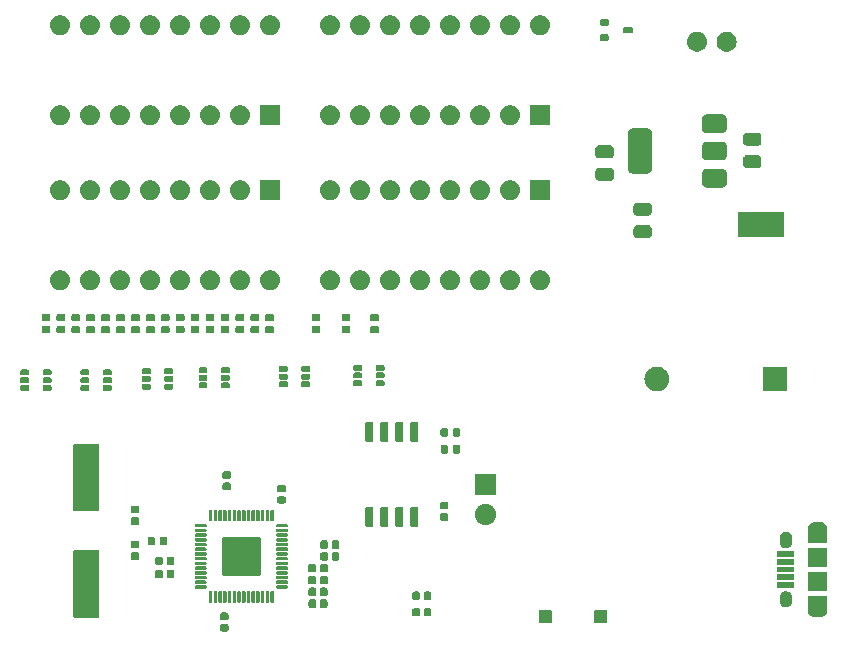
<source format=gbr>
%TF.GenerationSoftware,KiCad,Pcbnew,8.0.4*%
%TF.CreationDate,2024-08-25T12:57:11-07:00*%
%TF.ProjectId,fluke_884x_continuity_buzzer,666c756b-655f-4383-9834-785f636f6e74,3*%
%TF.SameCoordinates,Original*%
%TF.FileFunction,Soldermask,Top*%
%TF.FilePolarity,Negative*%
%FSLAX46Y46*%
G04 Gerber Fmt 4.6, Leading zero omitted, Abs format (unit mm)*
G04 Created by KiCad (PCBNEW 8.0.4) date 2024-08-25 12:57:11*
%MOMM*%
%LPD*%
G01*
G04 APERTURE LIST*
G04 APERTURE END LIST*
G36*
X19266693Y-57043539D02*
G01*
X19328657Y-57084943D01*
X19370061Y-57146907D01*
X19384600Y-57220000D01*
X19384600Y-57500000D01*
X19370061Y-57573093D01*
X19328657Y-57635057D01*
X19266693Y-57676461D01*
X19193600Y-57691000D01*
X18853600Y-57691000D01*
X18780507Y-57676461D01*
X18718543Y-57635057D01*
X18677139Y-57573093D01*
X18662600Y-57500000D01*
X18662600Y-57220000D01*
X18677139Y-57146907D01*
X18718543Y-57084943D01*
X18780507Y-57043539D01*
X18853600Y-57029000D01*
X19193600Y-57029000D01*
X19266693Y-57043539D01*
G37*
G36*
X46709517Y-55902882D02*
G01*
X46726062Y-55913938D01*
X46737118Y-55930483D01*
X46741000Y-55950000D01*
X46741000Y-56950000D01*
X46737118Y-56969517D01*
X46726062Y-56986062D01*
X46709517Y-56997118D01*
X46690000Y-57001000D01*
X45690000Y-57001000D01*
X45670483Y-56997118D01*
X45653938Y-56986062D01*
X45642882Y-56969517D01*
X45639000Y-56950000D01*
X45639000Y-55950000D01*
X45642882Y-55930483D01*
X45653938Y-55913938D01*
X45670483Y-55902882D01*
X45690000Y-55899000D01*
X46690000Y-55899000D01*
X46709517Y-55902882D01*
G37*
G36*
X51409517Y-55902882D02*
G01*
X51426062Y-55913938D01*
X51437118Y-55930483D01*
X51441000Y-55950000D01*
X51441000Y-56950000D01*
X51437118Y-56969517D01*
X51426062Y-56986062D01*
X51409517Y-56997118D01*
X51390000Y-57001000D01*
X50390000Y-57001000D01*
X50370483Y-56997118D01*
X50353938Y-56986062D01*
X50342882Y-56969517D01*
X50339000Y-56950000D01*
X50339000Y-55950000D01*
X50342882Y-55930483D01*
X50353938Y-55913938D01*
X50370483Y-55902882D01*
X50390000Y-55899000D01*
X51390000Y-55899000D01*
X51409517Y-55902882D01*
G37*
G36*
X19266693Y-56083539D02*
G01*
X19328657Y-56124943D01*
X19370061Y-56186907D01*
X19384600Y-56260000D01*
X19384600Y-56540000D01*
X19370061Y-56613093D01*
X19328657Y-56675057D01*
X19266693Y-56716461D01*
X19193600Y-56731000D01*
X18853600Y-56731000D01*
X18780507Y-56716461D01*
X18718543Y-56675057D01*
X18677139Y-56613093D01*
X18662600Y-56540000D01*
X18662600Y-56260000D01*
X18677139Y-56186907D01*
X18718543Y-56124943D01*
X18780507Y-56083539D01*
X18853600Y-56069000D01*
X19193600Y-56069000D01*
X19266693Y-56083539D01*
G37*
G36*
X8415917Y-50809282D02*
G01*
X8432462Y-50820338D01*
X8443518Y-50836883D01*
X8447400Y-50856400D01*
X8447400Y-56456400D01*
X8443518Y-56475917D01*
X8432462Y-56492462D01*
X8415917Y-56503518D01*
X8396400Y-56507400D01*
X6296400Y-56507400D01*
X6276883Y-56503518D01*
X6260338Y-56492462D01*
X6249282Y-56475917D01*
X6245400Y-56456400D01*
X6245400Y-50856400D01*
X6249282Y-50836883D01*
X6260338Y-50820338D01*
X6276883Y-50809282D01*
X6296400Y-50805400D01*
X8396400Y-50805400D01*
X8415917Y-50809282D01*
G37*
G36*
X70048117Y-54690382D02*
G01*
X70064662Y-54701438D01*
X70075718Y-54717983D01*
X70079600Y-54737500D01*
X70079600Y-55937500D01*
X70075718Y-55957017D01*
X70075357Y-55957557D01*
X70075357Y-56002241D01*
X70041844Y-56127311D01*
X69977103Y-56239446D01*
X69885546Y-56331003D01*
X69773411Y-56395744D01*
X69648341Y-56429257D01*
X69583600Y-56433500D01*
X69582122Y-56433500D01*
X68925078Y-56433500D01*
X68923600Y-56433500D01*
X68858859Y-56429257D01*
X68733789Y-56395744D01*
X68621654Y-56331003D01*
X68530097Y-56239446D01*
X68465356Y-56127311D01*
X68431843Y-56002241D01*
X68431843Y-55957557D01*
X68431482Y-55957017D01*
X68427600Y-55937500D01*
X68427600Y-54737500D01*
X68431482Y-54717983D01*
X68442538Y-54701438D01*
X68459083Y-54690382D01*
X68478600Y-54686500D01*
X70028600Y-54686500D01*
X70048117Y-54690382D01*
G37*
G36*
X35473093Y-55703539D02*
G01*
X35535057Y-55744943D01*
X35576461Y-55806907D01*
X35591000Y-55880000D01*
X35591000Y-56220000D01*
X35576461Y-56293093D01*
X35535057Y-56355057D01*
X35473093Y-56396461D01*
X35400000Y-56411000D01*
X35120000Y-56411000D01*
X35046907Y-56396461D01*
X34984943Y-56355057D01*
X34943539Y-56293093D01*
X34929000Y-56220000D01*
X34929000Y-55880000D01*
X34943539Y-55806907D01*
X34984943Y-55744943D01*
X35046907Y-55703539D01*
X35120000Y-55689000D01*
X35400000Y-55689000D01*
X35473093Y-55703539D01*
G37*
G36*
X36433093Y-55703539D02*
G01*
X36495057Y-55744943D01*
X36536461Y-55806907D01*
X36551000Y-55880000D01*
X36551000Y-56220000D01*
X36536461Y-56293093D01*
X36495057Y-56355057D01*
X36433093Y-56396461D01*
X36360000Y-56411000D01*
X36080000Y-56411000D01*
X36006907Y-56396461D01*
X35944943Y-56355057D01*
X35903539Y-56293093D01*
X35889000Y-56220000D01*
X35889000Y-55880000D01*
X35903539Y-55806907D01*
X35944943Y-55744943D01*
X36006907Y-55703539D01*
X36080000Y-55689000D01*
X36360000Y-55689000D01*
X36433093Y-55703539D01*
G37*
G36*
X26680493Y-54968939D02*
G01*
X26742457Y-55010343D01*
X26783861Y-55072307D01*
X26798400Y-55145400D01*
X26798400Y-55485400D01*
X26783861Y-55558493D01*
X26742457Y-55620457D01*
X26680493Y-55661861D01*
X26607400Y-55676400D01*
X26327400Y-55676400D01*
X26254307Y-55661861D01*
X26192343Y-55620457D01*
X26150939Y-55558493D01*
X26136400Y-55485400D01*
X26136400Y-55145400D01*
X26150939Y-55072307D01*
X26192343Y-55010343D01*
X26254307Y-54968939D01*
X26327400Y-54954400D01*
X26607400Y-54954400D01*
X26680493Y-54968939D01*
G37*
G36*
X27640493Y-54968939D02*
G01*
X27702457Y-55010343D01*
X27743861Y-55072307D01*
X27758400Y-55145400D01*
X27758400Y-55485400D01*
X27743861Y-55558493D01*
X27702457Y-55620457D01*
X27640493Y-55661861D01*
X27567400Y-55676400D01*
X27287400Y-55676400D01*
X27214307Y-55661861D01*
X27152343Y-55620457D01*
X27110939Y-55558493D01*
X27096400Y-55485400D01*
X27096400Y-55145400D01*
X27110939Y-55072307D01*
X27152343Y-55010343D01*
X27214307Y-54968939D01*
X27287400Y-54954400D01*
X27567400Y-54954400D01*
X27640493Y-54968939D01*
G37*
G36*
X66754891Y-54301539D02*
G01*
X66873809Y-54370196D01*
X66970904Y-54467291D01*
X67039561Y-54586209D01*
X67075100Y-54718843D01*
X67079600Y-54787500D01*
X67079600Y-55087500D01*
X67075100Y-55156157D01*
X67039561Y-55288791D01*
X66970904Y-55407709D01*
X66873809Y-55504804D01*
X66754891Y-55573461D01*
X66622257Y-55609000D01*
X66484943Y-55609000D01*
X66352309Y-55573461D01*
X66233391Y-55504804D01*
X66136296Y-55407709D01*
X66067639Y-55288791D01*
X66032100Y-55156157D01*
X66027600Y-55087500D01*
X66027600Y-54787500D01*
X66032100Y-54718843D01*
X66067639Y-54586209D01*
X66136296Y-54467291D01*
X66233391Y-54370196D01*
X66352309Y-54301539D01*
X66484943Y-54266000D01*
X66622257Y-54266000D01*
X66754891Y-54301539D01*
G37*
G36*
X17951051Y-54272088D02*
G01*
X17983818Y-54293982D01*
X18005712Y-54326749D01*
X18013400Y-54365400D01*
X18013400Y-55140400D01*
X18005712Y-55179051D01*
X17983818Y-55211818D01*
X17951051Y-55233712D01*
X17912400Y-55241400D01*
X17812400Y-55241400D01*
X17773749Y-55233712D01*
X17740982Y-55211818D01*
X17719088Y-55179051D01*
X17711400Y-55140400D01*
X17711400Y-54365400D01*
X17719088Y-54326749D01*
X17740982Y-54293982D01*
X17773749Y-54272088D01*
X17812400Y-54264400D01*
X17912400Y-54264400D01*
X17951051Y-54272088D01*
G37*
G36*
X18351051Y-54272088D02*
G01*
X18383818Y-54293982D01*
X18405712Y-54326749D01*
X18413400Y-54365400D01*
X18413400Y-55140400D01*
X18405712Y-55179051D01*
X18383818Y-55211818D01*
X18351051Y-55233712D01*
X18312400Y-55241400D01*
X18212400Y-55241400D01*
X18173749Y-55233712D01*
X18140982Y-55211818D01*
X18119088Y-55179051D01*
X18111400Y-55140400D01*
X18111400Y-54365400D01*
X18119088Y-54326749D01*
X18140982Y-54293982D01*
X18173749Y-54272088D01*
X18212400Y-54264400D01*
X18312400Y-54264400D01*
X18351051Y-54272088D01*
G37*
G36*
X18751051Y-54272088D02*
G01*
X18783818Y-54293982D01*
X18805712Y-54326749D01*
X18813400Y-54365400D01*
X18813400Y-55140400D01*
X18805712Y-55179051D01*
X18783818Y-55211818D01*
X18751051Y-55233712D01*
X18712400Y-55241400D01*
X18612400Y-55241400D01*
X18573749Y-55233712D01*
X18540982Y-55211818D01*
X18519088Y-55179051D01*
X18511400Y-55140400D01*
X18511400Y-54365400D01*
X18519088Y-54326749D01*
X18540982Y-54293982D01*
X18573749Y-54272088D01*
X18612400Y-54264400D01*
X18712400Y-54264400D01*
X18751051Y-54272088D01*
G37*
G36*
X19151051Y-54272088D02*
G01*
X19183818Y-54293982D01*
X19205712Y-54326749D01*
X19213400Y-54365400D01*
X19213400Y-55140400D01*
X19205712Y-55179051D01*
X19183818Y-55211818D01*
X19151051Y-55233712D01*
X19112400Y-55241400D01*
X19012400Y-55241400D01*
X18973749Y-55233712D01*
X18940982Y-55211818D01*
X18919088Y-55179051D01*
X18911400Y-55140400D01*
X18911400Y-54365400D01*
X18919088Y-54326749D01*
X18940982Y-54293982D01*
X18973749Y-54272088D01*
X19012400Y-54264400D01*
X19112400Y-54264400D01*
X19151051Y-54272088D01*
G37*
G36*
X19551051Y-54272088D02*
G01*
X19583818Y-54293982D01*
X19605712Y-54326749D01*
X19613400Y-54365400D01*
X19613400Y-55140400D01*
X19605712Y-55179051D01*
X19583818Y-55211818D01*
X19551051Y-55233712D01*
X19512400Y-55241400D01*
X19412400Y-55241400D01*
X19373749Y-55233712D01*
X19340982Y-55211818D01*
X19319088Y-55179051D01*
X19311400Y-55140400D01*
X19311400Y-54365400D01*
X19319088Y-54326749D01*
X19340982Y-54293982D01*
X19373749Y-54272088D01*
X19412400Y-54264400D01*
X19512400Y-54264400D01*
X19551051Y-54272088D01*
G37*
G36*
X19951051Y-54272088D02*
G01*
X19983818Y-54293982D01*
X20005712Y-54326749D01*
X20013400Y-54365400D01*
X20013400Y-55140400D01*
X20005712Y-55179051D01*
X19983818Y-55211818D01*
X19951051Y-55233712D01*
X19912400Y-55241400D01*
X19812400Y-55241400D01*
X19773749Y-55233712D01*
X19740982Y-55211818D01*
X19719088Y-55179051D01*
X19711400Y-55140400D01*
X19711400Y-54365400D01*
X19719088Y-54326749D01*
X19740982Y-54293982D01*
X19773749Y-54272088D01*
X19812400Y-54264400D01*
X19912400Y-54264400D01*
X19951051Y-54272088D01*
G37*
G36*
X20351051Y-54272088D02*
G01*
X20383818Y-54293982D01*
X20405712Y-54326749D01*
X20413400Y-54365400D01*
X20413400Y-55140400D01*
X20405712Y-55179051D01*
X20383818Y-55211818D01*
X20351051Y-55233712D01*
X20312400Y-55241400D01*
X20212400Y-55241400D01*
X20173749Y-55233712D01*
X20140982Y-55211818D01*
X20119088Y-55179051D01*
X20111400Y-55140400D01*
X20111400Y-54365400D01*
X20119088Y-54326749D01*
X20140982Y-54293982D01*
X20173749Y-54272088D01*
X20212400Y-54264400D01*
X20312400Y-54264400D01*
X20351051Y-54272088D01*
G37*
G36*
X20751051Y-54272088D02*
G01*
X20783818Y-54293982D01*
X20805712Y-54326749D01*
X20813400Y-54365400D01*
X20813400Y-55140400D01*
X20805712Y-55179051D01*
X20783818Y-55211818D01*
X20751051Y-55233712D01*
X20712400Y-55241400D01*
X20612400Y-55241400D01*
X20573749Y-55233712D01*
X20540982Y-55211818D01*
X20519088Y-55179051D01*
X20511400Y-55140400D01*
X20511400Y-54365400D01*
X20519088Y-54326749D01*
X20540982Y-54293982D01*
X20573749Y-54272088D01*
X20612400Y-54264400D01*
X20712400Y-54264400D01*
X20751051Y-54272088D01*
G37*
G36*
X21151051Y-54272088D02*
G01*
X21183818Y-54293982D01*
X21205712Y-54326749D01*
X21213400Y-54365400D01*
X21213400Y-55140400D01*
X21205712Y-55179051D01*
X21183818Y-55211818D01*
X21151051Y-55233712D01*
X21112400Y-55241400D01*
X21012400Y-55241400D01*
X20973749Y-55233712D01*
X20940982Y-55211818D01*
X20919088Y-55179051D01*
X20911400Y-55140400D01*
X20911400Y-54365400D01*
X20919088Y-54326749D01*
X20940982Y-54293982D01*
X20973749Y-54272088D01*
X21012400Y-54264400D01*
X21112400Y-54264400D01*
X21151051Y-54272088D01*
G37*
G36*
X21551051Y-54272088D02*
G01*
X21583818Y-54293982D01*
X21605712Y-54326749D01*
X21613400Y-54365400D01*
X21613400Y-55140400D01*
X21605712Y-55179051D01*
X21583818Y-55211818D01*
X21551051Y-55233712D01*
X21512400Y-55241400D01*
X21412400Y-55241400D01*
X21373749Y-55233712D01*
X21340982Y-55211818D01*
X21319088Y-55179051D01*
X21311400Y-55140400D01*
X21311400Y-54365400D01*
X21319088Y-54326749D01*
X21340982Y-54293982D01*
X21373749Y-54272088D01*
X21412400Y-54264400D01*
X21512400Y-54264400D01*
X21551051Y-54272088D01*
G37*
G36*
X21951051Y-54272088D02*
G01*
X21983818Y-54293982D01*
X22005712Y-54326749D01*
X22013400Y-54365400D01*
X22013400Y-55140400D01*
X22005712Y-55179051D01*
X21983818Y-55211818D01*
X21951051Y-55233712D01*
X21912400Y-55241400D01*
X21812400Y-55241400D01*
X21773749Y-55233712D01*
X21740982Y-55211818D01*
X21719088Y-55179051D01*
X21711400Y-55140400D01*
X21711400Y-54365400D01*
X21719088Y-54326749D01*
X21740982Y-54293982D01*
X21773749Y-54272088D01*
X21812400Y-54264400D01*
X21912400Y-54264400D01*
X21951051Y-54272088D01*
G37*
G36*
X22351051Y-54272088D02*
G01*
X22383818Y-54293982D01*
X22405712Y-54326749D01*
X22413400Y-54365400D01*
X22413400Y-55140400D01*
X22405712Y-55179051D01*
X22383818Y-55211818D01*
X22351051Y-55233712D01*
X22312400Y-55241400D01*
X22212400Y-55241400D01*
X22173749Y-55233712D01*
X22140982Y-55211818D01*
X22119088Y-55179051D01*
X22111400Y-55140400D01*
X22111400Y-54365400D01*
X22119088Y-54326749D01*
X22140982Y-54293982D01*
X22173749Y-54272088D01*
X22212400Y-54264400D01*
X22312400Y-54264400D01*
X22351051Y-54272088D01*
G37*
G36*
X22751051Y-54272088D02*
G01*
X22783818Y-54293982D01*
X22805712Y-54326749D01*
X22813400Y-54365400D01*
X22813400Y-55140400D01*
X22805712Y-55179051D01*
X22783818Y-55211818D01*
X22751051Y-55233712D01*
X22712400Y-55241400D01*
X22612400Y-55241400D01*
X22573749Y-55233712D01*
X22540982Y-55211818D01*
X22519088Y-55179051D01*
X22511400Y-55140400D01*
X22511400Y-54365400D01*
X22519088Y-54326749D01*
X22540982Y-54293982D01*
X22573749Y-54272088D01*
X22612400Y-54264400D01*
X22712400Y-54264400D01*
X22751051Y-54272088D01*
G37*
G36*
X23151051Y-54272088D02*
G01*
X23183818Y-54293982D01*
X23205712Y-54326749D01*
X23213400Y-54365400D01*
X23213400Y-55140400D01*
X23205712Y-55179051D01*
X23183818Y-55211818D01*
X23151051Y-55233712D01*
X23112400Y-55241400D01*
X23012400Y-55241400D01*
X22973749Y-55233712D01*
X22940982Y-55211818D01*
X22919088Y-55179051D01*
X22911400Y-55140400D01*
X22911400Y-54365400D01*
X22919088Y-54326749D01*
X22940982Y-54293982D01*
X22973749Y-54272088D01*
X23012400Y-54264400D01*
X23112400Y-54264400D01*
X23151051Y-54272088D01*
G37*
G36*
X35473093Y-54303539D02*
G01*
X35535057Y-54344943D01*
X35576461Y-54406907D01*
X35591000Y-54480000D01*
X35591000Y-54820000D01*
X35576461Y-54893093D01*
X35535057Y-54955057D01*
X35473093Y-54996461D01*
X35400000Y-55011000D01*
X35120000Y-55011000D01*
X35046907Y-54996461D01*
X34984943Y-54955057D01*
X34943539Y-54893093D01*
X34929000Y-54820000D01*
X34929000Y-54480000D01*
X34943539Y-54406907D01*
X34984943Y-54344943D01*
X35046907Y-54303539D01*
X35120000Y-54289000D01*
X35400000Y-54289000D01*
X35473093Y-54303539D01*
G37*
G36*
X36433093Y-54303539D02*
G01*
X36495057Y-54344943D01*
X36536461Y-54406907D01*
X36551000Y-54480000D01*
X36551000Y-54820000D01*
X36536461Y-54893093D01*
X36495057Y-54955057D01*
X36433093Y-54996461D01*
X36360000Y-55011000D01*
X36080000Y-55011000D01*
X36006907Y-54996461D01*
X35944943Y-54955057D01*
X35903539Y-54893093D01*
X35889000Y-54820000D01*
X35889000Y-54480000D01*
X35903539Y-54406907D01*
X35944943Y-54344943D01*
X36006907Y-54303539D01*
X36080000Y-54289000D01*
X36360000Y-54289000D01*
X36433093Y-54303539D01*
G37*
G36*
X26680493Y-53968939D02*
G01*
X26742457Y-54010343D01*
X26783861Y-54072307D01*
X26798400Y-54145400D01*
X26798400Y-54485400D01*
X26783861Y-54558493D01*
X26742457Y-54620457D01*
X26680493Y-54661861D01*
X26607400Y-54676400D01*
X26327400Y-54676400D01*
X26254307Y-54661861D01*
X26192343Y-54620457D01*
X26150939Y-54558493D01*
X26136400Y-54485400D01*
X26136400Y-54145400D01*
X26150939Y-54072307D01*
X26192343Y-54010343D01*
X26254307Y-53968939D01*
X26327400Y-53954400D01*
X26607400Y-53954400D01*
X26680493Y-53968939D01*
G37*
G36*
X27640493Y-53968939D02*
G01*
X27702457Y-54010343D01*
X27743861Y-54072307D01*
X27758400Y-54145400D01*
X27758400Y-54485400D01*
X27743861Y-54558493D01*
X27702457Y-54620457D01*
X27640493Y-54661861D01*
X27567400Y-54676400D01*
X27287400Y-54676400D01*
X27214307Y-54661861D01*
X27152343Y-54620457D01*
X27110939Y-54558493D01*
X27096400Y-54485400D01*
X27096400Y-54145400D01*
X27110939Y-54072307D01*
X27152343Y-54010343D01*
X27214307Y-53968939D01*
X27287400Y-53954400D01*
X27567400Y-53954400D01*
X27640493Y-53968939D01*
G37*
G36*
X70048117Y-52640382D02*
G01*
X70064662Y-52651438D01*
X70075718Y-52667983D01*
X70079600Y-52687500D01*
X70079600Y-54187500D01*
X70075718Y-54207017D01*
X70064662Y-54223562D01*
X70048117Y-54234618D01*
X70028600Y-54238500D01*
X68478600Y-54238500D01*
X68459083Y-54234618D01*
X68442538Y-54223562D01*
X68431482Y-54207017D01*
X68427600Y-54187500D01*
X68427600Y-52687500D01*
X68431482Y-52667983D01*
X68442538Y-52651438D01*
X68459083Y-52640382D01*
X68478600Y-52636500D01*
X70028600Y-52636500D01*
X70048117Y-52640382D01*
G37*
G36*
X17451051Y-53772088D02*
G01*
X17483818Y-53793982D01*
X17505712Y-53826749D01*
X17513400Y-53865400D01*
X17513400Y-53965400D01*
X17505712Y-54004051D01*
X17483818Y-54036818D01*
X17451051Y-54058712D01*
X17412400Y-54066400D01*
X16637400Y-54066400D01*
X16598749Y-54058712D01*
X16565982Y-54036818D01*
X16544088Y-54004051D01*
X16536400Y-53965400D01*
X16536400Y-53865400D01*
X16544088Y-53826749D01*
X16565982Y-53793982D01*
X16598749Y-53772088D01*
X16637400Y-53764400D01*
X17412400Y-53764400D01*
X17451051Y-53772088D01*
G37*
G36*
X24326051Y-53772088D02*
G01*
X24358818Y-53793982D01*
X24380712Y-53826749D01*
X24388400Y-53865400D01*
X24388400Y-53965400D01*
X24380712Y-54004051D01*
X24358818Y-54036818D01*
X24326051Y-54058712D01*
X24287400Y-54066400D01*
X23512400Y-54066400D01*
X23473749Y-54058712D01*
X23440982Y-54036818D01*
X23419088Y-54004051D01*
X23411400Y-53965400D01*
X23411400Y-53865400D01*
X23419088Y-53826749D01*
X23440982Y-53793982D01*
X23473749Y-53772088D01*
X23512400Y-53764400D01*
X24287400Y-53764400D01*
X24326051Y-53772088D01*
G37*
G36*
X67248117Y-53490382D02*
G01*
X67264662Y-53501438D01*
X67275718Y-53517983D01*
X67279600Y-53537500D01*
X67279600Y-53937500D01*
X67275718Y-53957017D01*
X67264662Y-53973562D01*
X67248117Y-53984618D01*
X67228600Y-53988500D01*
X65878600Y-53988500D01*
X65859083Y-53984618D01*
X65842538Y-53973562D01*
X65831482Y-53957017D01*
X65827600Y-53937500D01*
X65827600Y-53537500D01*
X65831482Y-53517983D01*
X65842538Y-53501438D01*
X65859083Y-53490382D01*
X65878600Y-53486500D01*
X67228600Y-53486500D01*
X67248117Y-53490382D01*
G37*
G36*
X26643579Y-52958558D02*
G01*
X26703922Y-52998878D01*
X26744242Y-53059221D01*
X26758400Y-53130400D01*
X26758400Y-53500400D01*
X26744242Y-53571579D01*
X26703922Y-53631922D01*
X26643579Y-53672242D01*
X26572400Y-53686400D01*
X26302400Y-53686400D01*
X26231221Y-53672242D01*
X26170878Y-53631922D01*
X26130558Y-53571579D01*
X26116400Y-53500400D01*
X26116400Y-53130400D01*
X26130558Y-53059221D01*
X26170878Y-52998878D01*
X26231221Y-52958558D01*
X26302400Y-52944400D01*
X26572400Y-52944400D01*
X26643579Y-52958558D01*
G37*
G36*
X27663579Y-52958558D02*
G01*
X27723922Y-52998878D01*
X27764242Y-53059221D01*
X27778400Y-53130400D01*
X27778400Y-53500400D01*
X27764242Y-53571579D01*
X27723922Y-53631922D01*
X27663579Y-53672242D01*
X27592400Y-53686400D01*
X27322400Y-53686400D01*
X27251221Y-53672242D01*
X27190878Y-53631922D01*
X27150558Y-53571579D01*
X27136400Y-53500400D01*
X27136400Y-53130400D01*
X27150558Y-53059221D01*
X27190878Y-52998878D01*
X27251221Y-52958558D01*
X27322400Y-52944400D01*
X27592400Y-52944400D01*
X27663579Y-52958558D01*
G37*
G36*
X17451051Y-53372088D02*
G01*
X17483818Y-53393982D01*
X17505712Y-53426749D01*
X17513400Y-53465400D01*
X17513400Y-53565400D01*
X17505712Y-53604051D01*
X17483818Y-53636818D01*
X17451051Y-53658712D01*
X17412400Y-53666400D01*
X16637400Y-53666400D01*
X16598749Y-53658712D01*
X16565982Y-53636818D01*
X16544088Y-53604051D01*
X16536400Y-53565400D01*
X16536400Y-53465400D01*
X16544088Y-53426749D01*
X16565982Y-53393982D01*
X16598749Y-53372088D01*
X16637400Y-53364400D01*
X17412400Y-53364400D01*
X17451051Y-53372088D01*
G37*
G36*
X24326051Y-53372088D02*
G01*
X24358818Y-53393982D01*
X24380712Y-53426749D01*
X24388400Y-53465400D01*
X24388400Y-53565400D01*
X24380712Y-53604051D01*
X24358818Y-53636818D01*
X24326051Y-53658712D01*
X24287400Y-53666400D01*
X23512400Y-53666400D01*
X23473749Y-53658712D01*
X23440982Y-53636818D01*
X23419088Y-53604051D01*
X23411400Y-53565400D01*
X23411400Y-53465400D01*
X23419088Y-53426749D01*
X23440982Y-53393982D01*
X23473749Y-53372088D01*
X23512400Y-53364400D01*
X24287400Y-53364400D01*
X24326051Y-53372088D01*
G37*
G36*
X67248117Y-52840382D02*
G01*
X67264662Y-52851438D01*
X67275718Y-52867983D01*
X67279600Y-52887500D01*
X67279600Y-53287500D01*
X67275718Y-53307017D01*
X67264662Y-53323562D01*
X67248117Y-53334618D01*
X67228600Y-53338500D01*
X65878600Y-53338500D01*
X65859083Y-53334618D01*
X65842538Y-53323562D01*
X65831482Y-53307017D01*
X65827600Y-53287500D01*
X65827600Y-52887500D01*
X65831482Y-52867983D01*
X65842538Y-52851438D01*
X65859083Y-52840382D01*
X65878600Y-52836500D01*
X67228600Y-52836500D01*
X67248117Y-52840382D01*
G37*
G36*
X17451051Y-52972088D02*
G01*
X17483818Y-52993982D01*
X17505712Y-53026749D01*
X17513400Y-53065400D01*
X17513400Y-53165400D01*
X17505712Y-53204051D01*
X17483818Y-53236818D01*
X17451051Y-53258712D01*
X17412400Y-53266400D01*
X16637400Y-53266400D01*
X16598749Y-53258712D01*
X16565982Y-53236818D01*
X16544088Y-53204051D01*
X16536400Y-53165400D01*
X16536400Y-53065400D01*
X16544088Y-53026749D01*
X16565982Y-52993982D01*
X16598749Y-52972088D01*
X16637400Y-52964400D01*
X17412400Y-52964400D01*
X17451051Y-52972088D01*
G37*
G36*
X24326051Y-52972088D02*
G01*
X24358818Y-52993982D01*
X24380712Y-53026749D01*
X24388400Y-53065400D01*
X24388400Y-53165400D01*
X24380712Y-53204051D01*
X24358818Y-53236818D01*
X24326051Y-53258712D01*
X24287400Y-53266400D01*
X23512400Y-53266400D01*
X23473749Y-53258712D01*
X23440982Y-53236818D01*
X23419088Y-53204051D01*
X23411400Y-53165400D01*
X23411400Y-53065400D01*
X23419088Y-53026749D01*
X23440982Y-52993982D01*
X23473749Y-52972088D01*
X23512400Y-52964400D01*
X24287400Y-52964400D01*
X24326051Y-52972088D01*
G37*
G36*
X13710493Y-52468939D02*
G01*
X13772457Y-52510343D01*
X13813861Y-52572307D01*
X13828400Y-52645400D01*
X13828400Y-52985400D01*
X13813861Y-53058493D01*
X13772457Y-53120457D01*
X13710493Y-53161861D01*
X13637400Y-53176400D01*
X13357400Y-53176400D01*
X13284307Y-53161861D01*
X13222343Y-53120457D01*
X13180939Y-53058493D01*
X13166400Y-52985400D01*
X13166400Y-52645400D01*
X13180939Y-52572307D01*
X13222343Y-52510343D01*
X13284307Y-52468939D01*
X13357400Y-52454400D01*
X13637400Y-52454400D01*
X13710493Y-52468939D01*
G37*
G36*
X14670493Y-52468939D02*
G01*
X14732457Y-52510343D01*
X14773861Y-52572307D01*
X14788400Y-52645400D01*
X14788400Y-52985400D01*
X14773861Y-53058493D01*
X14732457Y-53120457D01*
X14670493Y-53161861D01*
X14597400Y-53176400D01*
X14317400Y-53176400D01*
X14244307Y-53161861D01*
X14182343Y-53120457D01*
X14140939Y-53058493D01*
X14126400Y-52985400D01*
X14126400Y-52645400D01*
X14140939Y-52572307D01*
X14182343Y-52510343D01*
X14244307Y-52468939D01*
X14317400Y-52454400D01*
X14597400Y-52454400D01*
X14670493Y-52468939D01*
G37*
G36*
X21993023Y-49679243D02*
G01*
X22056286Y-49721514D01*
X22098557Y-49784777D01*
X22113400Y-49859400D01*
X22113400Y-52771400D01*
X22098557Y-52846023D01*
X22056286Y-52909286D01*
X21993023Y-52951557D01*
X21918400Y-52966400D01*
X19006400Y-52966400D01*
X18931777Y-52951557D01*
X18868514Y-52909286D01*
X18826243Y-52846023D01*
X18811400Y-52771400D01*
X18811400Y-49859400D01*
X18826243Y-49784777D01*
X18868514Y-49721514D01*
X18931777Y-49679243D01*
X19006400Y-49664400D01*
X21918400Y-49664400D01*
X21993023Y-49679243D01*
G37*
G36*
X17451051Y-52572088D02*
G01*
X17483818Y-52593982D01*
X17505712Y-52626749D01*
X17513400Y-52665400D01*
X17513400Y-52765400D01*
X17505712Y-52804051D01*
X17483818Y-52836818D01*
X17451051Y-52858712D01*
X17412400Y-52866400D01*
X16637400Y-52866400D01*
X16598749Y-52858712D01*
X16565982Y-52836818D01*
X16544088Y-52804051D01*
X16536400Y-52765400D01*
X16536400Y-52665400D01*
X16544088Y-52626749D01*
X16565982Y-52593982D01*
X16598749Y-52572088D01*
X16637400Y-52564400D01*
X17412400Y-52564400D01*
X17451051Y-52572088D01*
G37*
G36*
X24326051Y-52572088D02*
G01*
X24358818Y-52593982D01*
X24380712Y-52626749D01*
X24388400Y-52665400D01*
X24388400Y-52765400D01*
X24380712Y-52804051D01*
X24358818Y-52836818D01*
X24326051Y-52858712D01*
X24287400Y-52866400D01*
X23512400Y-52866400D01*
X23473749Y-52858712D01*
X23440982Y-52836818D01*
X23419088Y-52804051D01*
X23411400Y-52765400D01*
X23411400Y-52665400D01*
X23419088Y-52626749D01*
X23440982Y-52593982D01*
X23473749Y-52572088D01*
X23512400Y-52564400D01*
X24287400Y-52564400D01*
X24326051Y-52572088D01*
G37*
G36*
X67248117Y-52190382D02*
G01*
X67264662Y-52201438D01*
X67275718Y-52217983D01*
X67279600Y-52237500D01*
X67279600Y-52637500D01*
X67275718Y-52657017D01*
X67264662Y-52673562D01*
X67248117Y-52684618D01*
X67228600Y-52688500D01*
X65878600Y-52688500D01*
X65859083Y-52684618D01*
X65842538Y-52673562D01*
X65831482Y-52657017D01*
X65827600Y-52637500D01*
X65827600Y-52237500D01*
X65831482Y-52217983D01*
X65842538Y-52201438D01*
X65859083Y-52190382D01*
X65878600Y-52186500D01*
X67228600Y-52186500D01*
X67248117Y-52190382D01*
G37*
G36*
X26643579Y-51958558D02*
G01*
X26703922Y-51998878D01*
X26744242Y-52059221D01*
X26758400Y-52130400D01*
X26758400Y-52500400D01*
X26744242Y-52571579D01*
X26703922Y-52631922D01*
X26643579Y-52672242D01*
X26572400Y-52686400D01*
X26302400Y-52686400D01*
X26231221Y-52672242D01*
X26170878Y-52631922D01*
X26130558Y-52571579D01*
X26116400Y-52500400D01*
X26116400Y-52130400D01*
X26130558Y-52059221D01*
X26170878Y-51998878D01*
X26231221Y-51958558D01*
X26302400Y-51944400D01*
X26572400Y-51944400D01*
X26643579Y-51958558D01*
G37*
G36*
X27663579Y-51958558D02*
G01*
X27723922Y-51998878D01*
X27764242Y-52059221D01*
X27778400Y-52130400D01*
X27778400Y-52500400D01*
X27764242Y-52571579D01*
X27723922Y-52631922D01*
X27663579Y-52672242D01*
X27592400Y-52686400D01*
X27322400Y-52686400D01*
X27251221Y-52672242D01*
X27190878Y-52631922D01*
X27150558Y-52571579D01*
X27136400Y-52500400D01*
X27136400Y-52130400D01*
X27150558Y-52059221D01*
X27190878Y-51998878D01*
X27251221Y-51958558D01*
X27322400Y-51944400D01*
X27592400Y-51944400D01*
X27663579Y-51958558D01*
G37*
G36*
X17451051Y-52172088D02*
G01*
X17483818Y-52193982D01*
X17505712Y-52226749D01*
X17513400Y-52265400D01*
X17513400Y-52365400D01*
X17505712Y-52404051D01*
X17483818Y-52436818D01*
X17451051Y-52458712D01*
X17412400Y-52466400D01*
X16637400Y-52466400D01*
X16598749Y-52458712D01*
X16565982Y-52436818D01*
X16544088Y-52404051D01*
X16536400Y-52365400D01*
X16536400Y-52265400D01*
X16544088Y-52226749D01*
X16565982Y-52193982D01*
X16598749Y-52172088D01*
X16637400Y-52164400D01*
X17412400Y-52164400D01*
X17451051Y-52172088D01*
G37*
G36*
X24326051Y-52172088D02*
G01*
X24358818Y-52193982D01*
X24380712Y-52226749D01*
X24388400Y-52265400D01*
X24388400Y-52365400D01*
X24380712Y-52404051D01*
X24358818Y-52436818D01*
X24326051Y-52458712D01*
X24287400Y-52466400D01*
X23512400Y-52466400D01*
X23473749Y-52458712D01*
X23440982Y-52436818D01*
X23419088Y-52404051D01*
X23411400Y-52365400D01*
X23411400Y-52265400D01*
X23419088Y-52226749D01*
X23440982Y-52193982D01*
X23473749Y-52172088D01*
X23512400Y-52164400D01*
X24287400Y-52164400D01*
X24326051Y-52172088D01*
G37*
G36*
X70048117Y-50640382D02*
G01*
X70064662Y-50651438D01*
X70075718Y-50667983D01*
X70079600Y-50687500D01*
X70079600Y-52187500D01*
X70075718Y-52207017D01*
X70064662Y-52223562D01*
X70048117Y-52234618D01*
X70028600Y-52238500D01*
X68478600Y-52238500D01*
X68459083Y-52234618D01*
X68442538Y-52223562D01*
X68431482Y-52207017D01*
X68427600Y-52187500D01*
X68427600Y-50687500D01*
X68431482Y-50667983D01*
X68442538Y-50651438D01*
X68459083Y-50640382D01*
X68478600Y-50636500D01*
X70028600Y-50636500D01*
X70048117Y-50640382D01*
G37*
G36*
X17451051Y-51772088D02*
G01*
X17483818Y-51793982D01*
X17505712Y-51826749D01*
X17513400Y-51865400D01*
X17513400Y-51965400D01*
X17505712Y-52004051D01*
X17483818Y-52036818D01*
X17451051Y-52058712D01*
X17412400Y-52066400D01*
X16637400Y-52066400D01*
X16598749Y-52058712D01*
X16565982Y-52036818D01*
X16544088Y-52004051D01*
X16536400Y-51965400D01*
X16536400Y-51865400D01*
X16544088Y-51826749D01*
X16565982Y-51793982D01*
X16598749Y-51772088D01*
X16637400Y-51764400D01*
X17412400Y-51764400D01*
X17451051Y-51772088D01*
G37*
G36*
X24326051Y-51772088D02*
G01*
X24358818Y-51793982D01*
X24380712Y-51826749D01*
X24388400Y-51865400D01*
X24388400Y-51965400D01*
X24380712Y-52004051D01*
X24358818Y-52036818D01*
X24326051Y-52058712D01*
X24287400Y-52066400D01*
X23512400Y-52066400D01*
X23473749Y-52058712D01*
X23440982Y-52036818D01*
X23419088Y-52004051D01*
X23411400Y-51965400D01*
X23411400Y-51865400D01*
X23419088Y-51826749D01*
X23440982Y-51793982D01*
X23473749Y-51772088D01*
X23512400Y-51764400D01*
X24287400Y-51764400D01*
X24326051Y-51772088D01*
G37*
G36*
X13710493Y-51349939D02*
G01*
X13772457Y-51391343D01*
X13813861Y-51453307D01*
X13828400Y-51526400D01*
X13828400Y-51866400D01*
X13813861Y-51939493D01*
X13772457Y-52001457D01*
X13710493Y-52042861D01*
X13637400Y-52057400D01*
X13357400Y-52057400D01*
X13284307Y-52042861D01*
X13222343Y-52001457D01*
X13180939Y-51939493D01*
X13166400Y-51866400D01*
X13166400Y-51526400D01*
X13180939Y-51453307D01*
X13222343Y-51391343D01*
X13284307Y-51349939D01*
X13357400Y-51335400D01*
X13637400Y-51335400D01*
X13710493Y-51349939D01*
G37*
G36*
X14670493Y-51349939D02*
G01*
X14732457Y-51391343D01*
X14773861Y-51453307D01*
X14788400Y-51526400D01*
X14788400Y-51866400D01*
X14773861Y-51939493D01*
X14732457Y-52001457D01*
X14670493Y-52042861D01*
X14597400Y-52057400D01*
X14317400Y-52057400D01*
X14244307Y-52042861D01*
X14182343Y-52001457D01*
X14140939Y-51939493D01*
X14126400Y-51866400D01*
X14126400Y-51526400D01*
X14140939Y-51453307D01*
X14182343Y-51391343D01*
X14244307Y-51349939D01*
X14317400Y-51335400D01*
X14597400Y-51335400D01*
X14670493Y-51349939D01*
G37*
G36*
X67248117Y-51540382D02*
G01*
X67264662Y-51551438D01*
X67275718Y-51567983D01*
X67279600Y-51587500D01*
X67279600Y-51987500D01*
X67275718Y-52007017D01*
X67264662Y-52023562D01*
X67248117Y-52034618D01*
X67228600Y-52038500D01*
X65878600Y-52038500D01*
X65859083Y-52034618D01*
X65842538Y-52023562D01*
X65831482Y-52007017D01*
X65827600Y-51987500D01*
X65827600Y-51587500D01*
X65831482Y-51567983D01*
X65842538Y-51551438D01*
X65859083Y-51540382D01*
X65878600Y-51536500D01*
X67228600Y-51536500D01*
X67248117Y-51540382D01*
G37*
G36*
X27680493Y-50968939D02*
G01*
X27742457Y-51010343D01*
X27783861Y-51072307D01*
X27798400Y-51145400D01*
X27798400Y-51485400D01*
X27783861Y-51558493D01*
X27742457Y-51620457D01*
X27680493Y-51661861D01*
X27607400Y-51676400D01*
X27327400Y-51676400D01*
X27254307Y-51661861D01*
X27192343Y-51620457D01*
X27150939Y-51558493D01*
X27136400Y-51485400D01*
X27136400Y-51145400D01*
X27150939Y-51072307D01*
X27192343Y-51010343D01*
X27254307Y-50968939D01*
X27327400Y-50954400D01*
X27607400Y-50954400D01*
X27680493Y-50968939D01*
G37*
G36*
X28640493Y-50968939D02*
G01*
X28702457Y-51010343D01*
X28743861Y-51072307D01*
X28758400Y-51145400D01*
X28758400Y-51485400D01*
X28743861Y-51558493D01*
X28702457Y-51620457D01*
X28640493Y-51661861D01*
X28567400Y-51676400D01*
X28287400Y-51676400D01*
X28214307Y-51661861D01*
X28152343Y-51620457D01*
X28110939Y-51558493D01*
X28096400Y-51485400D01*
X28096400Y-51145400D01*
X28110939Y-51072307D01*
X28152343Y-51010343D01*
X28214307Y-50968939D01*
X28287400Y-50954400D01*
X28567400Y-50954400D01*
X28640493Y-50968939D01*
G37*
G36*
X17451051Y-51372088D02*
G01*
X17483818Y-51393982D01*
X17505712Y-51426749D01*
X17513400Y-51465400D01*
X17513400Y-51565400D01*
X17505712Y-51604051D01*
X17483818Y-51636818D01*
X17451051Y-51658712D01*
X17412400Y-51666400D01*
X16637400Y-51666400D01*
X16598749Y-51658712D01*
X16565982Y-51636818D01*
X16544088Y-51604051D01*
X16536400Y-51565400D01*
X16536400Y-51465400D01*
X16544088Y-51426749D01*
X16565982Y-51393982D01*
X16598749Y-51372088D01*
X16637400Y-51364400D01*
X17412400Y-51364400D01*
X17451051Y-51372088D01*
G37*
G36*
X24326051Y-51372088D02*
G01*
X24358818Y-51393982D01*
X24380712Y-51426749D01*
X24388400Y-51465400D01*
X24388400Y-51565400D01*
X24380712Y-51604051D01*
X24358818Y-51636818D01*
X24326051Y-51658712D01*
X24287400Y-51666400D01*
X23512400Y-51666400D01*
X23473749Y-51658712D01*
X23440982Y-51636818D01*
X23419088Y-51604051D01*
X23411400Y-51565400D01*
X23411400Y-51465400D01*
X23419088Y-51426749D01*
X23440982Y-51393982D01*
X23473749Y-51372088D01*
X23512400Y-51364400D01*
X24287400Y-51364400D01*
X24326051Y-51372088D01*
G37*
G36*
X11705493Y-50963939D02*
G01*
X11767457Y-51005343D01*
X11808861Y-51067307D01*
X11823400Y-51140400D01*
X11823400Y-51420400D01*
X11808861Y-51493493D01*
X11767457Y-51555457D01*
X11705493Y-51596861D01*
X11632400Y-51611400D01*
X11292400Y-51611400D01*
X11219307Y-51596861D01*
X11157343Y-51555457D01*
X11115939Y-51493493D01*
X11101400Y-51420400D01*
X11101400Y-51140400D01*
X11115939Y-51067307D01*
X11157343Y-51005343D01*
X11219307Y-50963939D01*
X11292400Y-50949400D01*
X11632400Y-50949400D01*
X11705493Y-50963939D01*
G37*
G36*
X67248117Y-50890382D02*
G01*
X67264662Y-50901438D01*
X67275718Y-50917983D01*
X67279600Y-50937500D01*
X67279600Y-51337500D01*
X67275718Y-51357017D01*
X67264662Y-51373562D01*
X67248117Y-51384618D01*
X67228600Y-51388500D01*
X65878600Y-51388500D01*
X65859083Y-51384618D01*
X65842538Y-51373562D01*
X65831482Y-51357017D01*
X65827600Y-51337500D01*
X65827600Y-50937500D01*
X65831482Y-50917983D01*
X65842538Y-50901438D01*
X65859083Y-50890382D01*
X65878600Y-50886500D01*
X67228600Y-50886500D01*
X67248117Y-50890382D01*
G37*
G36*
X17451051Y-50972088D02*
G01*
X17483818Y-50993982D01*
X17505712Y-51026749D01*
X17513400Y-51065400D01*
X17513400Y-51165400D01*
X17505712Y-51204051D01*
X17483818Y-51236818D01*
X17451051Y-51258712D01*
X17412400Y-51266400D01*
X16637400Y-51266400D01*
X16598749Y-51258712D01*
X16565982Y-51236818D01*
X16544088Y-51204051D01*
X16536400Y-51165400D01*
X16536400Y-51065400D01*
X16544088Y-51026749D01*
X16565982Y-50993982D01*
X16598749Y-50972088D01*
X16637400Y-50964400D01*
X17412400Y-50964400D01*
X17451051Y-50972088D01*
G37*
G36*
X24326051Y-50972088D02*
G01*
X24358818Y-50993982D01*
X24380712Y-51026749D01*
X24388400Y-51065400D01*
X24388400Y-51165400D01*
X24380712Y-51204051D01*
X24358818Y-51236818D01*
X24326051Y-51258712D01*
X24287400Y-51266400D01*
X23512400Y-51266400D01*
X23473749Y-51258712D01*
X23440982Y-51236818D01*
X23419088Y-51204051D01*
X23411400Y-51165400D01*
X23411400Y-51065400D01*
X23419088Y-51026749D01*
X23440982Y-50993982D01*
X23473749Y-50972088D01*
X23512400Y-50964400D01*
X24287400Y-50964400D01*
X24326051Y-50972088D01*
G37*
G36*
X17451051Y-50572088D02*
G01*
X17483818Y-50593982D01*
X17505712Y-50626749D01*
X17513400Y-50665400D01*
X17513400Y-50765400D01*
X17505712Y-50804051D01*
X17483818Y-50836818D01*
X17451051Y-50858712D01*
X17412400Y-50866400D01*
X16637400Y-50866400D01*
X16598749Y-50858712D01*
X16565982Y-50836818D01*
X16544088Y-50804051D01*
X16536400Y-50765400D01*
X16536400Y-50665400D01*
X16544088Y-50626749D01*
X16565982Y-50593982D01*
X16598749Y-50572088D01*
X16637400Y-50564400D01*
X17412400Y-50564400D01*
X17451051Y-50572088D01*
G37*
G36*
X24326051Y-50572088D02*
G01*
X24358818Y-50593982D01*
X24380712Y-50626749D01*
X24388400Y-50665400D01*
X24388400Y-50765400D01*
X24380712Y-50804051D01*
X24358818Y-50836818D01*
X24326051Y-50858712D01*
X24287400Y-50866400D01*
X23512400Y-50866400D01*
X23473749Y-50858712D01*
X23440982Y-50836818D01*
X23419088Y-50804051D01*
X23411400Y-50765400D01*
X23411400Y-50665400D01*
X23419088Y-50626749D01*
X23440982Y-50593982D01*
X23473749Y-50572088D01*
X23512400Y-50564400D01*
X24287400Y-50564400D01*
X24326051Y-50572088D01*
G37*
G36*
X27680493Y-49968939D02*
G01*
X27742457Y-50010343D01*
X27783861Y-50072307D01*
X27798400Y-50145400D01*
X27798400Y-50485400D01*
X27783861Y-50558493D01*
X27742457Y-50620457D01*
X27680493Y-50661861D01*
X27607400Y-50676400D01*
X27327400Y-50676400D01*
X27254307Y-50661861D01*
X27192343Y-50620457D01*
X27150939Y-50558493D01*
X27136400Y-50485400D01*
X27136400Y-50145400D01*
X27150939Y-50072307D01*
X27192343Y-50010343D01*
X27254307Y-49968939D01*
X27327400Y-49954400D01*
X27607400Y-49954400D01*
X27680493Y-49968939D01*
G37*
G36*
X28640493Y-49968939D02*
G01*
X28702457Y-50010343D01*
X28743861Y-50072307D01*
X28758400Y-50145400D01*
X28758400Y-50485400D01*
X28743861Y-50558493D01*
X28702457Y-50620457D01*
X28640493Y-50661861D01*
X28567400Y-50676400D01*
X28287400Y-50676400D01*
X28214307Y-50661861D01*
X28152343Y-50620457D01*
X28110939Y-50558493D01*
X28096400Y-50485400D01*
X28096400Y-50145400D01*
X28110939Y-50072307D01*
X28152343Y-50010343D01*
X28214307Y-49968939D01*
X28287400Y-49954400D01*
X28567400Y-49954400D01*
X28640493Y-49968939D01*
G37*
G36*
X11705493Y-50003939D02*
G01*
X11767457Y-50045343D01*
X11808861Y-50107307D01*
X11823400Y-50180400D01*
X11823400Y-50460400D01*
X11808861Y-50533493D01*
X11767457Y-50595457D01*
X11705493Y-50636861D01*
X11632400Y-50651400D01*
X11292400Y-50651400D01*
X11219307Y-50636861D01*
X11157343Y-50595457D01*
X11115939Y-50533493D01*
X11101400Y-50460400D01*
X11101400Y-50180400D01*
X11115939Y-50107307D01*
X11157343Y-50045343D01*
X11219307Y-50003939D01*
X11292400Y-49989400D01*
X11632400Y-49989400D01*
X11705493Y-50003939D01*
G37*
G36*
X66754891Y-49301539D02*
G01*
X66873809Y-49370196D01*
X66970904Y-49467291D01*
X67039561Y-49586209D01*
X67075100Y-49718843D01*
X67079600Y-49787500D01*
X67079600Y-50087500D01*
X67075100Y-50156157D01*
X67039561Y-50288791D01*
X66970904Y-50407709D01*
X66873809Y-50504804D01*
X66754891Y-50573461D01*
X66622257Y-50609000D01*
X66484943Y-50609000D01*
X66352309Y-50573461D01*
X66233391Y-50504804D01*
X66136296Y-50407709D01*
X66067639Y-50288791D01*
X66032100Y-50156157D01*
X66027600Y-50087500D01*
X66027600Y-49787500D01*
X66032100Y-49718843D01*
X66067639Y-49586209D01*
X66136296Y-49467291D01*
X66233391Y-49370196D01*
X66352309Y-49301539D01*
X66484943Y-49266000D01*
X66622257Y-49266000D01*
X66754891Y-49301539D01*
G37*
G36*
X17451051Y-50172088D02*
G01*
X17483818Y-50193982D01*
X17505712Y-50226749D01*
X17513400Y-50265400D01*
X17513400Y-50365400D01*
X17505712Y-50404051D01*
X17483818Y-50436818D01*
X17451051Y-50458712D01*
X17412400Y-50466400D01*
X16637400Y-50466400D01*
X16598749Y-50458712D01*
X16565982Y-50436818D01*
X16544088Y-50404051D01*
X16536400Y-50365400D01*
X16536400Y-50265400D01*
X16544088Y-50226749D01*
X16565982Y-50193982D01*
X16598749Y-50172088D01*
X16637400Y-50164400D01*
X17412400Y-50164400D01*
X17451051Y-50172088D01*
G37*
G36*
X24326051Y-50172088D02*
G01*
X24358818Y-50193982D01*
X24380712Y-50226749D01*
X24388400Y-50265400D01*
X24388400Y-50365400D01*
X24380712Y-50404051D01*
X24358818Y-50436818D01*
X24326051Y-50458712D01*
X24287400Y-50466400D01*
X23512400Y-50466400D01*
X23473749Y-50458712D01*
X23440982Y-50436818D01*
X23419088Y-50404051D01*
X23411400Y-50365400D01*
X23411400Y-50265400D01*
X23419088Y-50226749D01*
X23440982Y-50193982D01*
X23473749Y-50172088D01*
X23512400Y-50164400D01*
X24287400Y-50164400D01*
X24326051Y-50172088D01*
G37*
G36*
X13043579Y-49658558D02*
G01*
X13103922Y-49698878D01*
X13144242Y-49759221D01*
X13158400Y-49830400D01*
X13158400Y-50200400D01*
X13144242Y-50271579D01*
X13103922Y-50331922D01*
X13043579Y-50372242D01*
X12972400Y-50386400D01*
X12702400Y-50386400D01*
X12631221Y-50372242D01*
X12570878Y-50331922D01*
X12530558Y-50271579D01*
X12516400Y-50200400D01*
X12516400Y-49830400D01*
X12530558Y-49759221D01*
X12570878Y-49698878D01*
X12631221Y-49658558D01*
X12702400Y-49644400D01*
X12972400Y-49644400D01*
X13043579Y-49658558D01*
G37*
G36*
X14063579Y-49658558D02*
G01*
X14123922Y-49698878D01*
X14164242Y-49759221D01*
X14178400Y-49830400D01*
X14178400Y-50200400D01*
X14164242Y-50271579D01*
X14123922Y-50331922D01*
X14063579Y-50372242D01*
X13992400Y-50386400D01*
X13722400Y-50386400D01*
X13651221Y-50372242D01*
X13590878Y-50331922D01*
X13550558Y-50271579D01*
X13536400Y-50200400D01*
X13536400Y-49830400D01*
X13550558Y-49759221D01*
X13590878Y-49698878D01*
X13651221Y-49658558D01*
X13722400Y-49644400D01*
X13992400Y-49644400D01*
X14063579Y-49658558D01*
G37*
G36*
X69648341Y-48445743D02*
G01*
X69773411Y-48479256D01*
X69885546Y-48543997D01*
X69977103Y-48635554D01*
X70041844Y-48747689D01*
X70075357Y-48872759D01*
X70075357Y-48917442D01*
X70075718Y-48917983D01*
X70079600Y-48937500D01*
X70079600Y-50137500D01*
X70075718Y-50157017D01*
X70064662Y-50173562D01*
X70048117Y-50184618D01*
X70028600Y-50188500D01*
X68478600Y-50188500D01*
X68459083Y-50184618D01*
X68442538Y-50173562D01*
X68431482Y-50157017D01*
X68427600Y-50137500D01*
X68427600Y-48937500D01*
X68431482Y-48917983D01*
X68431843Y-48917442D01*
X68431843Y-48872759D01*
X68465356Y-48747689D01*
X68530097Y-48635554D01*
X68621654Y-48543997D01*
X68733789Y-48479256D01*
X68858859Y-48445743D01*
X68923600Y-48441500D01*
X69583600Y-48441500D01*
X69648341Y-48445743D01*
G37*
G36*
X17451051Y-49772088D02*
G01*
X17483818Y-49793982D01*
X17505712Y-49826749D01*
X17513400Y-49865400D01*
X17513400Y-49965400D01*
X17505712Y-50004051D01*
X17483818Y-50036818D01*
X17451051Y-50058712D01*
X17412400Y-50066400D01*
X16637400Y-50066400D01*
X16598749Y-50058712D01*
X16565982Y-50036818D01*
X16544088Y-50004051D01*
X16536400Y-49965400D01*
X16536400Y-49865400D01*
X16544088Y-49826749D01*
X16565982Y-49793982D01*
X16598749Y-49772088D01*
X16637400Y-49764400D01*
X17412400Y-49764400D01*
X17451051Y-49772088D01*
G37*
G36*
X24326051Y-49772088D02*
G01*
X24358818Y-49793982D01*
X24380712Y-49826749D01*
X24388400Y-49865400D01*
X24388400Y-49965400D01*
X24380712Y-50004051D01*
X24358818Y-50036818D01*
X24326051Y-50058712D01*
X24287400Y-50066400D01*
X23512400Y-50066400D01*
X23473749Y-50058712D01*
X23440982Y-50036818D01*
X23419088Y-50004051D01*
X23411400Y-49965400D01*
X23411400Y-49865400D01*
X23419088Y-49826749D01*
X23440982Y-49793982D01*
X23473749Y-49772088D01*
X23512400Y-49764400D01*
X24287400Y-49764400D01*
X24326051Y-49772088D01*
G37*
G36*
X17451051Y-49372088D02*
G01*
X17483818Y-49393982D01*
X17505712Y-49426749D01*
X17513400Y-49465400D01*
X17513400Y-49565400D01*
X17505712Y-49604051D01*
X17483818Y-49636818D01*
X17451051Y-49658712D01*
X17412400Y-49666400D01*
X16637400Y-49666400D01*
X16598749Y-49658712D01*
X16565982Y-49636818D01*
X16544088Y-49604051D01*
X16536400Y-49565400D01*
X16536400Y-49465400D01*
X16544088Y-49426749D01*
X16565982Y-49393982D01*
X16598749Y-49372088D01*
X16637400Y-49364400D01*
X17412400Y-49364400D01*
X17451051Y-49372088D01*
G37*
G36*
X24326051Y-49372088D02*
G01*
X24358818Y-49393982D01*
X24380712Y-49426749D01*
X24388400Y-49465400D01*
X24388400Y-49565400D01*
X24380712Y-49604051D01*
X24358818Y-49636818D01*
X24326051Y-49658712D01*
X24287400Y-49666400D01*
X23512400Y-49666400D01*
X23473749Y-49658712D01*
X23440982Y-49636818D01*
X23419088Y-49604051D01*
X23411400Y-49565400D01*
X23411400Y-49465400D01*
X23419088Y-49426749D01*
X23440982Y-49393982D01*
X23473749Y-49372088D01*
X23512400Y-49364400D01*
X24287400Y-49364400D01*
X24326051Y-49372088D01*
G37*
G36*
X17451051Y-48972088D02*
G01*
X17483818Y-48993982D01*
X17505712Y-49026749D01*
X17513400Y-49065400D01*
X17513400Y-49165400D01*
X17505712Y-49204051D01*
X17483818Y-49236818D01*
X17451051Y-49258712D01*
X17412400Y-49266400D01*
X16637400Y-49266400D01*
X16598749Y-49258712D01*
X16565982Y-49236818D01*
X16544088Y-49204051D01*
X16536400Y-49165400D01*
X16536400Y-49065400D01*
X16544088Y-49026749D01*
X16565982Y-48993982D01*
X16598749Y-48972088D01*
X16637400Y-48964400D01*
X17412400Y-48964400D01*
X17451051Y-48972088D01*
G37*
G36*
X24326051Y-48972088D02*
G01*
X24358818Y-48993982D01*
X24380712Y-49026749D01*
X24388400Y-49065400D01*
X24388400Y-49165400D01*
X24380712Y-49204051D01*
X24358818Y-49236818D01*
X24326051Y-49258712D01*
X24287400Y-49266400D01*
X23512400Y-49266400D01*
X23473749Y-49258712D01*
X23440982Y-49236818D01*
X23419088Y-49204051D01*
X23411400Y-49165400D01*
X23411400Y-49065400D01*
X23419088Y-49026749D01*
X23440982Y-48993982D01*
X23473749Y-48972088D01*
X23512400Y-48964400D01*
X24287400Y-48964400D01*
X24326051Y-48972088D01*
G37*
G36*
X17451051Y-48572088D02*
G01*
X17483818Y-48593982D01*
X17505712Y-48626749D01*
X17513400Y-48665400D01*
X17513400Y-48765400D01*
X17505712Y-48804051D01*
X17483818Y-48836818D01*
X17451051Y-48858712D01*
X17412400Y-48866400D01*
X16637400Y-48866400D01*
X16598749Y-48858712D01*
X16565982Y-48836818D01*
X16544088Y-48804051D01*
X16536400Y-48765400D01*
X16536400Y-48665400D01*
X16544088Y-48626749D01*
X16565982Y-48593982D01*
X16598749Y-48572088D01*
X16637400Y-48564400D01*
X17412400Y-48564400D01*
X17451051Y-48572088D01*
G37*
G36*
X24326051Y-48572088D02*
G01*
X24358818Y-48593982D01*
X24380712Y-48626749D01*
X24388400Y-48665400D01*
X24388400Y-48765400D01*
X24380712Y-48804051D01*
X24358818Y-48836818D01*
X24326051Y-48858712D01*
X24287400Y-48866400D01*
X23512400Y-48866400D01*
X23473749Y-48858712D01*
X23440982Y-48836818D01*
X23419088Y-48804051D01*
X23411400Y-48765400D01*
X23411400Y-48665400D01*
X23419088Y-48626749D01*
X23440982Y-48593982D01*
X23473749Y-48572088D01*
X23512400Y-48564400D01*
X24287400Y-48564400D01*
X24326051Y-48572088D01*
G37*
G36*
X31509319Y-47129700D02*
G01*
X31574528Y-47173272D01*
X31618100Y-47238481D01*
X31633400Y-47315400D01*
X31633400Y-48615400D01*
X31618100Y-48692319D01*
X31574528Y-48757528D01*
X31509319Y-48801100D01*
X31432400Y-48816400D01*
X31132400Y-48816400D01*
X31055481Y-48801100D01*
X30990272Y-48757528D01*
X30946700Y-48692319D01*
X30931400Y-48615400D01*
X30931400Y-47315400D01*
X30946700Y-47238481D01*
X30990272Y-47173272D01*
X31055481Y-47129700D01*
X31132400Y-47114400D01*
X31432400Y-47114400D01*
X31509319Y-47129700D01*
G37*
G36*
X32779319Y-47129700D02*
G01*
X32844528Y-47173272D01*
X32888100Y-47238481D01*
X32903400Y-47315400D01*
X32903400Y-48615400D01*
X32888100Y-48692319D01*
X32844528Y-48757528D01*
X32779319Y-48801100D01*
X32702400Y-48816400D01*
X32402400Y-48816400D01*
X32325481Y-48801100D01*
X32260272Y-48757528D01*
X32216700Y-48692319D01*
X32201400Y-48615400D01*
X32201400Y-47315400D01*
X32216700Y-47238481D01*
X32260272Y-47173272D01*
X32325481Y-47129700D01*
X32402400Y-47114400D01*
X32702400Y-47114400D01*
X32779319Y-47129700D01*
G37*
G36*
X34049319Y-47129700D02*
G01*
X34114528Y-47173272D01*
X34158100Y-47238481D01*
X34173400Y-47315400D01*
X34173400Y-48615400D01*
X34158100Y-48692319D01*
X34114528Y-48757528D01*
X34049319Y-48801100D01*
X33972400Y-48816400D01*
X33672400Y-48816400D01*
X33595481Y-48801100D01*
X33530272Y-48757528D01*
X33486700Y-48692319D01*
X33471400Y-48615400D01*
X33471400Y-47315400D01*
X33486700Y-47238481D01*
X33530272Y-47173272D01*
X33595481Y-47129700D01*
X33672400Y-47114400D01*
X33972400Y-47114400D01*
X34049319Y-47129700D01*
G37*
G36*
X35319319Y-47129700D02*
G01*
X35384528Y-47173272D01*
X35428100Y-47238481D01*
X35443400Y-47315400D01*
X35443400Y-48615400D01*
X35428100Y-48692319D01*
X35384528Y-48757528D01*
X35319319Y-48801100D01*
X35242400Y-48816400D01*
X34942400Y-48816400D01*
X34865481Y-48801100D01*
X34800272Y-48757528D01*
X34756700Y-48692319D01*
X34741400Y-48615400D01*
X34741400Y-47315400D01*
X34756700Y-47238481D01*
X34800272Y-47173272D01*
X34865481Y-47129700D01*
X34942400Y-47114400D01*
X35242400Y-47114400D01*
X35319319Y-47129700D01*
G37*
G36*
X41171513Y-46868936D02*
G01*
X41217780Y-46868936D01*
X41257729Y-46877427D01*
X41299333Y-46881525D01*
X41351598Y-46897379D01*
X41402024Y-46908098D01*
X41434294Y-46922465D01*
X41468312Y-46932785D01*
X41522367Y-46961678D01*
X41574100Y-46984711D01*
X41598151Y-47002185D01*
X41624047Y-47016027D01*
X41676871Y-47059378D01*
X41726487Y-47095427D01*
X41742596Y-47113318D01*
X41760548Y-47128051D01*
X41808788Y-47186831D01*
X41852524Y-47235405D01*
X41861711Y-47251319D01*
X41872572Y-47264552D01*
X41912749Y-47339719D01*
X41946704Y-47398530D01*
X41950609Y-47410550D01*
X41955814Y-47420287D01*
X41984513Y-47514896D01*
X42004911Y-47577672D01*
X42005628Y-47584502D01*
X42007074Y-47589266D01*
X42021136Y-47732042D01*
X42024600Y-47765000D01*
X42021135Y-47797959D01*
X42007074Y-47940733D01*
X42005629Y-47945496D01*
X42004911Y-47952328D01*
X41984509Y-48015117D01*
X41955814Y-48109712D01*
X41950610Y-48119447D01*
X41946704Y-48131470D01*
X41912742Y-48190293D01*
X41872572Y-48265447D01*
X41861713Y-48278677D01*
X41852524Y-48294595D01*
X41808778Y-48343178D01*
X41760548Y-48401948D01*
X41742600Y-48416677D01*
X41726487Y-48434573D01*
X41676860Y-48470628D01*
X41624047Y-48513972D01*
X41598157Y-48527810D01*
X41574100Y-48545289D01*
X41522356Y-48568326D01*
X41468312Y-48597214D01*
X41434301Y-48607531D01*
X41402024Y-48621902D01*
X41351587Y-48632622D01*
X41299333Y-48648474D01*
X41257738Y-48652570D01*
X41217780Y-48661064D01*
X41171503Y-48661064D01*
X41123600Y-48665782D01*
X41075697Y-48661064D01*
X41029420Y-48661064D01*
X40989462Y-48652570D01*
X40947866Y-48648474D01*
X40895609Y-48632621D01*
X40845176Y-48621902D01*
X40812900Y-48607532D01*
X40778887Y-48597214D01*
X40724837Y-48568323D01*
X40673100Y-48545289D01*
X40649045Y-48527812D01*
X40623152Y-48513972D01*
X40570330Y-48470622D01*
X40520713Y-48434573D01*
X40504602Y-48416680D01*
X40486651Y-48401948D01*
X40438409Y-48343166D01*
X40394676Y-48294595D01*
X40385488Y-48278681D01*
X40374627Y-48265447D01*
X40334444Y-48190269D01*
X40300496Y-48131470D01*
X40296591Y-48119451D01*
X40291385Y-48109712D01*
X40262675Y-48015071D01*
X40242289Y-47952328D01*
X40241571Y-47945501D01*
X40240125Y-47940733D01*
X40226048Y-47797808D01*
X40222600Y-47765000D01*
X40226048Y-47732194D01*
X40240125Y-47589266D01*
X40241571Y-47584497D01*
X40242289Y-47577672D01*
X40262671Y-47514942D01*
X40291385Y-47420287D01*
X40296591Y-47410545D01*
X40300496Y-47398530D01*
X40334436Y-47339742D01*
X40374627Y-47264552D01*
X40385490Y-47251314D01*
X40394676Y-47235405D01*
X40438400Y-47186843D01*
X40486651Y-47128051D01*
X40504605Y-47113315D01*
X40520713Y-47095427D01*
X40570320Y-47059385D01*
X40623152Y-47016027D01*
X40649050Y-47002183D01*
X40673100Y-46984711D01*
X40724826Y-46961681D01*
X40778887Y-46932785D01*
X40812907Y-46922464D01*
X40845176Y-46908098D01*
X40895598Y-46897380D01*
X40947866Y-46881525D01*
X40989471Y-46877427D01*
X41029420Y-46868936D01*
X41075686Y-46868936D01*
X41123600Y-46864217D01*
X41171513Y-46868936D01*
G37*
G36*
X11705493Y-47993939D02*
G01*
X11767457Y-48035343D01*
X11808861Y-48097307D01*
X11823400Y-48170400D01*
X11823400Y-48450400D01*
X11808861Y-48523493D01*
X11767457Y-48585457D01*
X11705493Y-48626861D01*
X11632400Y-48641400D01*
X11292400Y-48641400D01*
X11219307Y-48626861D01*
X11157343Y-48585457D01*
X11115939Y-48523493D01*
X11101400Y-48450400D01*
X11101400Y-48170400D01*
X11115939Y-48097307D01*
X11157343Y-48035343D01*
X11219307Y-47993939D01*
X11292400Y-47979400D01*
X11632400Y-47979400D01*
X11705493Y-47993939D01*
G37*
G36*
X17951051Y-47397088D02*
G01*
X17983818Y-47418982D01*
X18005712Y-47451749D01*
X18013400Y-47490400D01*
X18013400Y-48265400D01*
X18005712Y-48304051D01*
X17983818Y-48336818D01*
X17951051Y-48358712D01*
X17912400Y-48366400D01*
X17812400Y-48366400D01*
X17773749Y-48358712D01*
X17740982Y-48336818D01*
X17719088Y-48304051D01*
X17711400Y-48265400D01*
X17711400Y-47490400D01*
X17719088Y-47451749D01*
X17740982Y-47418982D01*
X17773749Y-47397088D01*
X17812400Y-47389400D01*
X17912400Y-47389400D01*
X17951051Y-47397088D01*
G37*
G36*
X18351051Y-47397088D02*
G01*
X18383818Y-47418982D01*
X18405712Y-47451749D01*
X18413400Y-47490400D01*
X18413400Y-48265400D01*
X18405712Y-48304051D01*
X18383818Y-48336818D01*
X18351051Y-48358712D01*
X18312400Y-48366400D01*
X18212400Y-48366400D01*
X18173749Y-48358712D01*
X18140982Y-48336818D01*
X18119088Y-48304051D01*
X18111400Y-48265400D01*
X18111400Y-47490400D01*
X18119088Y-47451749D01*
X18140982Y-47418982D01*
X18173749Y-47397088D01*
X18212400Y-47389400D01*
X18312400Y-47389400D01*
X18351051Y-47397088D01*
G37*
G36*
X18751051Y-47397088D02*
G01*
X18783818Y-47418982D01*
X18805712Y-47451749D01*
X18813400Y-47490400D01*
X18813400Y-48265400D01*
X18805712Y-48304051D01*
X18783818Y-48336818D01*
X18751051Y-48358712D01*
X18712400Y-48366400D01*
X18612400Y-48366400D01*
X18573749Y-48358712D01*
X18540982Y-48336818D01*
X18519088Y-48304051D01*
X18511400Y-48265400D01*
X18511400Y-47490400D01*
X18519088Y-47451749D01*
X18540982Y-47418982D01*
X18573749Y-47397088D01*
X18612400Y-47389400D01*
X18712400Y-47389400D01*
X18751051Y-47397088D01*
G37*
G36*
X19151051Y-47397088D02*
G01*
X19183818Y-47418982D01*
X19205712Y-47451749D01*
X19213400Y-47490400D01*
X19213400Y-48265400D01*
X19205712Y-48304051D01*
X19183818Y-48336818D01*
X19151051Y-48358712D01*
X19112400Y-48366400D01*
X19012400Y-48366400D01*
X18973749Y-48358712D01*
X18940982Y-48336818D01*
X18919088Y-48304051D01*
X18911400Y-48265400D01*
X18911400Y-47490400D01*
X18919088Y-47451749D01*
X18940982Y-47418982D01*
X18973749Y-47397088D01*
X19012400Y-47389400D01*
X19112400Y-47389400D01*
X19151051Y-47397088D01*
G37*
G36*
X19551051Y-47397088D02*
G01*
X19583818Y-47418982D01*
X19605712Y-47451749D01*
X19613400Y-47490400D01*
X19613400Y-48265400D01*
X19605712Y-48304051D01*
X19583818Y-48336818D01*
X19551051Y-48358712D01*
X19512400Y-48366400D01*
X19412400Y-48366400D01*
X19373749Y-48358712D01*
X19340982Y-48336818D01*
X19319088Y-48304051D01*
X19311400Y-48265400D01*
X19311400Y-47490400D01*
X19319088Y-47451749D01*
X19340982Y-47418982D01*
X19373749Y-47397088D01*
X19412400Y-47389400D01*
X19512400Y-47389400D01*
X19551051Y-47397088D01*
G37*
G36*
X19951051Y-47397088D02*
G01*
X19983818Y-47418982D01*
X20005712Y-47451749D01*
X20013400Y-47490400D01*
X20013400Y-48265400D01*
X20005712Y-48304051D01*
X19983818Y-48336818D01*
X19951051Y-48358712D01*
X19912400Y-48366400D01*
X19812400Y-48366400D01*
X19773749Y-48358712D01*
X19740982Y-48336818D01*
X19719088Y-48304051D01*
X19711400Y-48265400D01*
X19711400Y-47490400D01*
X19719088Y-47451749D01*
X19740982Y-47418982D01*
X19773749Y-47397088D01*
X19812400Y-47389400D01*
X19912400Y-47389400D01*
X19951051Y-47397088D01*
G37*
G36*
X20351051Y-47397088D02*
G01*
X20383818Y-47418982D01*
X20405712Y-47451749D01*
X20413400Y-47490400D01*
X20413400Y-48265400D01*
X20405712Y-48304051D01*
X20383818Y-48336818D01*
X20351051Y-48358712D01*
X20312400Y-48366400D01*
X20212400Y-48366400D01*
X20173749Y-48358712D01*
X20140982Y-48336818D01*
X20119088Y-48304051D01*
X20111400Y-48265400D01*
X20111400Y-47490400D01*
X20119088Y-47451749D01*
X20140982Y-47418982D01*
X20173749Y-47397088D01*
X20212400Y-47389400D01*
X20312400Y-47389400D01*
X20351051Y-47397088D01*
G37*
G36*
X20751051Y-47397088D02*
G01*
X20783818Y-47418982D01*
X20805712Y-47451749D01*
X20813400Y-47490400D01*
X20813400Y-48265400D01*
X20805712Y-48304051D01*
X20783818Y-48336818D01*
X20751051Y-48358712D01*
X20712400Y-48366400D01*
X20612400Y-48366400D01*
X20573749Y-48358712D01*
X20540982Y-48336818D01*
X20519088Y-48304051D01*
X20511400Y-48265400D01*
X20511400Y-47490400D01*
X20519088Y-47451749D01*
X20540982Y-47418982D01*
X20573749Y-47397088D01*
X20612400Y-47389400D01*
X20712400Y-47389400D01*
X20751051Y-47397088D01*
G37*
G36*
X21151051Y-47397088D02*
G01*
X21183818Y-47418982D01*
X21205712Y-47451749D01*
X21213400Y-47490400D01*
X21213400Y-48265400D01*
X21205712Y-48304051D01*
X21183818Y-48336818D01*
X21151051Y-48358712D01*
X21112400Y-48366400D01*
X21012400Y-48366400D01*
X20973749Y-48358712D01*
X20940982Y-48336818D01*
X20919088Y-48304051D01*
X20911400Y-48265400D01*
X20911400Y-47490400D01*
X20919088Y-47451749D01*
X20940982Y-47418982D01*
X20973749Y-47397088D01*
X21012400Y-47389400D01*
X21112400Y-47389400D01*
X21151051Y-47397088D01*
G37*
G36*
X21551051Y-47397088D02*
G01*
X21583818Y-47418982D01*
X21605712Y-47451749D01*
X21613400Y-47490400D01*
X21613400Y-48265400D01*
X21605712Y-48304051D01*
X21583818Y-48336818D01*
X21551051Y-48358712D01*
X21512400Y-48366400D01*
X21412400Y-48366400D01*
X21373749Y-48358712D01*
X21340982Y-48336818D01*
X21319088Y-48304051D01*
X21311400Y-48265400D01*
X21311400Y-47490400D01*
X21319088Y-47451749D01*
X21340982Y-47418982D01*
X21373749Y-47397088D01*
X21412400Y-47389400D01*
X21512400Y-47389400D01*
X21551051Y-47397088D01*
G37*
G36*
X21951051Y-47397088D02*
G01*
X21983818Y-47418982D01*
X22005712Y-47451749D01*
X22013400Y-47490400D01*
X22013400Y-48265400D01*
X22005712Y-48304051D01*
X21983818Y-48336818D01*
X21951051Y-48358712D01*
X21912400Y-48366400D01*
X21812400Y-48366400D01*
X21773749Y-48358712D01*
X21740982Y-48336818D01*
X21719088Y-48304051D01*
X21711400Y-48265400D01*
X21711400Y-47490400D01*
X21719088Y-47451749D01*
X21740982Y-47418982D01*
X21773749Y-47397088D01*
X21812400Y-47389400D01*
X21912400Y-47389400D01*
X21951051Y-47397088D01*
G37*
G36*
X22351051Y-47397088D02*
G01*
X22383818Y-47418982D01*
X22405712Y-47451749D01*
X22413400Y-47490400D01*
X22413400Y-48265400D01*
X22405712Y-48304051D01*
X22383818Y-48336818D01*
X22351051Y-48358712D01*
X22312400Y-48366400D01*
X22212400Y-48366400D01*
X22173749Y-48358712D01*
X22140982Y-48336818D01*
X22119088Y-48304051D01*
X22111400Y-48265400D01*
X22111400Y-47490400D01*
X22119088Y-47451749D01*
X22140982Y-47418982D01*
X22173749Y-47397088D01*
X22212400Y-47389400D01*
X22312400Y-47389400D01*
X22351051Y-47397088D01*
G37*
G36*
X22751051Y-47397088D02*
G01*
X22783818Y-47418982D01*
X22805712Y-47451749D01*
X22813400Y-47490400D01*
X22813400Y-48265400D01*
X22805712Y-48304051D01*
X22783818Y-48336818D01*
X22751051Y-48358712D01*
X22712400Y-48366400D01*
X22612400Y-48366400D01*
X22573749Y-48358712D01*
X22540982Y-48336818D01*
X22519088Y-48304051D01*
X22511400Y-48265400D01*
X22511400Y-47490400D01*
X22519088Y-47451749D01*
X22540982Y-47418982D01*
X22573749Y-47397088D01*
X22612400Y-47389400D01*
X22712400Y-47389400D01*
X22751051Y-47397088D01*
G37*
G36*
X23151051Y-47397088D02*
G01*
X23183818Y-47418982D01*
X23205712Y-47451749D01*
X23213400Y-47490400D01*
X23213400Y-48265400D01*
X23205712Y-48304051D01*
X23183818Y-48336818D01*
X23151051Y-48358712D01*
X23112400Y-48366400D01*
X23012400Y-48366400D01*
X22973749Y-48358712D01*
X22940982Y-48336818D01*
X22919088Y-48304051D01*
X22911400Y-48265400D01*
X22911400Y-47490400D01*
X22919088Y-47451749D01*
X22940982Y-47418982D01*
X22973749Y-47397088D01*
X23012400Y-47389400D01*
X23112400Y-47389400D01*
X23151051Y-47397088D01*
G37*
G36*
X37875493Y-47663939D02*
G01*
X37937457Y-47705343D01*
X37978861Y-47767307D01*
X37993400Y-47840400D01*
X37993400Y-48120400D01*
X37978861Y-48193493D01*
X37937457Y-48255457D01*
X37875493Y-48296861D01*
X37802400Y-48311400D01*
X37462400Y-48311400D01*
X37389307Y-48296861D01*
X37327343Y-48255457D01*
X37285939Y-48193493D01*
X37271400Y-48120400D01*
X37271400Y-47840400D01*
X37285939Y-47767307D01*
X37327343Y-47705343D01*
X37389307Y-47663939D01*
X37462400Y-47649400D01*
X37802400Y-47649400D01*
X37875493Y-47663939D01*
G37*
G36*
X11705493Y-47033939D02*
G01*
X11767457Y-47075343D01*
X11808861Y-47137307D01*
X11823400Y-47210400D01*
X11823400Y-47490400D01*
X11808861Y-47563493D01*
X11767457Y-47625457D01*
X11705493Y-47666861D01*
X11632400Y-47681400D01*
X11292400Y-47681400D01*
X11219307Y-47666861D01*
X11157343Y-47625457D01*
X11115939Y-47563493D01*
X11101400Y-47490400D01*
X11101400Y-47210400D01*
X11115939Y-47137307D01*
X11157343Y-47075343D01*
X11219307Y-47033939D01*
X11292400Y-47019400D01*
X11632400Y-47019400D01*
X11705493Y-47033939D01*
G37*
G36*
X8415917Y-41809282D02*
G01*
X8432462Y-41820338D01*
X8443518Y-41836883D01*
X8447400Y-41856400D01*
X8447400Y-47456400D01*
X8443518Y-47475917D01*
X8432462Y-47492462D01*
X8415917Y-47503518D01*
X8396400Y-47507400D01*
X6296400Y-47507400D01*
X6276883Y-47503518D01*
X6260338Y-47492462D01*
X6249282Y-47475917D01*
X6245400Y-47456400D01*
X6245400Y-41856400D01*
X6249282Y-41836883D01*
X6260338Y-41820338D01*
X6276883Y-41809282D01*
X6296400Y-41805400D01*
X8396400Y-41805400D01*
X8415917Y-41809282D01*
G37*
G36*
X37875493Y-46703939D02*
G01*
X37937457Y-46745343D01*
X37978861Y-46807307D01*
X37993400Y-46880400D01*
X37993400Y-47160400D01*
X37978861Y-47233493D01*
X37937457Y-47295457D01*
X37875493Y-47336861D01*
X37802400Y-47351400D01*
X37462400Y-47351400D01*
X37389307Y-47336861D01*
X37327343Y-47295457D01*
X37285939Y-47233493D01*
X37271400Y-47160400D01*
X37271400Y-46880400D01*
X37285939Y-46807307D01*
X37327343Y-46745343D01*
X37389307Y-46703939D01*
X37462400Y-46689400D01*
X37802400Y-46689400D01*
X37875493Y-46703939D01*
G37*
G36*
X24096693Y-46213539D02*
G01*
X24158657Y-46254943D01*
X24200061Y-46316907D01*
X24214600Y-46390000D01*
X24214600Y-46670000D01*
X24200061Y-46743093D01*
X24158657Y-46805057D01*
X24096693Y-46846461D01*
X24023600Y-46861000D01*
X23683600Y-46861000D01*
X23610507Y-46846461D01*
X23548543Y-46805057D01*
X23507139Y-46743093D01*
X23492600Y-46670000D01*
X23492600Y-46390000D01*
X23507139Y-46316907D01*
X23548543Y-46254943D01*
X23610507Y-46213539D01*
X23683600Y-46199000D01*
X24023600Y-46199000D01*
X24096693Y-46213539D01*
G37*
G36*
X41993117Y-44327882D02*
G01*
X42009662Y-44338938D01*
X42020718Y-44355483D01*
X42024600Y-44375000D01*
X42024600Y-46075000D01*
X42020718Y-46094517D01*
X42009662Y-46111062D01*
X41993117Y-46122118D01*
X41973600Y-46126000D01*
X40273600Y-46126000D01*
X40254083Y-46122118D01*
X40237538Y-46111062D01*
X40226482Y-46094517D01*
X40222600Y-46075000D01*
X40222600Y-44375000D01*
X40226482Y-44355483D01*
X40237538Y-44338938D01*
X40254083Y-44327882D01*
X40273600Y-44324000D01*
X41973600Y-44324000D01*
X41993117Y-44327882D01*
G37*
G36*
X24096693Y-45253539D02*
G01*
X24158657Y-45294943D01*
X24200061Y-45356907D01*
X24214600Y-45430000D01*
X24214600Y-45710000D01*
X24200061Y-45783093D01*
X24158657Y-45845057D01*
X24096693Y-45886461D01*
X24023600Y-45901000D01*
X23683600Y-45901000D01*
X23610507Y-45886461D01*
X23548543Y-45845057D01*
X23507139Y-45783093D01*
X23492600Y-45710000D01*
X23492600Y-45430000D01*
X23507139Y-45356907D01*
X23548543Y-45294943D01*
X23610507Y-45253539D01*
X23683600Y-45239000D01*
X24023600Y-45239000D01*
X24096693Y-45253539D01*
G37*
G36*
X19466693Y-45078539D02*
G01*
X19528657Y-45119943D01*
X19570061Y-45181907D01*
X19584600Y-45255000D01*
X19584600Y-45535000D01*
X19570061Y-45608093D01*
X19528657Y-45670057D01*
X19466693Y-45711461D01*
X19393600Y-45726000D01*
X19053600Y-45726000D01*
X18980507Y-45711461D01*
X18918543Y-45670057D01*
X18877139Y-45608093D01*
X18862600Y-45535000D01*
X18862600Y-45255000D01*
X18877139Y-45181907D01*
X18918543Y-45119943D01*
X18980507Y-45078539D01*
X19053600Y-45064000D01*
X19393600Y-45064000D01*
X19466693Y-45078539D01*
G37*
G36*
X19466693Y-44118539D02*
G01*
X19528657Y-44159943D01*
X19570061Y-44221907D01*
X19584600Y-44295000D01*
X19584600Y-44575000D01*
X19570061Y-44648093D01*
X19528657Y-44710057D01*
X19466693Y-44751461D01*
X19393600Y-44766000D01*
X19053600Y-44766000D01*
X18980507Y-44751461D01*
X18918543Y-44710057D01*
X18877139Y-44648093D01*
X18862600Y-44575000D01*
X18862600Y-44295000D01*
X18877139Y-44221907D01*
X18918543Y-44159943D01*
X18980507Y-44118539D01*
X19053600Y-44104000D01*
X19393600Y-44104000D01*
X19466693Y-44118539D01*
G37*
G36*
X37849779Y-41893158D02*
G01*
X37910122Y-41933478D01*
X37950442Y-41993821D01*
X37964600Y-42065000D01*
X37964600Y-42435000D01*
X37950442Y-42506179D01*
X37910122Y-42566522D01*
X37849779Y-42606842D01*
X37778600Y-42621000D01*
X37508600Y-42621000D01*
X37437421Y-42606842D01*
X37377078Y-42566522D01*
X37336758Y-42506179D01*
X37322600Y-42435000D01*
X37322600Y-42065000D01*
X37336758Y-41993821D01*
X37377078Y-41933478D01*
X37437421Y-41893158D01*
X37508600Y-41879000D01*
X37778600Y-41879000D01*
X37849779Y-41893158D01*
G37*
G36*
X38869779Y-41893158D02*
G01*
X38930122Y-41933478D01*
X38970442Y-41993821D01*
X38984600Y-42065000D01*
X38984600Y-42435000D01*
X38970442Y-42506179D01*
X38930122Y-42566522D01*
X38869779Y-42606842D01*
X38798600Y-42621000D01*
X38528600Y-42621000D01*
X38457421Y-42606842D01*
X38397078Y-42566522D01*
X38356758Y-42506179D01*
X38342600Y-42435000D01*
X38342600Y-42065000D01*
X38356758Y-41993821D01*
X38397078Y-41933478D01*
X38457421Y-41893158D01*
X38528600Y-41879000D01*
X38798600Y-41879000D01*
X38869779Y-41893158D01*
G37*
G36*
X31509319Y-39929700D02*
G01*
X31574528Y-39973272D01*
X31618100Y-40038481D01*
X31633400Y-40115400D01*
X31633400Y-41415400D01*
X31618100Y-41492319D01*
X31574528Y-41557528D01*
X31509319Y-41601100D01*
X31432400Y-41616400D01*
X31132400Y-41616400D01*
X31055481Y-41601100D01*
X30990272Y-41557528D01*
X30946700Y-41492319D01*
X30931400Y-41415400D01*
X30931400Y-40115400D01*
X30946700Y-40038481D01*
X30990272Y-39973272D01*
X31055481Y-39929700D01*
X31132400Y-39914400D01*
X31432400Y-39914400D01*
X31509319Y-39929700D01*
G37*
G36*
X32779319Y-39929700D02*
G01*
X32844528Y-39973272D01*
X32888100Y-40038481D01*
X32903400Y-40115400D01*
X32903400Y-41415400D01*
X32888100Y-41492319D01*
X32844528Y-41557528D01*
X32779319Y-41601100D01*
X32702400Y-41616400D01*
X32402400Y-41616400D01*
X32325481Y-41601100D01*
X32260272Y-41557528D01*
X32216700Y-41492319D01*
X32201400Y-41415400D01*
X32201400Y-40115400D01*
X32216700Y-40038481D01*
X32260272Y-39973272D01*
X32325481Y-39929700D01*
X32402400Y-39914400D01*
X32702400Y-39914400D01*
X32779319Y-39929700D01*
G37*
G36*
X34049319Y-39929700D02*
G01*
X34114528Y-39973272D01*
X34158100Y-40038481D01*
X34173400Y-40115400D01*
X34173400Y-41415400D01*
X34158100Y-41492319D01*
X34114528Y-41557528D01*
X34049319Y-41601100D01*
X33972400Y-41616400D01*
X33672400Y-41616400D01*
X33595481Y-41601100D01*
X33530272Y-41557528D01*
X33486700Y-41492319D01*
X33471400Y-41415400D01*
X33471400Y-40115400D01*
X33486700Y-40038481D01*
X33530272Y-39973272D01*
X33595481Y-39929700D01*
X33672400Y-39914400D01*
X33972400Y-39914400D01*
X34049319Y-39929700D01*
G37*
G36*
X35319319Y-39929700D02*
G01*
X35384528Y-39973272D01*
X35428100Y-40038481D01*
X35443400Y-40115400D01*
X35443400Y-41415400D01*
X35428100Y-41492319D01*
X35384528Y-41557528D01*
X35319319Y-41601100D01*
X35242400Y-41616400D01*
X34942400Y-41616400D01*
X34865481Y-41601100D01*
X34800272Y-41557528D01*
X34756700Y-41492319D01*
X34741400Y-41415400D01*
X34741400Y-40115400D01*
X34756700Y-40038481D01*
X34800272Y-39973272D01*
X34865481Y-39929700D01*
X34942400Y-39914400D01*
X35242400Y-39914400D01*
X35319319Y-39929700D01*
G37*
G36*
X37843579Y-40458558D02*
G01*
X37903922Y-40498878D01*
X37944242Y-40559221D01*
X37958400Y-40630400D01*
X37958400Y-41000400D01*
X37944242Y-41071579D01*
X37903922Y-41131922D01*
X37843579Y-41172242D01*
X37772400Y-41186400D01*
X37502400Y-41186400D01*
X37431221Y-41172242D01*
X37370878Y-41131922D01*
X37330558Y-41071579D01*
X37316400Y-41000400D01*
X37316400Y-40630400D01*
X37330558Y-40559221D01*
X37370878Y-40498878D01*
X37431221Y-40458558D01*
X37502400Y-40444400D01*
X37772400Y-40444400D01*
X37843579Y-40458558D01*
G37*
G36*
X38863579Y-40458558D02*
G01*
X38923922Y-40498878D01*
X38964242Y-40559221D01*
X38978400Y-40630400D01*
X38978400Y-41000400D01*
X38964242Y-41071579D01*
X38923922Y-41131922D01*
X38863579Y-41172242D01*
X38792400Y-41186400D01*
X38522400Y-41186400D01*
X38451221Y-41172242D01*
X38390878Y-41131922D01*
X38350558Y-41071579D01*
X38336400Y-41000400D01*
X38336400Y-40630400D01*
X38350558Y-40559221D01*
X38390878Y-40498878D01*
X38451221Y-40458558D01*
X38522400Y-40444400D01*
X38792400Y-40444400D01*
X38863579Y-40458558D01*
G37*
G36*
X55687465Y-35253675D02*
G01*
X55736955Y-35253675D01*
X55792070Y-35263977D01*
X55845040Y-35269195D01*
X55885279Y-35281401D01*
X55927570Y-35289307D01*
X55986142Y-35311997D01*
X56042200Y-35329003D01*
X56074231Y-35346123D01*
X56108382Y-35359354D01*
X56167719Y-35396093D01*
X56223904Y-35426125D01*
X56247509Y-35445497D01*
X56273251Y-35461436D01*
X56330290Y-35513434D01*
X56383169Y-35556831D01*
X56398839Y-35575924D01*
X56416557Y-35592077D01*
X56467989Y-35660184D01*
X56513875Y-35716096D01*
X56522748Y-35732697D01*
X56533415Y-35746822D01*
X56575860Y-35832064D01*
X56610997Y-35897800D01*
X56614743Y-35910151D01*
X56619848Y-35920402D01*
X56649997Y-36026368D01*
X56670805Y-36094960D01*
X56671488Y-36101900D01*
X56672915Y-36106914D01*
X56687740Y-36266906D01*
X56691000Y-36300000D01*
X56687737Y-36333122D01*
X56672915Y-36493085D01*
X56671488Y-36498097D01*
X56670805Y-36505040D01*
X56649993Y-36573646D01*
X56619848Y-36679597D01*
X56614744Y-36689846D01*
X56610997Y-36702200D01*
X56575853Y-36767949D01*
X56533415Y-36853177D01*
X56522750Y-36867299D01*
X56513875Y-36883904D01*
X56467979Y-36939827D01*
X56416557Y-37007922D01*
X56398842Y-37024071D01*
X56383169Y-37043169D01*
X56330279Y-37086574D01*
X56273251Y-37138563D01*
X56247514Y-37154498D01*
X56223904Y-37173875D01*
X56167707Y-37203912D01*
X56108382Y-37240645D01*
X56074238Y-37253872D01*
X56042200Y-37270997D01*
X55986130Y-37288005D01*
X55927570Y-37310692D01*
X55885286Y-37318596D01*
X55845040Y-37330805D01*
X55792067Y-37336022D01*
X55736955Y-37346325D01*
X55687465Y-37346325D01*
X55640000Y-37351000D01*
X55592535Y-37346325D01*
X55543045Y-37346325D01*
X55487931Y-37336022D01*
X55434960Y-37330805D01*
X55394714Y-37318596D01*
X55352429Y-37310692D01*
X55293865Y-37288004D01*
X55237800Y-37270997D01*
X55205764Y-37253873D01*
X55171617Y-37240645D01*
X55112285Y-37203908D01*
X55056096Y-37173875D01*
X55032488Y-37154500D01*
X55006748Y-37138563D01*
X54949710Y-37086565D01*
X54896831Y-37043169D01*
X54881160Y-37024074D01*
X54863442Y-37007922D01*
X54812007Y-36939811D01*
X54766125Y-36883904D01*
X54757252Y-36867303D01*
X54746584Y-36853177D01*
X54704131Y-36767921D01*
X54669003Y-36702200D01*
X54665257Y-36689851D01*
X54660151Y-36679597D01*
X54629990Y-36573593D01*
X54609195Y-36505040D01*
X54608511Y-36498103D01*
X54607084Y-36493085D01*
X54592259Y-36333093D01*
X54589000Y-36300000D01*
X54592256Y-36266935D01*
X54607084Y-36106914D01*
X54608511Y-36101895D01*
X54609195Y-36094960D01*
X54629986Y-36026421D01*
X54660151Y-35920402D01*
X54665257Y-35910146D01*
X54669003Y-35897800D01*
X54704124Y-35832091D01*
X54746584Y-35746822D01*
X54757253Y-35732692D01*
X54766125Y-35716096D01*
X54811998Y-35660199D01*
X54863442Y-35592077D01*
X54881163Y-35575921D01*
X54896831Y-35556831D01*
X54949699Y-35513443D01*
X55006748Y-35461436D01*
X55032493Y-35445495D01*
X55056096Y-35426125D01*
X55112273Y-35396097D01*
X55171617Y-35359354D01*
X55205771Y-35346122D01*
X55237800Y-35329003D01*
X55293853Y-35311999D01*
X55352429Y-35289307D01*
X55394721Y-35281401D01*
X55434960Y-35269195D01*
X55487928Y-35263977D01*
X55543045Y-35253675D01*
X55592535Y-35253675D01*
X55640000Y-35249000D01*
X55687465Y-35253675D01*
G37*
G36*
X66659517Y-35252882D02*
G01*
X66676062Y-35263938D01*
X66687118Y-35280483D01*
X66691000Y-35300000D01*
X66691000Y-37300000D01*
X66687118Y-37319517D01*
X66676062Y-37336062D01*
X66659517Y-37347118D01*
X66640000Y-37351000D01*
X64640000Y-37351000D01*
X64620483Y-37347118D01*
X64603938Y-37336062D01*
X64592882Y-37319517D01*
X64589000Y-37300000D01*
X64589000Y-35300000D01*
X64592882Y-35280483D01*
X64603938Y-35263938D01*
X64620483Y-35252882D01*
X64640000Y-35249000D01*
X66640000Y-35249000D01*
X66659517Y-35252882D01*
G37*
G36*
X2392785Y-36810494D02*
G01*
X2441773Y-36843227D01*
X2474506Y-36892215D01*
X2486000Y-36950000D01*
X2486000Y-37150000D01*
X2474506Y-37207785D01*
X2441773Y-37256773D01*
X2392785Y-37289506D01*
X2335000Y-37301000D01*
X1885000Y-37301000D01*
X1827215Y-37289506D01*
X1778227Y-37256773D01*
X1745494Y-37207785D01*
X1734000Y-37150000D01*
X1734000Y-36950000D01*
X1745494Y-36892215D01*
X1778227Y-36843227D01*
X1827215Y-36810494D01*
X1885000Y-36799000D01*
X2335000Y-36799000D01*
X2392785Y-36810494D01*
G37*
G36*
X4292785Y-36810494D02*
G01*
X4341773Y-36843227D01*
X4374506Y-36892215D01*
X4386000Y-36950000D01*
X4386000Y-37150000D01*
X4374506Y-37207785D01*
X4341773Y-37256773D01*
X4292785Y-37289506D01*
X4235000Y-37301000D01*
X3785000Y-37301000D01*
X3727215Y-37289506D01*
X3678227Y-37256773D01*
X3645494Y-37207785D01*
X3634000Y-37150000D01*
X3634000Y-36950000D01*
X3645494Y-36892215D01*
X3678227Y-36843227D01*
X3727215Y-36810494D01*
X3785000Y-36799000D01*
X4235000Y-36799000D01*
X4292785Y-36810494D01*
G37*
G36*
X7492785Y-36810494D02*
G01*
X7541773Y-36843227D01*
X7574506Y-36892215D01*
X7586000Y-36950000D01*
X7586000Y-37150000D01*
X7574506Y-37207785D01*
X7541773Y-37256773D01*
X7492785Y-37289506D01*
X7435000Y-37301000D01*
X6985000Y-37301000D01*
X6927215Y-37289506D01*
X6878227Y-37256773D01*
X6845494Y-37207785D01*
X6834000Y-37150000D01*
X6834000Y-36950000D01*
X6845494Y-36892215D01*
X6878227Y-36843227D01*
X6927215Y-36810494D01*
X6985000Y-36799000D01*
X7435000Y-36799000D01*
X7492785Y-36810494D01*
G37*
G36*
X9392785Y-36810494D02*
G01*
X9441773Y-36843227D01*
X9474506Y-36892215D01*
X9486000Y-36950000D01*
X9486000Y-37150000D01*
X9474506Y-37207785D01*
X9441773Y-37256773D01*
X9392785Y-37289506D01*
X9335000Y-37301000D01*
X8885000Y-37301000D01*
X8827215Y-37289506D01*
X8778227Y-37256773D01*
X8745494Y-37207785D01*
X8734000Y-37150000D01*
X8734000Y-36950000D01*
X8745494Y-36892215D01*
X8778227Y-36843227D01*
X8827215Y-36810494D01*
X8885000Y-36799000D01*
X9335000Y-36799000D01*
X9392785Y-36810494D01*
G37*
G36*
X12692785Y-36710494D02*
G01*
X12741773Y-36743227D01*
X12774506Y-36792215D01*
X12786000Y-36850000D01*
X12786000Y-37050000D01*
X12774506Y-37107785D01*
X12741773Y-37156773D01*
X12692785Y-37189506D01*
X12635000Y-37201000D01*
X12185000Y-37201000D01*
X12127215Y-37189506D01*
X12078227Y-37156773D01*
X12045494Y-37107785D01*
X12034000Y-37050000D01*
X12034000Y-36850000D01*
X12045494Y-36792215D01*
X12078227Y-36743227D01*
X12127215Y-36710494D01*
X12185000Y-36699000D01*
X12635000Y-36699000D01*
X12692785Y-36710494D01*
G37*
G36*
X14592785Y-36710494D02*
G01*
X14641773Y-36743227D01*
X14674506Y-36792215D01*
X14686000Y-36850000D01*
X14686000Y-37050000D01*
X14674506Y-37107785D01*
X14641773Y-37156773D01*
X14592785Y-37189506D01*
X14535000Y-37201000D01*
X14085000Y-37201000D01*
X14027215Y-37189506D01*
X13978227Y-37156773D01*
X13945494Y-37107785D01*
X13934000Y-37050000D01*
X13934000Y-36850000D01*
X13945494Y-36792215D01*
X13978227Y-36743227D01*
X14027215Y-36710494D01*
X14085000Y-36699000D01*
X14535000Y-36699000D01*
X14592785Y-36710494D01*
G37*
G36*
X17492785Y-36610494D02*
G01*
X17541773Y-36643227D01*
X17574506Y-36692215D01*
X17586000Y-36750000D01*
X17586000Y-36950000D01*
X17574506Y-37007785D01*
X17541773Y-37056773D01*
X17492785Y-37089506D01*
X17435000Y-37101000D01*
X16985000Y-37101000D01*
X16927215Y-37089506D01*
X16878227Y-37056773D01*
X16845494Y-37007785D01*
X16834000Y-36950000D01*
X16834000Y-36750000D01*
X16845494Y-36692215D01*
X16878227Y-36643227D01*
X16927215Y-36610494D01*
X16985000Y-36599000D01*
X17435000Y-36599000D01*
X17492785Y-36610494D01*
G37*
G36*
X19392785Y-36610494D02*
G01*
X19441773Y-36643227D01*
X19474506Y-36692215D01*
X19486000Y-36750000D01*
X19486000Y-36950000D01*
X19474506Y-37007785D01*
X19441773Y-37056773D01*
X19392785Y-37089506D01*
X19335000Y-37101000D01*
X18885000Y-37101000D01*
X18827215Y-37089506D01*
X18778227Y-37056773D01*
X18745494Y-37007785D01*
X18734000Y-36950000D01*
X18734000Y-36750000D01*
X18745494Y-36692215D01*
X18778227Y-36643227D01*
X18827215Y-36610494D01*
X18885000Y-36599000D01*
X19335000Y-36599000D01*
X19392785Y-36610494D01*
G37*
G36*
X24292785Y-36510494D02*
G01*
X24341773Y-36543227D01*
X24374506Y-36592215D01*
X24386000Y-36650000D01*
X24386000Y-36850000D01*
X24374506Y-36907785D01*
X24341773Y-36956773D01*
X24292785Y-36989506D01*
X24235000Y-37001000D01*
X23785000Y-37001000D01*
X23727215Y-36989506D01*
X23678227Y-36956773D01*
X23645494Y-36907785D01*
X23634000Y-36850000D01*
X23634000Y-36650000D01*
X23645494Y-36592215D01*
X23678227Y-36543227D01*
X23727215Y-36510494D01*
X23785000Y-36499000D01*
X24235000Y-36499000D01*
X24292785Y-36510494D01*
G37*
G36*
X26192785Y-36510494D02*
G01*
X26241773Y-36543227D01*
X26274506Y-36592215D01*
X26286000Y-36650000D01*
X26286000Y-36850000D01*
X26274506Y-36907785D01*
X26241773Y-36956773D01*
X26192785Y-36989506D01*
X26135000Y-37001000D01*
X25685000Y-37001000D01*
X25627215Y-36989506D01*
X25578227Y-36956773D01*
X25545494Y-36907785D01*
X25534000Y-36850000D01*
X25534000Y-36650000D01*
X25545494Y-36592215D01*
X25578227Y-36543227D01*
X25627215Y-36510494D01*
X25685000Y-36499000D01*
X26135000Y-36499000D01*
X26192785Y-36510494D01*
G37*
G36*
X30592785Y-36410494D02*
G01*
X30641773Y-36443227D01*
X30674506Y-36492215D01*
X30686000Y-36550000D01*
X30686000Y-36750000D01*
X30674506Y-36807785D01*
X30641773Y-36856773D01*
X30592785Y-36889506D01*
X30535000Y-36901000D01*
X30085000Y-36901000D01*
X30027215Y-36889506D01*
X29978227Y-36856773D01*
X29945494Y-36807785D01*
X29934000Y-36750000D01*
X29934000Y-36550000D01*
X29945494Y-36492215D01*
X29978227Y-36443227D01*
X30027215Y-36410494D01*
X30085000Y-36399000D01*
X30535000Y-36399000D01*
X30592785Y-36410494D01*
G37*
G36*
X32492785Y-36410494D02*
G01*
X32541773Y-36443227D01*
X32574506Y-36492215D01*
X32586000Y-36550000D01*
X32586000Y-36750000D01*
X32574506Y-36807785D01*
X32541773Y-36856773D01*
X32492785Y-36889506D01*
X32435000Y-36901000D01*
X31985000Y-36901000D01*
X31927215Y-36889506D01*
X31878227Y-36856773D01*
X31845494Y-36807785D01*
X31834000Y-36750000D01*
X31834000Y-36550000D01*
X31845494Y-36492215D01*
X31878227Y-36443227D01*
X31927215Y-36410494D01*
X31985000Y-36399000D01*
X32435000Y-36399000D01*
X32492785Y-36410494D01*
G37*
G36*
X2392785Y-36160494D02*
G01*
X2441773Y-36193227D01*
X2474506Y-36242215D01*
X2486000Y-36300000D01*
X2486000Y-36500000D01*
X2474506Y-36557785D01*
X2441773Y-36606773D01*
X2392785Y-36639506D01*
X2335000Y-36651000D01*
X1885000Y-36651000D01*
X1827215Y-36639506D01*
X1778227Y-36606773D01*
X1745494Y-36557785D01*
X1734000Y-36500000D01*
X1734000Y-36300000D01*
X1745494Y-36242215D01*
X1778227Y-36193227D01*
X1827215Y-36160494D01*
X1885000Y-36149000D01*
X2335000Y-36149000D01*
X2392785Y-36160494D01*
G37*
G36*
X4292785Y-36160494D02*
G01*
X4341773Y-36193227D01*
X4374506Y-36242215D01*
X4386000Y-36300000D01*
X4386000Y-36500000D01*
X4374506Y-36557785D01*
X4341773Y-36606773D01*
X4292785Y-36639506D01*
X4235000Y-36651000D01*
X3785000Y-36651000D01*
X3727215Y-36639506D01*
X3678227Y-36606773D01*
X3645494Y-36557785D01*
X3634000Y-36500000D01*
X3634000Y-36300000D01*
X3645494Y-36242215D01*
X3678227Y-36193227D01*
X3727215Y-36160494D01*
X3785000Y-36149000D01*
X4235000Y-36149000D01*
X4292785Y-36160494D01*
G37*
G36*
X7492785Y-36160494D02*
G01*
X7541773Y-36193227D01*
X7574506Y-36242215D01*
X7586000Y-36300000D01*
X7586000Y-36500000D01*
X7574506Y-36557785D01*
X7541773Y-36606773D01*
X7492785Y-36639506D01*
X7435000Y-36651000D01*
X6985000Y-36651000D01*
X6927215Y-36639506D01*
X6878227Y-36606773D01*
X6845494Y-36557785D01*
X6834000Y-36500000D01*
X6834000Y-36300000D01*
X6845494Y-36242215D01*
X6878227Y-36193227D01*
X6927215Y-36160494D01*
X6985000Y-36149000D01*
X7435000Y-36149000D01*
X7492785Y-36160494D01*
G37*
G36*
X9392785Y-36160494D02*
G01*
X9441773Y-36193227D01*
X9474506Y-36242215D01*
X9486000Y-36300000D01*
X9486000Y-36500000D01*
X9474506Y-36557785D01*
X9441773Y-36606773D01*
X9392785Y-36639506D01*
X9335000Y-36651000D01*
X8885000Y-36651000D01*
X8827215Y-36639506D01*
X8778227Y-36606773D01*
X8745494Y-36557785D01*
X8734000Y-36500000D01*
X8734000Y-36300000D01*
X8745494Y-36242215D01*
X8778227Y-36193227D01*
X8827215Y-36160494D01*
X8885000Y-36149000D01*
X9335000Y-36149000D01*
X9392785Y-36160494D01*
G37*
G36*
X12692785Y-36060494D02*
G01*
X12741773Y-36093227D01*
X12774506Y-36142215D01*
X12786000Y-36200000D01*
X12786000Y-36400000D01*
X12774506Y-36457785D01*
X12741773Y-36506773D01*
X12692785Y-36539506D01*
X12635000Y-36551000D01*
X12185000Y-36551000D01*
X12127215Y-36539506D01*
X12078227Y-36506773D01*
X12045494Y-36457785D01*
X12034000Y-36400000D01*
X12034000Y-36200000D01*
X12045494Y-36142215D01*
X12078227Y-36093227D01*
X12127215Y-36060494D01*
X12185000Y-36049000D01*
X12635000Y-36049000D01*
X12692785Y-36060494D01*
G37*
G36*
X14592785Y-36060494D02*
G01*
X14641773Y-36093227D01*
X14674506Y-36142215D01*
X14686000Y-36200000D01*
X14686000Y-36400000D01*
X14674506Y-36457785D01*
X14641773Y-36506773D01*
X14592785Y-36539506D01*
X14535000Y-36551000D01*
X14085000Y-36551000D01*
X14027215Y-36539506D01*
X13978227Y-36506773D01*
X13945494Y-36457785D01*
X13934000Y-36400000D01*
X13934000Y-36200000D01*
X13945494Y-36142215D01*
X13978227Y-36093227D01*
X14027215Y-36060494D01*
X14085000Y-36049000D01*
X14535000Y-36049000D01*
X14592785Y-36060494D01*
G37*
G36*
X17492785Y-35960494D02*
G01*
X17541773Y-35993227D01*
X17574506Y-36042215D01*
X17586000Y-36100000D01*
X17586000Y-36300000D01*
X17574506Y-36357785D01*
X17541773Y-36406773D01*
X17492785Y-36439506D01*
X17435000Y-36451000D01*
X16985000Y-36451000D01*
X16927215Y-36439506D01*
X16878227Y-36406773D01*
X16845494Y-36357785D01*
X16834000Y-36300000D01*
X16834000Y-36100000D01*
X16845494Y-36042215D01*
X16878227Y-35993227D01*
X16927215Y-35960494D01*
X16985000Y-35949000D01*
X17435000Y-35949000D01*
X17492785Y-35960494D01*
G37*
G36*
X19392785Y-35960494D02*
G01*
X19441773Y-35993227D01*
X19474506Y-36042215D01*
X19486000Y-36100000D01*
X19486000Y-36300000D01*
X19474506Y-36357785D01*
X19441773Y-36406773D01*
X19392785Y-36439506D01*
X19335000Y-36451000D01*
X18885000Y-36451000D01*
X18827215Y-36439506D01*
X18778227Y-36406773D01*
X18745494Y-36357785D01*
X18734000Y-36300000D01*
X18734000Y-36100000D01*
X18745494Y-36042215D01*
X18778227Y-35993227D01*
X18827215Y-35960494D01*
X18885000Y-35949000D01*
X19335000Y-35949000D01*
X19392785Y-35960494D01*
G37*
G36*
X24292785Y-35860494D02*
G01*
X24341773Y-35893227D01*
X24374506Y-35942215D01*
X24386000Y-36000000D01*
X24386000Y-36200000D01*
X24374506Y-36257785D01*
X24341773Y-36306773D01*
X24292785Y-36339506D01*
X24235000Y-36351000D01*
X23785000Y-36351000D01*
X23727215Y-36339506D01*
X23678227Y-36306773D01*
X23645494Y-36257785D01*
X23634000Y-36200000D01*
X23634000Y-36000000D01*
X23645494Y-35942215D01*
X23678227Y-35893227D01*
X23727215Y-35860494D01*
X23785000Y-35849000D01*
X24235000Y-35849000D01*
X24292785Y-35860494D01*
G37*
G36*
X26192785Y-35860494D02*
G01*
X26241773Y-35893227D01*
X26274506Y-35942215D01*
X26286000Y-36000000D01*
X26286000Y-36200000D01*
X26274506Y-36257785D01*
X26241773Y-36306773D01*
X26192785Y-36339506D01*
X26135000Y-36351000D01*
X25685000Y-36351000D01*
X25627215Y-36339506D01*
X25578227Y-36306773D01*
X25545494Y-36257785D01*
X25534000Y-36200000D01*
X25534000Y-36000000D01*
X25545494Y-35942215D01*
X25578227Y-35893227D01*
X25627215Y-35860494D01*
X25685000Y-35849000D01*
X26135000Y-35849000D01*
X26192785Y-35860494D01*
G37*
G36*
X30592785Y-35760494D02*
G01*
X30641773Y-35793227D01*
X30674506Y-35842215D01*
X30686000Y-35900000D01*
X30686000Y-36100000D01*
X30674506Y-36157785D01*
X30641773Y-36206773D01*
X30592785Y-36239506D01*
X30535000Y-36251000D01*
X30085000Y-36251000D01*
X30027215Y-36239506D01*
X29978227Y-36206773D01*
X29945494Y-36157785D01*
X29934000Y-36100000D01*
X29934000Y-35900000D01*
X29945494Y-35842215D01*
X29978227Y-35793227D01*
X30027215Y-35760494D01*
X30085000Y-35749000D01*
X30535000Y-35749000D01*
X30592785Y-35760494D01*
G37*
G36*
X32492785Y-35760494D02*
G01*
X32541773Y-35793227D01*
X32574506Y-35842215D01*
X32586000Y-35900000D01*
X32586000Y-36100000D01*
X32574506Y-36157785D01*
X32541773Y-36206773D01*
X32492785Y-36239506D01*
X32435000Y-36251000D01*
X31985000Y-36251000D01*
X31927215Y-36239506D01*
X31878227Y-36206773D01*
X31845494Y-36157785D01*
X31834000Y-36100000D01*
X31834000Y-35900000D01*
X31845494Y-35842215D01*
X31878227Y-35793227D01*
X31927215Y-35760494D01*
X31985000Y-35749000D01*
X32435000Y-35749000D01*
X32492785Y-35760494D01*
G37*
G36*
X2392785Y-35510494D02*
G01*
X2441773Y-35543227D01*
X2474506Y-35592215D01*
X2486000Y-35650000D01*
X2486000Y-35850000D01*
X2474506Y-35907785D01*
X2441773Y-35956773D01*
X2392785Y-35989506D01*
X2335000Y-36001000D01*
X1885000Y-36001000D01*
X1827215Y-35989506D01*
X1778227Y-35956773D01*
X1745494Y-35907785D01*
X1734000Y-35850000D01*
X1734000Y-35650000D01*
X1745494Y-35592215D01*
X1778227Y-35543227D01*
X1827215Y-35510494D01*
X1885000Y-35499000D01*
X2335000Y-35499000D01*
X2392785Y-35510494D01*
G37*
G36*
X4292785Y-35510494D02*
G01*
X4341773Y-35543227D01*
X4374506Y-35592215D01*
X4386000Y-35650000D01*
X4386000Y-35850000D01*
X4374506Y-35907785D01*
X4341773Y-35956773D01*
X4292785Y-35989506D01*
X4235000Y-36001000D01*
X3785000Y-36001000D01*
X3727215Y-35989506D01*
X3678227Y-35956773D01*
X3645494Y-35907785D01*
X3634000Y-35850000D01*
X3634000Y-35650000D01*
X3645494Y-35592215D01*
X3678227Y-35543227D01*
X3727215Y-35510494D01*
X3785000Y-35499000D01*
X4235000Y-35499000D01*
X4292785Y-35510494D01*
G37*
G36*
X7492785Y-35510494D02*
G01*
X7541773Y-35543227D01*
X7574506Y-35592215D01*
X7586000Y-35650000D01*
X7586000Y-35850000D01*
X7574506Y-35907785D01*
X7541773Y-35956773D01*
X7492785Y-35989506D01*
X7435000Y-36001000D01*
X6985000Y-36001000D01*
X6927215Y-35989506D01*
X6878227Y-35956773D01*
X6845494Y-35907785D01*
X6834000Y-35850000D01*
X6834000Y-35650000D01*
X6845494Y-35592215D01*
X6878227Y-35543227D01*
X6927215Y-35510494D01*
X6985000Y-35499000D01*
X7435000Y-35499000D01*
X7492785Y-35510494D01*
G37*
G36*
X9392785Y-35510494D02*
G01*
X9441773Y-35543227D01*
X9474506Y-35592215D01*
X9486000Y-35650000D01*
X9486000Y-35850000D01*
X9474506Y-35907785D01*
X9441773Y-35956773D01*
X9392785Y-35989506D01*
X9335000Y-36001000D01*
X8885000Y-36001000D01*
X8827215Y-35989506D01*
X8778227Y-35956773D01*
X8745494Y-35907785D01*
X8734000Y-35850000D01*
X8734000Y-35650000D01*
X8745494Y-35592215D01*
X8778227Y-35543227D01*
X8827215Y-35510494D01*
X8885000Y-35499000D01*
X9335000Y-35499000D01*
X9392785Y-35510494D01*
G37*
G36*
X12692785Y-35410494D02*
G01*
X12741773Y-35443227D01*
X12774506Y-35492215D01*
X12786000Y-35550000D01*
X12786000Y-35750000D01*
X12774506Y-35807785D01*
X12741773Y-35856773D01*
X12692785Y-35889506D01*
X12635000Y-35901000D01*
X12185000Y-35901000D01*
X12127215Y-35889506D01*
X12078227Y-35856773D01*
X12045494Y-35807785D01*
X12034000Y-35750000D01*
X12034000Y-35550000D01*
X12045494Y-35492215D01*
X12078227Y-35443227D01*
X12127215Y-35410494D01*
X12185000Y-35399000D01*
X12635000Y-35399000D01*
X12692785Y-35410494D01*
G37*
G36*
X14592785Y-35410494D02*
G01*
X14641773Y-35443227D01*
X14674506Y-35492215D01*
X14686000Y-35550000D01*
X14686000Y-35750000D01*
X14674506Y-35807785D01*
X14641773Y-35856773D01*
X14592785Y-35889506D01*
X14535000Y-35901000D01*
X14085000Y-35901000D01*
X14027215Y-35889506D01*
X13978227Y-35856773D01*
X13945494Y-35807785D01*
X13934000Y-35750000D01*
X13934000Y-35550000D01*
X13945494Y-35492215D01*
X13978227Y-35443227D01*
X14027215Y-35410494D01*
X14085000Y-35399000D01*
X14535000Y-35399000D01*
X14592785Y-35410494D01*
G37*
G36*
X17492785Y-35310494D02*
G01*
X17541773Y-35343227D01*
X17574506Y-35392215D01*
X17586000Y-35450000D01*
X17586000Y-35650000D01*
X17574506Y-35707785D01*
X17541773Y-35756773D01*
X17492785Y-35789506D01*
X17435000Y-35801000D01*
X16985000Y-35801000D01*
X16927215Y-35789506D01*
X16878227Y-35756773D01*
X16845494Y-35707785D01*
X16834000Y-35650000D01*
X16834000Y-35450000D01*
X16845494Y-35392215D01*
X16878227Y-35343227D01*
X16927215Y-35310494D01*
X16985000Y-35299000D01*
X17435000Y-35299000D01*
X17492785Y-35310494D01*
G37*
G36*
X19392785Y-35310494D02*
G01*
X19441773Y-35343227D01*
X19474506Y-35392215D01*
X19486000Y-35450000D01*
X19486000Y-35650000D01*
X19474506Y-35707785D01*
X19441773Y-35756773D01*
X19392785Y-35789506D01*
X19335000Y-35801000D01*
X18885000Y-35801000D01*
X18827215Y-35789506D01*
X18778227Y-35756773D01*
X18745494Y-35707785D01*
X18734000Y-35650000D01*
X18734000Y-35450000D01*
X18745494Y-35392215D01*
X18778227Y-35343227D01*
X18827215Y-35310494D01*
X18885000Y-35299000D01*
X19335000Y-35299000D01*
X19392785Y-35310494D01*
G37*
G36*
X24292785Y-35210494D02*
G01*
X24341773Y-35243227D01*
X24374506Y-35292215D01*
X24386000Y-35350000D01*
X24386000Y-35550000D01*
X24374506Y-35607785D01*
X24341773Y-35656773D01*
X24292785Y-35689506D01*
X24235000Y-35701000D01*
X23785000Y-35701000D01*
X23727215Y-35689506D01*
X23678227Y-35656773D01*
X23645494Y-35607785D01*
X23634000Y-35550000D01*
X23634000Y-35350000D01*
X23645494Y-35292215D01*
X23678227Y-35243227D01*
X23727215Y-35210494D01*
X23785000Y-35199000D01*
X24235000Y-35199000D01*
X24292785Y-35210494D01*
G37*
G36*
X26192785Y-35210494D02*
G01*
X26241773Y-35243227D01*
X26274506Y-35292215D01*
X26286000Y-35350000D01*
X26286000Y-35550000D01*
X26274506Y-35607785D01*
X26241773Y-35656773D01*
X26192785Y-35689506D01*
X26135000Y-35701000D01*
X25685000Y-35701000D01*
X25627215Y-35689506D01*
X25578227Y-35656773D01*
X25545494Y-35607785D01*
X25534000Y-35550000D01*
X25534000Y-35350000D01*
X25545494Y-35292215D01*
X25578227Y-35243227D01*
X25627215Y-35210494D01*
X25685000Y-35199000D01*
X26135000Y-35199000D01*
X26192785Y-35210494D01*
G37*
G36*
X30592785Y-35110494D02*
G01*
X30641773Y-35143227D01*
X30674506Y-35192215D01*
X30686000Y-35250000D01*
X30686000Y-35450000D01*
X30674506Y-35507785D01*
X30641773Y-35556773D01*
X30592785Y-35589506D01*
X30535000Y-35601000D01*
X30085000Y-35601000D01*
X30027215Y-35589506D01*
X29978227Y-35556773D01*
X29945494Y-35507785D01*
X29934000Y-35450000D01*
X29934000Y-35250000D01*
X29945494Y-35192215D01*
X29978227Y-35143227D01*
X30027215Y-35110494D01*
X30085000Y-35099000D01*
X30535000Y-35099000D01*
X30592785Y-35110494D01*
G37*
G36*
X32492785Y-35110494D02*
G01*
X32541773Y-35143227D01*
X32574506Y-35192215D01*
X32586000Y-35250000D01*
X32586000Y-35450000D01*
X32574506Y-35507785D01*
X32541773Y-35556773D01*
X32492785Y-35589506D01*
X32435000Y-35601000D01*
X31985000Y-35601000D01*
X31927215Y-35589506D01*
X31878227Y-35556773D01*
X31845494Y-35507785D01*
X31834000Y-35450000D01*
X31834000Y-35250000D01*
X31845494Y-35192215D01*
X31878227Y-35143227D01*
X31927215Y-35110494D01*
X31985000Y-35099000D01*
X32435000Y-35099000D01*
X32492785Y-35110494D01*
G37*
G36*
X4167779Y-31803158D02*
G01*
X4228122Y-31843478D01*
X4268442Y-31903821D01*
X4282600Y-31975000D01*
X4282600Y-32245000D01*
X4268442Y-32316179D01*
X4228122Y-32376522D01*
X4167779Y-32416842D01*
X4096600Y-32431000D01*
X3726600Y-32431000D01*
X3655421Y-32416842D01*
X3595078Y-32376522D01*
X3554758Y-32316179D01*
X3540600Y-32245000D01*
X3540600Y-31975000D01*
X3554758Y-31903821D01*
X3595078Y-31843478D01*
X3655421Y-31803158D01*
X3726600Y-31789000D01*
X4096600Y-31789000D01*
X4167779Y-31803158D01*
G37*
G36*
X5430979Y-31803158D02*
G01*
X5491322Y-31843478D01*
X5531642Y-31903821D01*
X5545800Y-31975000D01*
X5545800Y-32245000D01*
X5531642Y-32316179D01*
X5491322Y-32376522D01*
X5430979Y-32416842D01*
X5359800Y-32431000D01*
X4989800Y-32431000D01*
X4918621Y-32416842D01*
X4858278Y-32376522D01*
X4817958Y-32316179D01*
X4803800Y-32245000D01*
X4803800Y-31975000D01*
X4817958Y-31903821D01*
X4858278Y-31843478D01*
X4918621Y-31803158D01*
X4989800Y-31789000D01*
X5359800Y-31789000D01*
X5430979Y-31803158D01*
G37*
G36*
X6694279Y-31803158D02*
G01*
X6754622Y-31843478D01*
X6794942Y-31903821D01*
X6809100Y-31975000D01*
X6809100Y-32245000D01*
X6794942Y-32316179D01*
X6754622Y-32376522D01*
X6694279Y-32416842D01*
X6623100Y-32431000D01*
X6253100Y-32431000D01*
X6181921Y-32416842D01*
X6121578Y-32376522D01*
X6081258Y-32316179D01*
X6067100Y-32245000D01*
X6067100Y-31975000D01*
X6081258Y-31903821D01*
X6121578Y-31843478D01*
X6181921Y-31803158D01*
X6253100Y-31789000D01*
X6623100Y-31789000D01*
X6694279Y-31803158D01*
G37*
G36*
X7957479Y-31803158D02*
G01*
X8017822Y-31843478D01*
X8058142Y-31903821D01*
X8072300Y-31975000D01*
X8072300Y-32245000D01*
X8058142Y-32316179D01*
X8017822Y-32376522D01*
X7957479Y-32416842D01*
X7886300Y-32431000D01*
X7516300Y-32431000D01*
X7445121Y-32416842D01*
X7384778Y-32376522D01*
X7344458Y-32316179D01*
X7330300Y-32245000D01*
X7330300Y-31975000D01*
X7344458Y-31903821D01*
X7384778Y-31843478D01*
X7445121Y-31803158D01*
X7516300Y-31789000D01*
X7886300Y-31789000D01*
X7957479Y-31803158D01*
G37*
G36*
X9220679Y-31803158D02*
G01*
X9281022Y-31843478D01*
X9321342Y-31903821D01*
X9335500Y-31975000D01*
X9335500Y-32245000D01*
X9321342Y-32316179D01*
X9281022Y-32376522D01*
X9220679Y-32416842D01*
X9149500Y-32431000D01*
X8779500Y-32431000D01*
X8708321Y-32416842D01*
X8647978Y-32376522D01*
X8607658Y-32316179D01*
X8593500Y-32245000D01*
X8593500Y-31975000D01*
X8607658Y-31903821D01*
X8647978Y-31843478D01*
X8708321Y-31803158D01*
X8779500Y-31789000D01*
X9149500Y-31789000D01*
X9220679Y-31803158D01*
G37*
G36*
X10483879Y-31803158D02*
G01*
X10544222Y-31843478D01*
X10584542Y-31903821D01*
X10598700Y-31975000D01*
X10598700Y-32245000D01*
X10584542Y-32316179D01*
X10544222Y-32376522D01*
X10483879Y-32416842D01*
X10412700Y-32431000D01*
X10042700Y-32431000D01*
X9971521Y-32416842D01*
X9911178Y-32376522D01*
X9870858Y-32316179D01*
X9856700Y-32245000D01*
X9856700Y-31975000D01*
X9870858Y-31903821D01*
X9911178Y-31843478D01*
X9971521Y-31803158D01*
X10042700Y-31789000D01*
X10412700Y-31789000D01*
X10483879Y-31803158D01*
G37*
G36*
X11747179Y-31803158D02*
G01*
X11807522Y-31843478D01*
X11847842Y-31903821D01*
X11862000Y-31975000D01*
X11862000Y-32245000D01*
X11847842Y-32316179D01*
X11807522Y-32376522D01*
X11747179Y-32416842D01*
X11676000Y-32431000D01*
X11306000Y-32431000D01*
X11234821Y-32416842D01*
X11174478Y-32376522D01*
X11134158Y-32316179D01*
X11120000Y-32245000D01*
X11120000Y-31975000D01*
X11134158Y-31903821D01*
X11174478Y-31843478D01*
X11234821Y-31803158D01*
X11306000Y-31789000D01*
X11676000Y-31789000D01*
X11747179Y-31803158D01*
G37*
G36*
X13010379Y-31803158D02*
G01*
X13070722Y-31843478D01*
X13111042Y-31903821D01*
X13125200Y-31975000D01*
X13125200Y-32245000D01*
X13111042Y-32316179D01*
X13070722Y-32376522D01*
X13010379Y-32416842D01*
X12939200Y-32431000D01*
X12569200Y-32431000D01*
X12498021Y-32416842D01*
X12437678Y-32376522D01*
X12397358Y-32316179D01*
X12383200Y-32245000D01*
X12383200Y-31975000D01*
X12397358Y-31903821D01*
X12437678Y-31843478D01*
X12498021Y-31803158D01*
X12569200Y-31789000D01*
X12939200Y-31789000D01*
X13010379Y-31803158D01*
G37*
G36*
X14273579Y-31803158D02*
G01*
X14333922Y-31843478D01*
X14374242Y-31903821D01*
X14388400Y-31975000D01*
X14388400Y-32245000D01*
X14374242Y-32316179D01*
X14333922Y-32376522D01*
X14273579Y-32416842D01*
X14202400Y-32431000D01*
X13832400Y-32431000D01*
X13761221Y-32416842D01*
X13700878Y-32376522D01*
X13660558Y-32316179D01*
X13646400Y-32245000D01*
X13646400Y-31975000D01*
X13660558Y-31903821D01*
X13700878Y-31843478D01*
X13761221Y-31803158D01*
X13832400Y-31789000D01*
X14202400Y-31789000D01*
X14273579Y-31803158D01*
G37*
G36*
X15536779Y-31803158D02*
G01*
X15597122Y-31843478D01*
X15637442Y-31903821D01*
X15651600Y-31975000D01*
X15651600Y-32245000D01*
X15637442Y-32316179D01*
X15597122Y-32376522D01*
X15536779Y-32416842D01*
X15465600Y-32431000D01*
X15095600Y-32431000D01*
X15024421Y-32416842D01*
X14964078Y-32376522D01*
X14923758Y-32316179D01*
X14909600Y-32245000D01*
X14909600Y-31975000D01*
X14923758Y-31903821D01*
X14964078Y-31843478D01*
X15024421Y-31803158D01*
X15095600Y-31789000D01*
X15465600Y-31789000D01*
X15536779Y-31803158D01*
G37*
G36*
X16800079Y-31803158D02*
G01*
X16860422Y-31843478D01*
X16900742Y-31903821D01*
X16914900Y-31975000D01*
X16914900Y-32245000D01*
X16900742Y-32316179D01*
X16860422Y-32376522D01*
X16800079Y-32416842D01*
X16728900Y-32431000D01*
X16358900Y-32431000D01*
X16287721Y-32416842D01*
X16227378Y-32376522D01*
X16187058Y-32316179D01*
X16172900Y-32245000D01*
X16172900Y-31975000D01*
X16187058Y-31903821D01*
X16227378Y-31843478D01*
X16287721Y-31803158D01*
X16358900Y-31789000D01*
X16728900Y-31789000D01*
X16800079Y-31803158D01*
G37*
G36*
X18063279Y-31803158D02*
G01*
X18123622Y-31843478D01*
X18163942Y-31903821D01*
X18178100Y-31975000D01*
X18178100Y-32245000D01*
X18163942Y-32316179D01*
X18123622Y-32376522D01*
X18063279Y-32416842D01*
X17992100Y-32431000D01*
X17622100Y-32431000D01*
X17550921Y-32416842D01*
X17490578Y-32376522D01*
X17450258Y-32316179D01*
X17436100Y-32245000D01*
X17436100Y-31975000D01*
X17450258Y-31903821D01*
X17490578Y-31843478D01*
X17550921Y-31803158D01*
X17622100Y-31789000D01*
X17992100Y-31789000D01*
X18063279Y-31803158D01*
G37*
G36*
X19326479Y-31803158D02*
G01*
X19386822Y-31843478D01*
X19427142Y-31903821D01*
X19441300Y-31975000D01*
X19441300Y-32245000D01*
X19427142Y-32316179D01*
X19386822Y-32376522D01*
X19326479Y-32416842D01*
X19255300Y-32431000D01*
X18885300Y-32431000D01*
X18814121Y-32416842D01*
X18753778Y-32376522D01*
X18713458Y-32316179D01*
X18699300Y-32245000D01*
X18699300Y-31975000D01*
X18713458Y-31903821D01*
X18753778Y-31843478D01*
X18814121Y-31803158D01*
X18885300Y-31789000D01*
X19255300Y-31789000D01*
X19326479Y-31803158D01*
G37*
G36*
X20589679Y-31803158D02*
G01*
X20650022Y-31843478D01*
X20690342Y-31903821D01*
X20704500Y-31975000D01*
X20704500Y-32245000D01*
X20690342Y-32316179D01*
X20650022Y-32376522D01*
X20589679Y-32416842D01*
X20518500Y-32431000D01*
X20148500Y-32431000D01*
X20077321Y-32416842D01*
X20016978Y-32376522D01*
X19976658Y-32316179D01*
X19962500Y-32245000D01*
X19962500Y-31975000D01*
X19976658Y-31903821D01*
X20016978Y-31843478D01*
X20077321Y-31803158D01*
X20148500Y-31789000D01*
X20518500Y-31789000D01*
X20589679Y-31803158D01*
G37*
G36*
X21852979Y-31803158D02*
G01*
X21913322Y-31843478D01*
X21953642Y-31903821D01*
X21967800Y-31975000D01*
X21967800Y-32245000D01*
X21953642Y-32316179D01*
X21913322Y-32376522D01*
X21852979Y-32416842D01*
X21781800Y-32431000D01*
X21411800Y-32431000D01*
X21340621Y-32416842D01*
X21280278Y-32376522D01*
X21239958Y-32316179D01*
X21225800Y-32245000D01*
X21225800Y-31975000D01*
X21239958Y-31903821D01*
X21280278Y-31843478D01*
X21340621Y-31803158D01*
X21411800Y-31789000D01*
X21781800Y-31789000D01*
X21852979Y-31803158D01*
G37*
G36*
X23116179Y-31803158D02*
G01*
X23176522Y-31843478D01*
X23216842Y-31903821D01*
X23231000Y-31975000D01*
X23231000Y-32245000D01*
X23216842Y-32316179D01*
X23176522Y-32376522D01*
X23116179Y-32416842D01*
X23045000Y-32431000D01*
X22675000Y-32431000D01*
X22603821Y-32416842D01*
X22543478Y-32376522D01*
X22503158Y-32316179D01*
X22489000Y-32245000D01*
X22489000Y-31975000D01*
X22503158Y-31903821D01*
X22543478Y-31843478D01*
X22603821Y-31803158D01*
X22675000Y-31789000D01*
X23045000Y-31789000D01*
X23116179Y-31803158D01*
G37*
G36*
X27027779Y-31803158D02*
G01*
X27088122Y-31843478D01*
X27128442Y-31903821D01*
X27142600Y-31975000D01*
X27142600Y-32245000D01*
X27128442Y-32316179D01*
X27088122Y-32376522D01*
X27027779Y-32416842D01*
X26956600Y-32431000D01*
X26586600Y-32431000D01*
X26515421Y-32416842D01*
X26455078Y-32376522D01*
X26414758Y-32316179D01*
X26400600Y-32245000D01*
X26400600Y-31975000D01*
X26414758Y-31903821D01*
X26455078Y-31843478D01*
X26515421Y-31803158D01*
X26586600Y-31789000D01*
X26956600Y-31789000D01*
X27027779Y-31803158D01*
G37*
G36*
X29567779Y-31803158D02*
G01*
X29628122Y-31843478D01*
X29668442Y-31903821D01*
X29682600Y-31975000D01*
X29682600Y-32245000D01*
X29668442Y-32316179D01*
X29628122Y-32376522D01*
X29567779Y-32416842D01*
X29496600Y-32431000D01*
X29126600Y-32431000D01*
X29055421Y-32416842D01*
X28995078Y-32376522D01*
X28954758Y-32316179D01*
X28940600Y-32245000D01*
X28940600Y-31975000D01*
X28954758Y-31903821D01*
X28995078Y-31843478D01*
X29055421Y-31803158D01*
X29126600Y-31789000D01*
X29496600Y-31789000D01*
X29567779Y-31803158D01*
G37*
G36*
X31980779Y-31803158D02*
G01*
X32041122Y-31843478D01*
X32081442Y-31903821D01*
X32095600Y-31975000D01*
X32095600Y-32245000D01*
X32081442Y-32316179D01*
X32041122Y-32376522D01*
X31980779Y-32416842D01*
X31909600Y-32431000D01*
X31539600Y-32431000D01*
X31468421Y-32416842D01*
X31408078Y-32376522D01*
X31367758Y-32316179D01*
X31353600Y-32245000D01*
X31353600Y-31975000D01*
X31367758Y-31903821D01*
X31408078Y-31843478D01*
X31468421Y-31803158D01*
X31539600Y-31789000D01*
X31909600Y-31789000D01*
X31980779Y-31803158D01*
G37*
G36*
X4167779Y-30783158D02*
G01*
X4228122Y-30823478D01*
X4268442Y-30883821D01*
X4282600Y-30955000D01*
X4282600Y-31225000D01*
X4268442Y-31296179D01*
X4228122Y-31356522D01*
X4167779Y-31396842D01*
X4096600Y-31411000D01*
X3726600Y-31411000D01*
X3655421Y-31396842D01*
X3595078Y-31356522D01*
X3554758Y-31296179D01*
X3540600Y-31225000D01*
X3540600Y-30955000D01*
X3554758Y-30883821D01*
X3595078Y-30823478D01*
X3655421Y-30783158D01*
X3726600Y-30769000D01*
X4096600Y-30769000D01*
X4167779Y-30783158D01*
G37*
G36*
X5430979Y-30783158D02*
G01*
X5491322Y-30823478D01*
X5531642Y-30883821D01*
X5545800Y-30955000D01*
X5545800Y-31225000D01*
X5531642Y-31296179D01*
X5491322Y-31356522D01*
X5430979Y-31396842D01*
X5359800Y-31411000D01*
X4989800Y-31411000D01*
X4918621Y-31396842D01*
X4858278Y-31356522D01*
X4817958Y-31296179D01*
X4803800Y-31225000D01*
X4803800Y-30955000D01*
X4817958Y-30883821D01*
X4858278Y-30823478D01*
X4918621Y-30783158D01*
X4989800Y-30769000D01*
X5359800Y-30769000D01*
X5430979Y-30783158D01*
G37*
G36*
X6694279Y-30783158D02*
G01*
X6754622Y-30823478D01*
X6794942Y-30883821D01*
X6809100Y-30955000D01*
X6809100Y-31225000D01*
X6794942Y-31296179D01*
X6754622Y-31356522D01*
X6694279Y-31396842D01*
X6623100Y-31411000D01*
X6253100Y-31411000D01*
X6181921Y-31396842D01*
X6121578Y-31356522D01*
X6081258Y-31296179D01*
X6067100Y-31225000D01*
X6067100Y-30955000D01*
X6081258Y-30883821D01*
X6121578Y-30823478D01*
X6181921Y-30783158D01*
X6253100Y-30769000D01*
X6623100Y-30769000D01*
X6694279Y-30783158D01*
G37*
G36*
X7957479Y-30783158D02*
G01*
X8017822Y-30823478D01*
X8058142Y-30883821D01*
X8072300Y-30955000D01*
X8072300Y-31225000D01*
X8058142Y-31296179D01*
X8017822Y-31356522D01*
X7957479Y-31396842D01*
X7886300Y-31411000D01*
X7516300Y-31411000D01*
X7445121Y-31396842D01*
X7384778Y-31356522D01*
X7344458Y-31296179D01*
X7330300Y-31225000D01*
X7330300Y-30955000D01*
X7344458Y-30883821D01*
X7384778Y-30823478D01*
X7445121Y-30783158D01*
X7516300Y-30769000D01*
X7886300Y-30769000D01*
X7957479Y-30783158D01*
G37*
G36*
X9220679Y-30783158D02*
G01*
X9281022Y-30823478D01*
X9321342Y-30883821D01*
X9335500Y-30955000D01*
X9335500Y-31225000D01*
X9321342Y-31296179D01*
X9281022Y-31356522D01*
X9220679Y-31396842D01*
X9149500Y-31411000D01*
X8779500Y-31411000D01*
X8708321Y-31396842D01*
X8647978Y-31356522D01*
X8607658Y-31296179D01*
X8593500Y-31225000D01*
X8593500Y-30955000D01*
X8607658Y-30883821D01*
X8647978Y-30823478D01*
X8708321Y-30783158D01*
X8779500Y-30769000D01*
X9149500Y-30769000D01*
X9220679Y-30783158D01*
G37*
G36*
X10483879Y-30783158D02*
G01*
X10544222Y-30823478D01*
X10584542Y-30883821D01*
X10598700Y-30955000D01*
X10598700Y-31225000D01*
X10584542Y-31296179D01*
X10544222Y-31356522D01*
X10483879Y-31396842D01*
X10412700Y-31411000D01*
X10042700Y-31411000D01*
X9971521Y-31396842D01*
X9911178Y-31356522D01*
X9870858Y-31296179D01*
X9856700Y-31225000D01*
X9856700Y-30955000D01*
X9870858Y-30883821D01*
X9911178Y-30823478D01*
X9971521Y-30783158D01*
X10042700Y-30769000D01*
X10412700Y-30769000D01*
X10483879Y-30783158D01*
G37*
G36*
X11747179Y-30783158D02*
G01*
X11807522Y-30823478D01*
X11847842Y-30883821D01*
X11862000Y-30955000D01*
X11862000Y-31225000D01*
X11847842Y-31296179D01*
X11807522Y-31356522D01*
X11747179Y-31396842D01*
X11676000Y-31411000D01*
X11306000Y-31411000D01*
X11234821Y-31396842D01*
X11174478Y-31356522D01*
X11134158Y-31296179D01*
X11120000Y-31225000D01*
X11120000Y-30955000D01*
X11134158Y-30883821D01*
X11174478Y-30823478D01*
X11234821Y-30783158D01*
X11306000Y-30769000D01*
X11676000Y-30769000D01*
X11747179Y-30783158D01*
G37*
G36*
X13010379Y-30783158D02*
G01*
X13070722Y-30823478D01*
X13111042Y-30883821D01*
X13125200Y-30955000D01*
X13125200Y-31225000D01*
X13111042Y-31296179D01*
X13070722Y-31356522D01*
X13010379Y-31396842D01*
X12939200Y-31411000D01*
X12569200Y-31411000D01*
X12498021Y-31396842D01*
X12437678Y-31356522D01*
X12397358Y-31296179D01*
X12383200Y-31225000D01*
X12383200Y-30955000D01*
X12397358Y-30883821D01*
X12437678Y-30823478D01*
X12498021Y-30783158D01*
X12569200Y-30769000D01*
X12939200Y-30769000D01*
X13010379Y-30783158D01*
G37*
G36*
X14273579Y-30783158D02*
G01*
X14333922Y-30823478D01*
X14374242Y-30883821D01*
X14388400Y-30955000D01*
X14388400Y-31225000D01*
X14374242Y-31296179D01*
X14333922Y-31356522D01*
X14273579Y-31396842D01*
X14202400Y-31411000D01*
X13832400Y-31411000D01*
X13761221Y-31396842D01*
X13700878Y-31356522D01*
X13660558Y-31296179D01*
X13646400Y-31225000D01*
X13646400Y-30955000D01*
X13660558Y-30883821D01*
X13700878Y-30823478D01*
X13761221Y-30783158D01*
X13832400Y-30769000D01*
X14202400Y-30769000D01*
X14273579Y-30783158D01*
G37*
G36*
X15536779Y-30783158D02*
G01*
X15597122Y-30823478D01*
X15637442Y-30883821D01*
X15651600Y-30955000D01*
X15651600Y-31225000D01*
X15637442Y-31296179D01*
X15597122Y-31356522D01*
X15536779Y-31396842D01*
X15465600Y-31411000D01*
X15095600Y-31411000D01*
X15024421Y-31396842D01*
X14964078Y-31356522D01*
X14923758Y-31296179D01*
X14909600Y-31225000D01*
X14909600Y-30955000D01*
X14923758Y-30883821D01*
X14964078Y-30823478D01*
X15024421Y-30783158D01*
X15095600Y-30769000D01*
X15465600Y-30769000D01*
X15536779Y-30783158D01*
G37*
G36*
X16800079Y-30783158D02*
G01*
X16860422Y-30823478D01*
X16900742Y-30883821D01*
X16914900Y-30955000D01*
X16914900Y-31225000D01*
X16900742Y-31296179D01*
X16860422Y-31356522D01*
X16800079Y-31396842D01*
X16728900Y-31411000D01*
X16358900Y-31411000D01*
X16287721Y-31396842D01*
X16227378Y-31356522D01*
X16187058Y-31296179D01*
X16172900Y-31225000D01*
X16172900Y-30955000D01*
X16187058Y-30883821D01*
X16227378Y-30823478D01*
X16287721Y-30783158D01*
X16358900Y-30769000D01*
X16728900Y-30769000D01*
X16800079Y-30783158D01*
G37*
G36*
X18063279Y-30783158D02*
G01*
X18123622Y-30823478D01*
X18163942Y-30883821D01*
X18178100Y-30955000D01*
X18178100Y-31225000D01*
X18163942Y-31296179D01*
X18123622Y-31356522D01*
X18063279Y-31396842D01*
X17992100Y-31411000D01*
X17622100Y-31411000D01*
X17550921Y-31396842D01*
X17490578Y-31356522D01*
X17450258Y-31296179D01*
X17436100Y-31225000D01*
X17436100Y-30955000D01*
X17450258Y-30883821D01*
X17490578Y-30823478D01*
X17550921Y-30783158D01*
X17622100Y-30769000D01*
X17992100Y-30769000D01*
X18063279Y-30783158D01*
G37*
G36*
X19326479Y-30783158D02*
G01*
X19386822Y-30823478D01*
X19427142Y-30883821D01*
X19441300Y-30955000D01*
X19441300Y-31225000D01*
X19427142Y-31296179D01*
X19386822Y-31356522D01*
X19326479Y-31396842D01*
X19255300Y-31411000D01*
X18885300Y-31411000D01*
X18814121Y-31396842D01*
X18753778Y-31356522D01*
X18713458Y-31296179D01*
X18699300Y-31225000D01*
X18699300Y-30955000D01*
X18713458Y-30883821D01*
X18753778Y-30823478D01*
X18814121Y-30783158D01*
X18885300Y-30769000D01*
X19255300Y-30769000D01*
X19326479Y-30783158D01*
G37*
G36*
X20589679Y-30783158D02*
G01*
X20650022Y-30823478D01*
X20690342Y-30883821D01*
X20704500Y-30955000D01*
X20704500Y-31225000D01*
X20690342Y-31296179D01*
X20650022Y-31356522D01*
X20589679Y-31396842D01*
X20518500Y-31411000D01*
X20148500Y-31411000D01*
X20077321Y-31396842D01*
X20016978Y-31356522D01*
X19976658Y-31296179D01*
X19962500Y-31225000D01*
X19962500Y-30955000D01*
X19976658Y-30883821D01*
X20016978Y-30823478D01*
X20077321Y-30783158D01*
X20148500Y-30769000D01*
X20518500Y-30769000D01*
X20589679Y-30783158D01*
G37*
G36*
X21852979Y-30783158D02*
G01*
X21913322Y-30823478D01*
X21953642Y-30883821D01*
X21967800Y-30955000D01*
X21967800Y-31225000D01*
X21953642Y-31296179D01*
X21913322Y-31356522D01*
X21852979Y-31396842D01*
X21781800Y-31411000D01*
X21411800Y-31411000D01*
X21340621Y-31396842D01*
X21280278Y-31356522D01*
X21239958Y-31296179D01*
X21225800Y-31225000D01*
X21225800Y-30955000D01*
X21239958Y-30883821D01*
X21280278Y-30823478D01*
X21340621Y-30783158D01*
X21411800Y-30769000D01*
X21781800Y-30769000D01*
X21852979Y-30783158D01*
G37*
G36*
X23116179Y-30783158D02*
G01*
X23176522Y-30823478D01*
X23216842Y-30883821D01*
X23231000Y-30955000D01*
X23231000Y-31225000D01*
X23216842Y-31296179D01*
X23176522Y-31356522D01*
X23116179Y-31396842D01*
X23045000Y-31411000D01*
X22675000Y-31411000D01*
X22603821Y-31396842D01*
X22543478Y-31356522D01*
X22503158Y-31296179D01*
X22489000Y-31225000D01*
X22489000Y-30955000D01*
X22503158Y-30883821D01*
X22543478Y-30823478D01*
X22603821Y-30783158D01*
X22675000Y-30769000D01*
X23045000Y-30769000D01*
X23116179Y-30783158D01*
G37*
G36*
X27027779Y-30783158D02*
G01*
X27088122Y-30823478D01*
X27128442Y-30883821D01*
X27142600Y-30955000D01*
X27142600Y-31225000D01*
X27128442Y-31296179D01*
X27088122Y-31356522D01*
X27027779Y-31396842D01*
X26956600Y-31411000D01*
X26586600Y-31411000D01*
X26515421Y-31396842D01*
X26455078Y-31356522D01*
X26414758Y-31296179D01*
X26400600Y-31225000D01*
X26400600Y-30955000D01*
X26414758Y-30883821D01*
X26455078Y-30823478D01*
X26515421Y-30783158D01*
X26586600Y-30769000D01*
X26956600Y-30769000D01*
X27027779Y-30783158D01*
G37*
G36*
X29567779Y-30783158D02*
G01*
X29628122Y-30823478D01*
X29668442Y-30883821D01*
X29682600Y-30955000D01*
X29682600Y-31225000D01*
X29668442Y-31296179D01*
X29628122Y-31356522D01*
X29567779Y-31396842D01*
X29496600Y-31411000D01*
X29126600Y-31411000D01*
X29055421Y-31396842D01*
X28995078Y-31356522D01*
X28954758Y-31296179D01*
X28940600Y-31225000D01*
X28940600Y-30955000D01*
X28954758Y-30883821D01*
X28995078Y-30823478D01*
X29055421Y-30783158D01*
X29126600Y-30769000D01*
X29496600Y-30769000D01*
X29567779Y-30783158D01*
G37*
G36*
X31980779Y-30783158D02*
G01*
X32041122Y-30823478D01*
X32081442Y-30883821D01*
X32095600Y-30955000D01*
X32095600Y-31225000D01*
X32081442Y-31296179D01*
X32041122Y-31356522D01*
X31980779Y-31396842D01*
X31909600Y-31411000D01*
X31539600Y-31411000D01*
X31468421Y-31396842D01*
X31408078Y-31356522D01*
X31367758Y-31296179D01*
X31353600Y-31225000D01*
X31353600Y-30955000D01*
X31367758Y-30883821D01*
X31408078Y-30823478D01*
X31468421Y-30783158D01*
X31539600Y-30769000D01*
X31909600Y-30769000D01*
X31980779Y-30783158D01*
G37*
G36*
X5342973Y-27130651D02*
G01*
X5505500Y-27203012D01*
X5649430Y-27307584D01*
X5768473Y-27439795D01*
X5857427Y-27593867D01*
X5912404Y-27763067D01*
X5931000Y-27940000D01*
X5912404Y-28116933D01*
X5857427Y-28286133D01*
X5768473Y-28440205D01*
X5649430Y-28572416D01*
X5505500Y-28676988D01*
X5342973Y-28749349D01*
X5168954Y-28786338D01*
X4991046Y-28786338D01*
X4817027Y-28749349D01*
X4654500Y-28676988D01*
X4510570Y-28572416D01*
X4391527Y-28440205D01*
X4302573Y-28286133D01*
X4247596Y-28116933D01*
X4229000Y-27940000D01*
X4247596Y-27763067D01*
X4302573Y-27593867D01*
X4391527Y-27439795D01*
X4510570Y-27307584D01*
X4654500Y-27203012D01*
X4817027Y-27130651D01*
X4991046Y-27093662D01*
X5168954Y-27093662D01*
X5342973Y-27130651D01*
G37*
G36*
X7882973Y-27130651D02*
G01*
X8045500Y-27203012D01*
X8189430Y-27307584D01*
X8308473Y-27439795D01*
X8397427Y-27593867D01*
X8452404Y-27763067D01*
X8471000Y-27940000D01*
X8452404Y-28116933D01*
X8397427Y-28286133D01*
X8308473Y-28440205D01*
X8189430Y-28572416D01*
X8045500Y-28676988D01*
X7882973Y-28749349D01*
X7708954Y-28786338D01*
X7531046Y-28786338D01*
X7357027Y-28749349D01*
X7194500Y-28676988D01*
X7050570Y-28572416D01*
X6931527Y-28440205D01*
X6842573Y-28286133D01*
X6787596Y-28116933D01*
X6769000Y-27940000D01*
X6787596Y-27763067D01*
X6842573Y-27593867D01*
X6931527Y-27439795D01*
X7050570Y-27307584D01*
X7194500Y-27203012D01*
X7357027Y-27130651D01*
X7531046Y-27093662D01*
X7708954Y-27093662D01*
X7882973Y-27130651D01*
G37*
G36*
X10422973Y-27130651D02*
G01*
X10585500Y-27203012D01*
X10729430Y-27307584D01*
X10848473Y-27439795D01*
X10937427Y-27593867D01*
X10992404Y-27763067D01*
X11011000Y-27940000D01*
X10992404Y-28116933D01*
X10937427Y-28286133D01*
X10848473Y-28440205D01*
X10729430Y-28572416D01*
X10585500Y-28676988D01*
X10422973Y-28749349D01*
X10248954Y-28786338D01*
X10071046Y-28786338D01*
X9897027Y-28749349D01*
X9734500Y-28676988D01*
X9590570Y-28572416D01*
X9471527Y-28440205D01*
X9382573Y-28286133D01*
X9327596Y-28116933D01*
X9309000Y-27940000D01*
X9327596Y-27763067D01*
X9382573Y-27593867D01*
X9471527Y-27439795D01*
X9590570Y-27307584D01*
X9734500Y-27203012D01*
X9897027Y-27130651D01*
X10071046Y-27093662D01*
X10248954Y-27093662D01*
X10422973Y-27130651D01*
G37*
G36*
X12962973Y-27130651D02*
G01*
X13125500Y-27203012D01*
X13269430Y-27307584D01*
X13388473Y-27439795D01*
X13477427Y-27593867D01*
X13532404Y-27763067D01*
X13551000Y-27940000D01*
X13532404Y-28116933D01*
X13477427Y-28286133D01*
X13388473Y-28440205D01*
X13269430Y-28572416D01*
X13125500Y-28676988D01*
X12962973Y-28749349D01*
X12788954Y-28786338D01*
X12611046Y-28786338D01*
X12437027Y-28749349D01*
X12274500Y-28676988D01*
X12130570Y-28572416D01*
X12011527Y-28440205D01*
X11922573Y-28286133D01*
X11867596Y-28116933D01*
X11849000Y-27940000D01*
X11867596Y-27763067D01*
X11922573Y-27593867D01*
X12011527Y-27439795D01*
X12130570Y-27307584D01*
X12274500Y-27203012D01*
X12437027Y-27130651D01*
X12611046Y-27093662D01*
X12788954Y-27093662D01*
X12962973Y-27130651D01*
G37*
G36*
X15502973Y-27130651D02*
G01*
X15665500Y-27203012D01*
X15809430Y-27307584D01*
X15928473Y-27439795D01*
X16017427Y-27593867D01*
X16072404Y-27763067D01*
X16091000Y-27940000D01*
X16072404Y-28116933D01*
X16017427Y-28286133D01*
X15928473Y-28440205D01*
X15809430Y-28572416D01*
X15665500Y-28676988D01*
X15502973Y-28749349D01*
X15328954Y-28786338D01*
X15151046Y-28786338D01*
X14977027Y-28749349D01*
X14814500Y-28676988D01*
X14670570Y-28572416D01*
X14551527Y-28440205D01*
X14462573Y-28286133D01*
X14407596Y-28116933D01*
X14389000Y-27940000D01*
X14407596Y-27763067D01*
X14462573Y-27593867D01*
X14551527Y-27439795D01*
X14670570Y-27307584D01*
X14814500Y-27203012D01*
X14977027Y-27130651D01*
X15151046Y-27093662D01*
X15328954Y-27093662D01*
X15502973Y-27130651D01*
G37*
G36*
X18042973Y-27130651D02*
G01*
X18205500Y-27203012D01*
X18349430Y-27307584D01*
X18468473Y-27439795D01*
X18557427Y-27593867D01*
X18612404Y-27763067D01*
X18631000Y-27940000D01*
X18612404Y-28116933D01*
X18557427Y-28286133D01*
X18468473Y-28440205D01*
X18349430Y-28572416D01*
X18205500Y-28676988D01*
X18042973Y-28749349D01*
X17868954Y-28786338D01*
X17691046Y-28786338D01*
X17517027Y-28749349D01*
X17354500Y-28676988D01*
X17210570Y-28572416D01*
X17091527Y-28440205D01*
X17002573Y-28286133D01*
X16947596Y-28116933D01*
X16929000Y-27940000D01*
X16947596Y-27763067D01*
X17002573Y-27593867D01*
X17091527Y-27439795D01*
X17210570Y-27307584D01*
X17354500Y-27203012D01*
X17517027Y-27130651D01*
X17691046Y-27093662D01*
X17868954Y-27093662D01*
X18042973Y-27130651D01*
G37*
G36*
X20582973Y-27130651D02*
G01*
X20745500Y-27203012D01*
X20889430Y-27307584D01*
X21008473Y-27439795D01*
X21097427Y-27593867D01*
X21152404Y-27763067D01*
X21171000Y-27940000D01*
X21152404Y-28116933D01*
X21097427Y-28286133D01*
X21008473Y-28440205D01*
X20889430Y-28572416D01*
X20745500Y-28676988D01*
X20582973Y-28749349D01*
X20408954Y-28786338D01*
X20231046Y-28786338D01*
X20057027Y-28749349D01*
X19894500Y-28676988D01*
X19750570Y-28572416D01*
X19631527Y-28440205D01*
X19542573Y-28286133D01*
X19487596Y-28116933D01*
X19469000Y-27940000D01*
X19487596Y-27763067D01*
X19542573Y-27593867D01*
X19631527Y-27439795D01*
X19750570Y-27307584D01*
X19894500Y-27203012D01*
X20057027Y-27130651D01*
X20231046Y-27093662D01*
X20408954Y-27093662D01*
X20582973Y-27130651D01*
G37*
G36*
X23122973Y-27130651D02*
G01*
X23285500Y-27203012D01*
X23429430Y-27307584D01*
X23548473Y-27439795D01*
X23637427Y-27593867D01*
X23692404Y-27763067D01*
X23711000Y-27940000D01*
X23692404Y-28116933D01*
X23637427Y-28286133D01*
X23548473Y-28440205D01*
X23429430Y-28572416D01*
X23285500Y-28676988D01*
X23122973Y-28749349D01*
X22948954Y-28786338D01*
X22771046Y-28786338D01*
X22597027Y-28749349D01*
X22434500Y-28676988D01*
X22290570Y-28572416D01*
X22171527Y-28440205D01*
X22082573Y-28286133D01*
X22027596Y-28116933D01*
X22009000Y-27940000D01*
X22027596Y-27763067D01*
X22082573Y-27593867D01*
X22171527Y-27439795D01*
X22290570Y-27307584D01*
X22434500Y-27203012D01*
X22597027Y-27130651D01*
X22771046Y-27093662D01*
X22948954Y-27093662D01*
X23122973Y-27130651D01*
G37*
G36*
X28202973Y-27130651D02*
G01*
X28365500Y-27203012D01*
X28509430Y-27307584D01*
X28628473Y-27439795D01*
X28717427Y-27593867D01*
X28772404Y-27763067D01*
X28791000Y-27940000D01*
X28772404Y-28116933D01*
X28717427Y-28286133D01*
X28628473Y-28440205D01*
X28509430Y-28572416D01*
X28365500Y-28676988D01*
X28202973Y-28749349D01*
X28028954Y-28786338D01*
X27851046Y-28786338D01*
X27677027Y-28749349D01*
X27514500Y-28676988D01*
X27370570Y-28572416D01*
X27251527Y-28440205D01*
X27162573Y-28286133D01*
X27107596Y-28116933D01*
X27089000Y-27940000D01*
X27107596Y-27763067D01*
X27162573Y-27593867D01*
X27251527Y-27439795D01*
X27370570Y-27307584D01*
X27514500Y-27203012D01*
X27677027Y-27130651D01*
X27851046Y-27093662D01*
X28028954Y-27093662D01*
X28202973Y-27130651D01*
G37*
G36*
X30742973Y-27130651D02*
G01*
X30905500Y-27203012D01*
X31049430Y-27307584D01*
X31168473Y-27439795D01*
X31257427Y-27593867D01*
X31312404Y-27763067D01*
X31331000Y-27940000D01*
X31312404Y-28116933D01*
X31257427Y-28286133D01*
X31168473Y-28440205D01*
X31049430Y-28572416D01*
X30905500Y-28676988D01*
X30742973Y-28749349D01*
X30568954Y-28786338D01*
X30391046Y-28786338D01*
X30217027Y-28749349D01*
X30054500Y-28676988D01*
X29910570Y-28572416D01*
X29791527Y-28440205D01*
X29702573Y-28286133D01*
X29647596Y-28116933D01*
X29629000Y-27940000D01*
X29647596Y-27763067D01*
X29702573Y-27593867D01*
X29791527Y-27439795D01*
X29910570Y-27307584D01*
X30054500Y-27203012D01*
X30217027Y-27130651D01*
X30391046Y-27093662D01*
X30568954Y-27093662D01*
X30742973Y-27130651D01*
G37*
G36*
X33282973Y-27130651D02*
G01*
X33445500Y-27203012D01*
X33589430Y-27307584D01*
X33708473Y-27439795D01*
X33797427Y-27593867D01*
X33852404Y-27763067D01*
X33871000Y-27940000D01*
X33852404Y-28116933D01*
X33797427Y-28286133D01*
X33708473Y-28440205D01*
X33589430Y-28572416D01*
X33445500Y-28676988D01*
X33282973Y-28749349D01*
X33108954Y-28786338D01*
X32931046Y-28786338D01*
X32757027Y-28749349D01*
X32594500Y-28676988D01*
X32450570Y-28572416D01*
X32331527Y-28440205D01*
X32242573Y-28286133D01*
X32187596Y-28116933D01*
X32169000Y-27940000D01*
X32187596Y-27763067D01*
X32242573Y-27593867D01*
X32331527Y-27439795D01*
X32450570Y-27307584D01*
X32594500Y-27203012D01*
X32757027Y-27130651D01*
X32931046Y-27093662D01*
X33108954Y-27093662D01*
X33282973Y-27130651D01*
G37*
G36*
X35822973Y-27130651D02*
G01*
X35985500Y-27203012D01*
X36129430Y-27307584D01*
X36248473Y-27439795D01*
X36337427Y-27593867D01*
X36392404Y-27763067D01*
X36411000Y-27940000D01*
X36392404Y-28116933D01*
X36337427Y-28286133D01*
X36248473Y-28440205D01*
X36129430Y-28572416D01*
X35985500Y-28676988D01*
X35822973Y-28749349D01*
X35648954Y-28786338D01*
X35471046Y-28786338D01*
X35297027Y-28749349D01*
X35134500Y-28676988D01*
X34990570Y-28572416D01*
X34871527Y-28440205D01*
X34782573Y-28286133D01*
X34727596Y-28116933D01*
X34709000Y-27940000D01*
X34727596Y-27763067D01*
X34782573Y-27593867D01*
X34871527Y-27439795D01*
X34990570Y-27307584D01*
X35134500Y-27203012D01*
X35297027Y-27130651D01*
X35471046Y-27093662D01*
X35648954Y-27093662D01*
X35822973Y-27130651D01*
G37*
G36*
X38362973Y-27130651D02*
G01*
X38525500Y-27203012D01*
X38669430Y-27307584D01*
X38788473Y-27439795D01*
X38877427Y-27593867D01*
X38932404Y-27763067D01*
X38951000Y-27940000D01*
X38932404Y-28116933D01*
X38877427Y-28286133D01*
X38788473Y-28440205D01*
X38669430Y-28572416D01*
X38525500Y-28676988D01*
X38362973Y-28749349D01*
X38188954Y-28786338D01*
X38011046Y-28786338D01*
X37837027Y-28749349D01*
X37674500Y-28676988D01*
X37530570Y-28572416D01*
X37411527Y-28440205D01*
X37322573Y-28286133D01*
X37267596Y-28116933D01*
X37249000Y-27940000D01*
X37267596Y-27763067D01*
X37322573Y-27593867D01*
X37411527Y-27439795D01*
X37530570Y-27307584D01*
X37674500Y-27203012D01*
X37837027Y-27130651D01*
X38011046Y-27093662D01*
X38188954Y-27093662D01*
X38362973Y-27130651D01*
G37*
G36*
X40902973Y-27130651D02*
G01*
X41065500Y-27203012D01*
X41209430Y-27307584D01*
X41328473Y-27439795D01*
X41417427Y-27593867D01*
X41472404Y-27763067D01*
X41491000Y-27940000D01*
X41472404Y-28116933D01*
X41417427Y-28286133D01*
X41328473Y-28440205D01*
X41209430Y-28572416D01*
X41065500Y-28676988D01*
X40902973Y-28749349D01*
X40728954Y-28786338D01*
X40551046Y-28786338D01*
X40377027Y-28749349D01*
X40214500Y-28676988D01*
X40070570Y-28572416D01*
X39951527Y-28440205D01*
X39862573Y-28286133D01*
X39807596Y-28116933D01*
X39789000Y-27940000D01*
X39807596Y-27763067D01*
X39862573Y-27593867D01*
X39951527Y-27439795D01*
X40070570Y-27307584D01*
X40214500Y-27203012D01*
X40377027Y-27130651D01*
X40551046Y-27093662D01*
X40728954Y-27093662D01*
X40902973Y-27130651D01*
G37*
G36*
X43442973Y-27130651D02*
G01*
X43605500Y-27203012D01*
X43749430Y-27307584D01*
X43868473Y-27439795D01*
X43957427Y-27593867D01*
X44012404Y-27763067D01*
X44031000Y-27940000D01*
X44012404Y-28116933D01*
X43957427Y-28286133D01*
X43868473Y-28440205D01*
X43749430Y-28572416D01*
X43605500Y-28676988D01*
X43442973Y-28749349D01*
X43268954Y-28786338D01*
X43091046Y-28786338D01*
X42917027Y-28749349D01*
X42754500Y-28676988D01*
X42610570Y-28572416D01*
X42491527Y-28440205D01*
X42402573Y-28286133D01*
X42347596Y-28116933D01*
X42329000Y-27940000D01*
X42347596Y-27763067D01*
X42402573Y-27593867D01*
X42491527Y-27439795D01*
X42610570Y-27307584D01*
X42754500Y-27203012D01*
X42917027Y-27130651D01*
X43091046Y-27093662D01*
X43268954Y-27093662D01*
X43442973Y-27130651D01*
G37*
G36*
X45982973Y-27130651D02*
G01*
X46145500Y-27203012D01*
X46289430Y-27307584D01*
X46408473Y-27439795D01*
X46497427Y-27593867D01*
X46552404Y-27763067D01*
X46571000Y-27940000D01*
X46552404Y-28116933D01*
X46497427Y-28286133D01*
X46408473Y-28440205D01*
X46289430Y-28572416D01*
X46145500Y-28676988D01*
X45982973Y-28749349D01*
X45808954Y-28786338D01*
X45631046Y-28786338D01*
X45457027Y-28749349D01*
X45294500Y-28676988D01*
X45150570Y-28572416D01*
X45031527Y-28440205D01*
X44942573Y-28286133D01*
X44887596Y-28116933D01*
X44869000Y-27940000D01*
X44887596Y-27763067D01*
X44942573Y-27593867D01*
X45031527Y-27439795D01*
X45150570Y-27307584D01*
X45294500Y-27203012D01*
X45457027Y-27130651D01*
X45631046Y-27093662D01*
X45808954Y-27093662D01*
X45982973Y-27130651D01*
G37*
G36*
X54976714Y-23276595D02*
G01*
X54981445Y-23278684D01*
X54984611Y-23279101D01*
X55024242Y-23297581D01*
X55077906Y-23321276D01*
X55156124Y-23399494D01*
X55179828Y-23453179D01*
X55198298Y-23492788D01*
X55198714Y-23495951D01*
X55200805Y-23500686D01*
X55208800Y-23569600D01*
X55208800Y-24069600D01*
X55200805Y-24138514D01*
X55198714Y-24143248D01*
X55198298Y-24146411D01*
X55179836Y-24186002D01*
X55156124Y-24239706D01*
X55077906Y-24317924D01*
X55024202Y-24341636D01*
X54984611Y-24360098D01*
X54981448Y-24360514D01*
X54976714Y-24362605D01*
X54907800Y-24370600D01*
X53957800Y-24370600D01*
X53888886Y-24362605D01*
X53884151Y-24360514D01*
X53880988Y-24360098D01*
X53841379Y-24341628D01*
X53787694Y-24317924D01*
X53709476Y-24239706D01*
X53685781Y-24186042D01*
X53667301Y-24146411D01*
X53666884Y-24143245D01*
X53664795Y-24138514D01*
X53656800Y-24069600D01*
X53656800Y-23569600D01*
X53664795Y-23500686D01*
X53666884Y-23495954D01*
X53667301Y-23492788D01*
X53685789Y-23453138D01*
X53709476Y-23399494D01*
X53787694Y-23321276D01*
X53841338Y-23297589D01*
X53880988Y-23279101D01*
X53884154Y-23278684D01*
X53888886Y-23276595D01*
X53957800Y-23268600D01*
X54907800Y-23268600D01*
X54976714Y-23276595D01*
G37*
G36*
X66379517Y-22152882D02*
G01*
X66396062Y-22163938D01*
X66407118Y-22180483D01*
X66411000Y-22200000D01*
X66411000Y-24200000D01*
X66407118Y-24219517D01*
X66396062Y-24236062D01*
X66379517Y-24247118D01*
X66360000Y-24251000D01*
X62560000Y-24251000D01*
X62540483Y-24247118D01*
X62523938Y-24236062D01*
X62512882Y-24219517D01*
X62509000Y-24200000D01*
X62509000Y-22200000D01*
X62512882Y-22180483D01*
X62523938Y-22163938D01*
X62540483Y-22152882D01*
X62560000Y-22149000D01*
X66360000Y-22149000D01*
X66379517Y-22152882D01*
G37*
G36*
X54976714Y-21376595D02*
G01*
X54981445Y-21378684D01*
X54984611Y-21379101D01*
X55024242Y-21397581D01*
X55077906Y-21421276D01*
X55156124Y-21499494D01*
X55179828Y-21553179D01*
X55198298Y-21592788D01*
X55198714Y-21595951D01*
X55200805Y-21600686D01*
X55208800Y-21669600D01*
X55208800Y-22169600D01*
X55200805Y-22238514D01*
X55198714Y-22243248D01*
X55198298Y-22246411D01*
X55179836Y-22286002D01*
X55156124Y-22339706D01*
X55077906Y-22417924D01*
X55024202Y-22441636D01*
X54984611Y-22460098D01*
X54981448Y-22460514D01*
X54976714Y-22462605D01*
X54907800Y-22470600D01*
X53957800Y-22470600D01*
X53888886Y-22462605D01*
X53884151Y-22460514D01*
X53880988Y-22460098D01*
X53841379Y-22441628D01*
X53787694Y-22417924D01*
X53709476Y-22339706D01*
X53685781Y-22286042D01*
X53667301Y-22246411D01*
X53666884Y-22243245D01*
X53664795Y-22238514D01*
X53656800Y-22169600D01*
X53656800Y-21669600D01*
X53664795Y-21600686D01*
X53666884Y-21595954D01*
X53667301Y-21592788D01*
X53685789Y-21553138D01*
X53709476Y-21499494D01*
X53787694Y-21421276D01*
X53841338Y-21397589D01*
X53880988Y-21379101D01*
X53884154Y-21378684D01*
X53888886Y-21376595D01*
X53957800Y-21368600D01*
X54907800Y-21368600D01*
X54976714Y-21376595D01*
G37*
G36*
X23679517Y-19472882D02*
G01*
X23696062Y-19483938D01*
X23707118Y-19500483D01*
X23711000Y-19520000D01*
X23711000Y-21120000D01*
X23707118Y-21139517D01*
X23696062Y-21156062D01*
X23679517Y-21167118D01*
X23660000Y-21171000D01*
X22060000Y-21171000D01*
X22040483Y-21167118D01*
X22023938Y-21156062D01*
X22012882Y-21139517D01*
X22009000Y-21120000D01*
X22009000Y-19520000D01*
X22012882Y-19500483D01*
X22023938Y-19483938D01*
X22040483Y-19472882D01*
X22060000Y-19469000D01*
X23660000Y-19469000D01*
X23679517Y-19472882D01*
G37*
G36*
X46539517Y-19472882D02*
G01*
X46556062Y-19483938D01*
X46567118Y-19500483D01*
X46571000Y-19520000D01*
X46571000Y-21120000D01*
X46567118Y-21139517D01*
X46556062Y-21156062D01*
X46539517Y-21167118D01*
X46520000Y-21171000D01*
X44920000Y-21171000D01*
X44900483Y-21167118D01*
X44883938Y-21156062D01*
X44872882Y-21139517D01*
X44869000Y-21120000D01*
X44869000Y-19520000D01*
X44872882Y-19500483D01*
X44883938Y-19483938D01*
X44900483Y-19472882D01*
X44920000Y-19469000D01*
X46520000Y-19469000D01*
X46539517Y-19472882D01*
G37*
G36*
X5342973Y-19510651D02*
G01*
X5505500Y-19583012D01*
X5649430Y-19687584D01*
X5768473Y-19819795D01*
X5857427Y-19973867D01*
X5912404Y-20143067D01*
X5931000Y-20320000D01*
X5912404Y-20496933D01*
X5857427Y-20666133D01*
X5768473Y-20820205D01*
X5649430Y-20952416D01*
X5505500Y-21056988D01*
X5342973Y-21129349D01*
X5168954Y-21166338D01*
X4991046Y-21166338D01*
X4817027Y-21129349D01*
X4654500Y-21056988D01*
X4510570Y-20952416D01*
X4391527Y-20820205D01*
X4302573Y-20666133D01*
X4247596Y-20496933D01*
X4229000Y-20320000D01*
X4247596Y-20143067D01*
X4302573Y-19973867D01*
X4391527Y-19819795D01*
X4510570Y-19687584D01*
X4654500Y-19583012D01*
X4817027Y-19510651D01*
X4991046Y-19473662D01*
X5168954Y-19473662D01*
X5342973Y-19510651D01*
G37*
G36*
X7882973Y-19510651D02*
G01*
X8045500Y-19583012D01*
X8189430Y-19687584D01*
X8308473Y-19819795D01*
X8397427Y-19973867D01*
X8452404Y-20143067D01*
X8471000Y-20320000D01*
X8452404Y-20496933D01*
X8397427Y-20666133D01*
X8308473Y-20820205D01*
X8189430Y-20952416D01*
X8045500Y-21056988D01*
X7882973Y-21129349D01*
X7708954Y-21166338D01*
X7531046Y-21166338D01*
X7357027Y-21129349D01*
X7194500Y-21056988D01*
X7050570Y-20952416D01*
X6931527Y-20820205D01*
X6842573Y-20666133D01*
X6787596Y-20496933D01*
X6769000Y-20320000D01*
X6787596Y-20143067D01*
X6842573Y-19973867D01*
X6931527Y-19819795D01*
X7050570Y-19687584D01*
X7194500Y-19583012D01*
X7357027Y-19510651D01*
X7531046Y-19473662D01*
X7708954Y-19473662D01*
X7882973Y-19510651D01*
G37*
G36*
X10422973Y-19510651D02*
G01*
X10585500Y-19583012D01*
X10729430Y-19687584D01*
X10848473Y-19819795D01*
X10937427Y-19973867D01*
X10992404Y-20143067D01*
X11011000Y-20320000D01*
X10992404Y-20496933D01*
X10937427Y-20666133D01*
X10848473Y-20820205D01*
X10729430Y-20952416D01*
X10585500Y-21056988D01*
X10422973Y-21129349D01*
X10248954Y-21166338D01*
X10071046Y-21166338D01*
X9897027Y-21129349D01*
X9734500Y-21056988D01*
X9590570Y-20952416D01*
X9471527Y-20820205D01*
X9382573Y-20666133D01*
X9327596Y-20496933D01*
X9309000Y-20320000D01*
X9327596Y-20143067D01*
X9382573Y-19973867D01*
X9471527Y-19819795D01*
X9590570Y-19687584D01*
X9734500Y-19583012D01*
X9897027Y-19510651D01*
X10071046Y-19473662D01*
X10248954Y-19473662D01*
X10422973Y-19510651D01*
G37*
G36*
X12962973Y-19510651D02*
G01*
X13125500Y-19583012D01*
X13269430Y-19687584D01*
X13388473Y-19819795D01*
X13477427Y-19973867D01*
X13532404Y-20143067D01*
X13551000Y-20320000D01*
X13532404Y-20496933D01*
X13477427Y-20666133D01*
X13388473Y-20820205D01*
X13269430Y-20952416D01*
X13125500Y-21056988D01*
X12962973Y-21129349D01*
X12788954Y-21166338D01*
X12611046Y-21166338D01*
X12437027Y-21129349D01*
X12274500Y-21056988D01*
X12130570Y-20952416D01*
X12011527Y-20820205D01*
X11922573Y-20666133D01*
X11867596Y-20496933D01*
X11849000Y-20320000D01*
X11867596Y-20143067D01*
X11922573Y-19973867D01*
X12011527Y-19819795D01*
X12130570Y-19687584D01*
X12274500Y-19583012D01*
X12437027Y-19510651D01*
X12611046Y-19473662D01*
X12788954Y-19473662D01*
X12962973Y-19510651D01*
G37*
G36*
X15502973Y-19510651D02*
G01*
X15665500Y-19583012D01*
X15809430Y-19687584D01*
X15928473Y-19819795D01*
X16017427Y-19973867D01*
X16072404Y-20143067D01*
X16091000Y-20320000D01*
X16072404Y-20496933D01*
X16017427Y-20666133D01*
X15928473Y-20820205D01*
X15809430Y-20952416D01*
X15665500Y-21056988D01*
X15502973Y-21129349D01*
X15328954Y-21166338D01*
X15151046Y-21166338D01*
X14977027Y-21129349D01*
X14814500Y-21056988D01*
X14670570Y-20952416D01*
X14551527Y-20820205D01*
X14462573Y-20666133D01*
X14407596Y-20496933D01*
X14389000Y-20320000D01*
X14407596Y-20143067D01*
X14462573Y-19973867D01*
X14551527Y-19819795D01*
X14670570Y-19687584D01*
X14814500Y-19583012D01*
X14977027Y-19510651D01*
X15151046Y-19473662D01*
X15328954Y-19473662D01*
X15502973Y-19510651D01*
G37*
G36*
X18042973Y-19510651D02*
G01*
X18205500Y-19583012D01*
X18349430Y-19687584D01*
X18468473Y-19819795D01*
X18557427Y-19973867D01*
X18612404Y-20143067D01*
X18631000Y-20320000D01*
X18612404Y-20496933D01*
X18557427Y-20666133D01*
X18468473Y-20820205D01*
X18349430Y-20952416D01*
X18205500Y-21056988D01*
X18042973Y-21129349D01*
X17868954Y-21166338D01*
X17691046Y-21166338D01*
X17517027Y-21129349D01*
X17354500Y-21056988D01*
X17210570Y-20952416D01*
X17091527Y-20820205D01*
X17002573Y-20666133D01*
X16947596Y-20496933D01*
X16929000Y-20320000D01*
X16947596Y-20143067D01*
X17002573Y-19973867D01*
X17091527Y-19819795D01*
X17210570Y-19687584D01*
X17354500Y-19583012D01*
X17517027Y-19510651D01*
X17691046Y-19473662D01*
X17868954Y-19473662D01*
X18042973Y-19510651D01*
G37*
G36*
X20582973Y-19510651D02*
G01*
X20745500Y-19583012D01*
X20889430Y-19687584D01*
X21008473Y-19819795D01*
X21097427Y-19973867D01*
X21152404Y-20143067D01*
X21171000Y-20320000D01*
X21152404Y-20496933D01*
X21097427Y-20666133D01*
X21008473Y-20820205D01*
X20889430Y-20952416D01*
X20745500Y-21056988D01*
X20582973Y-21129349D01*
X20408954Y-21166338D01*
X20231046Y-21166338D01*
X20057027Y-21129349D01*
X19894500Y-21056988D01*
X19750570Y-20952416D01*
X19631527Y-20820205D01*
X19542573Y-20666133D01*
X19487596Y-20496933D01*
X19469000Y-20320000D01*
X19487596Y-20143067D01*
X19542573Y-19973867D01*
X19631527Y-19819795D01*
X19750570Y-19687584D01*
X19894500Y-19583012D01*
X20057027Y-19510651D01*
X20231046Y-19473662D01*
X20408954Y-19473662D01*
X20582973Y-19510651D01*
G37*
G36*
X28202973Y-19510651D02*
G01*
X28365500Y-19583012D01*
X28509430Y-19687584D01*
X28628473Y-19819795D01*
X28717427Y-19973867D01*
X28772404Y-20143067D01*
X28791000Y-20320000D01*
X28772404Y-20496933D01*
X28717427Y-20666133D01*
X28628473Y-20820205D01*
X28509430Y-20952416D01*
X28365500Y-21056988D01*
X28202973Y-21129349D01*
X28028954Y-21166338D01*
X27851046Y-21166338D01*
X27677027Y-21129349D01*
X27514500Y-21056988D01*
X27370570Y-20952416D01*
X27251527Y-20820205D01*
X27162573Y-20666133D01*
X27107596Y-20496933D01*
X27089000Y-20320000D01*
X27107596Y-20143067D01*
X27162573Y-19973867D01*
X27251527Y-19819795D01*
X27370570Y-19687584D01*
X27514500Y-19583012D01*
X27677027Y-19510651D01*
X27851046Y-19473662D01*
X28028954Y-19473662D01*
X28202973Y-19510651D01*
G37*
G36*
X30742973Y-19510651D02*
G01*
X30905500Y-19583012D01*
X31049430Y-19687584D01*
X31168473Y-19819795D01*
X31257427Y-19973867D01*
X31312404Y-20143067D01*
X31331000Y-20320000D01*
X31312404Y-20496933D01*
X31257427Y-20666133D01*
X31168473Y-20820205D01*
X31049430Y-20952416D01*
X30905500Y-21056988D01*
X30742973Y-21129349D01*
X30568954Y-21166338D01*
X30391046Y-21166338D01*
X30217027Y-21129349D01*
X30054500Y-21056988D01*
X29910570Y-20952416D01*
X29791527Y-20820205D01*
X29702573Y-20666133D01*
X29647596Y-20496933D01*
X29629000Y-20320000D01*
X29647596Y-20143067D01*
X29702573Y-19973867D01*
X29791527Y-19819795D01*
X29910570Y-19687584D01*
X30054500Y-19583012D01*
X30217027Y-19510651D01*
X30391046Y-19473662D01*
X30568954Y-19473662D01*
X30742973Y-19510651D01*
G37*
G36*
X33282973Y-19510651D02*
G01*
X33445500Y-19583012D01*
X33589430Y-19687584D01*
X33708473Y-19819795D01*
X33797427Y-19973867D01*
X33852404Y-20143067D01*
X33871000Y-20320000D01*
X33852404Y-20496933D01*
X33797427Y-20666133D01*
X33708473Y-20820205D01*
X33589430Y-20952416D01*
X33445500Y-21056988D01*
X33282973Y-21129349D01*
X33108954Y-21166338D01*
X32931046Y-21166338D01*
X32757027Y-21129349D01*
X32594500Y-21056988D01*
X32450570Y-20952416D01*
X32331527Y-20820205D01*
X32242573Y-20666133D01*
X32187596Y-20496933D01*
X32169000Y-20320000D01*
X32187596Y-20143067D01*
X32242573Y-19973867D01*
X32331527Y-19819795D01*
X32450570Y-19687584D01*
X32594500Y-19583012D01*
X32757027Y-19510651D01*
X32931046Y-19473662D01*
X33108954Y-19473662D01*
X33282973Y-19510651D01*
G37*
G36*
X35822973Y-19510651D02*
G01*
X35985500Y-19583012D01*
X36129430Y-19687584D01*
X36248473Y-19819795D01*
X36337427Y-19973867D01*
X36392404Y-20143067D01*
X36411000Y-20320000D01*
X36392404Y-20496933D01*
X36337427Y-20666133D01*
X36248473Y-20820205D01*
X36129430Y-20952416D01*
X35985500Y-21056988D01*
X35822973Y-21129349D01*
X35648954Y-21166338D01*
X35471046Y-21166338D01*
X35297027Y-21129349D01*
X35134500Y-21056988D01*
X34990570Y-20952416D01*
X34871527Y-20820205D01*
X34782573Y-20666133D01*
X34727596Y-20496933D01*
X34709000Y-20320000D01*
X34727596Y-20143067D01*
X34782573Y-19973867D01*
X34871527Y-19819795D01*
X34990570Y-19687584D01*
X35134500Y-19583012D01*
X35297027Y-19510651D01*
X35471046Y-19473662D01*
X35648954Y-19473662D01*
X35822973Y-19510651D01*
G37*
G36*
X38362973Y-19510651D02*
G01*
X38525500Y-19583012D01*
X38669430Y-19687584D01*
X38788473Y-19819795D01*
X38877427Y-19973867D01*
X38932404Y-20143067D01*
X38951000Y-20320000D01*
X38932404Y-20496933D01*
X38877427Y-20666133D01*
X38788473Y-20820205D01*
X38669430Y-20952416D01*
X38525500Y-21056988D01*
X38362973Y-21129349D01*
X38188954Y-21166338D01*
X38011046Y-21166338D01*
X37837027Y-21129349D01*
X37674500Y-21056988D01*
X37530570Y-20952416D01*
X37411527Y-20820205D01*
X37322573Y-20666133D01*
X37267596Y-20496933D01*
X37249000Y-20320000D01*
X37267596Y-20143067D01*
X37322573Y-19973867D01*
X37411527Y-19819795D01*
X37530570Y-19687584D01*
X37674500Y-19583012D01*
X37837027Y-19510651D01*
X38011046Y-19473662D01*
X38188954Y-19473662D01*
X38362973Y-19510651D01*
G37*
G36*
X40902973Y-19510651D02*
G01*
X41065500Y-19583012D01*
X41209430Y-19687584D01*
X41328473Y-19819795D01*
X41417427Y-19973867D01*
X41472404Y-20143067D01*
X41491000Y-20320000D01*
X41472404Y-20496933D01*
X41417427Y-20666133D01*
X41328473Y-20820205D01*
X41209430Y-20952416D01*
X41065500Y-21056988D01*
X40902973Y-21129349D01*
X40728954Y-21166338D01*
X40551046Y-21166338D01*
X40377027Y-21129349D01*
X40214500Y-21056988D01*
X40070570Y-20952416D01*
X39951527Y-20820205D01*
X39862573Y-20666133D01*
X39807596Y-20496933D01*
X39789000Y-20320000D01*
X39807596Y-20143067D01*
X39862573Y-19973867D01*
X39951527Y-19819795D01*
X40070570Y-19687584D01*
X40214500Y-19583012D01*
X40377027Y-19510651D01*
X40551046Y-19473662D01*
X40728954Y-19473662D01*
X40902973Y-19510651D01*
G37*
G36*
X43442973Y-19510651D02*
G01*
X43605500Y-19583012D01*
X43749430Y-19687584D01*
X43868473Y-19819795D01*
X43957427Y-19973867D01*
X44012404Y-20143067D01*
X44031000Y-20320000D01*
X44012404Y-20496933D01*
X43957427Y-20666133D01*
X43868473Y-20820205D01*
X43749430Y-20952416D01*
X43605500Y-21056988D01*
X43442973Y-21129349D01*
X43268954Y-21166338D01*
X43091046Y-21166338D01*
X42917027Y-21129349D01*
X42754500Y-21056988D01*
X42610570Y-20952416D01*
X42491527Y-20820205D01*
X42402573Y-20666133D01*
X42347596Y-20496933D01*
X42329000Y-20320000D01*
X42347596Y-20143067D01*
X42402573Y-19973867D01*
X42491527Y-19819795D01*
X42610570Y-19687584D01*
X42754500Y-19583012D01*
X42917027Y-19510651D01*
X43091046Y-19473662D01*
X43268954Y-19473662D01*
X43442973Y-19510651D01*
G37*
G36*
X61140094Y-18499806D02*
G01*
X61224687Y-18508901D01*
X61244743Y-18516381D01*
X61266641Y-18519850D01*
X61301055Y-18537384D01*
X61338937Y-18551514D01*
X61360573Y-18567711D01*
X61385397Y-18580359D01*
X61409000Y-18603962D01*
X61435900Y-18624099D01*
X61456036Y-18650998D01*
X61479641Y-18674603D01*
X61492289Y-18699427D01*
X61508485Y-18721062D01*
X61522612Y-18758940D01*
X61540150Y-18793359D01*
X61543618Y-18815259D01*
X61551098Y-18835312D01*
X61560190Y-18919886D01*
X61561000Y-18925000D01*
X61561000Y-19675000D01*
X61560190Y-19680113D01*
X61551098Y-19764687D01*
X61543618Y-19784739D01*
X61540150Y-19806641D01*
X61522611Y-19841062D01*
X61508485Y-19878937D01*
X61492291Y-19900569D01*
X61479641Y-19925397D01*
X61456033Y-19949004D01*
X61435900Y-19975900D01*
X61409004Y-19996033D01*
X61385397Y-20019641D01*
X61360569Y-20032291D01*
X61338937Y-20048485D01*
X61301062Y-20062611D01*
X61266641Y-20080150D01*
X61244739Y-20083618D01*
X61224687Y-20091098D01*
X61140115Y-20100189D01*
X61135000Y-20101000D01*
X59885000Y-20101000D01*
X59879888Y-20100190D01*
X59795312Y-20091098D01*
X59775259Y-20083618D01*
X59753359Y-20080150D01*
X59718940Y-20062612D01*
X59681062Y-20048485D01*
X59659427Y-20032289D01*
X59634603Y-20019641D01*
X59610998Y-19996036D01*
X59584099Y-19975900D01*
X59563962Y-19949000D01*
X59540359Y-19925397D01*
X59527711Y-19900573D01*
X59511514Y-19878937D01*
X59497384Y-19841055D01*
X59479850Y-19806641D01*
X59476381Y-19784743D01*
X59468901Y-19764687D01*
X59459807Y-19680096D01*
X59459000Y-19675000D01*
X59459000Y-18925000D01*
X59459806Y-18919907D01*
X59468901Y-18835312D01*
X59476382Y-18815254D01*
X59479850Y-18793359D01*
X59497383Y-18758947D01*
X59511514Y-18721062D01*
X59527712Y-18699422D01*
X59540359Y-18674603D01*
X59563959Y-18651002D01*
X59584099Y-18624099D01*
X59611002Y-18603959D01*
X59634603Y-18580359D01*
X59659422Y-18567712D01*
X59681062Y-18551514D01*
X59718947Y-18537383D01*
X59753359Y-18519850D01*
X59775254Y-18516382D01*
X59795312Y-18508901D01*
X59879905Y-18499806D01*
X59885000Y-18499000D01*
X61135000Y-18499000D01*
X61140094Y-18499806D01*
G37*
G36*
X51753914Y-18431995D02*
G01*
X51758645Y-18434084D01*
X51761811Y-18434501D01*
X51801442Y-18452981D01*
X51855106Y-18476676D01*
X51933324Y-18554894D01*
X51957028Y-18608579D01*
X51975498Y-18648188D01*
X51975914Y-18651351D01*
X51978005Y-18656086D01*
X51986000Y-18725000D01*
X51986000Y-19225000D01*
X51978005Y-19293914D01*
X51975914Y-19298648D01*
X51975498Y-19301811D01*
X51957036Y-19341402D01*
X51933324Y-19395106D01*
X51855106Y-19473324D01*
X51801402Y-19497036D01*
X51761811Y-19515498D01*
X51758648Y-19515914D01*
X51753914Y-19518005D01*
X51685000Y-19526000D01*
X50735000Y-19526000D01*
X50666086Y-19518005D01*
X50661351Y-19515914D01*
X50658188Y-19515498D01*
X50618579Y-19497028D01*
X50564894Y-19473324D01*
X50486676Y-19395106D01*
X50462981Y-19341442D01*
X50444501Y-19301811D01*
X50444084Y-19298645D01*
X50441995Y-19293914D01*
X50434000Y-19225000D01*
X50434000Y-18725000D01*
X50441995Y-18656086D01*
X50444084Y-18651354D01*
X50444501Y-18648188D01*
X50462989Y-18608538D01*
X50486676Y-18554894D01*
X50564894Y-18476676D01*
X50618538Y-18452989D01*
X50658188Y-18434501D01*
X50661354Y-18434084D01*
X50666086Y-18431995D01*
X50735000Y-18424000D01*
X51685000Y-18424000D01*
X51753914Y-18431995D01*
G37*
G36*
X54840457Y-15064667D02*
G01*
X54847673Y-15067512D01*
X54852507Y-15068149D01*
X54916418Y-15094621D01*
X54980051Y-15119715D01*
X54983725Y-15122501D01*
X54985306Y-15123156D01*
X55045736Y-15169526D01*
X55099616Y-15210384D01*
X55140493Y-15264289D01*
X55186843Y-15324693D01*
X55187497Y-15326273D01*
X55190285Y-15329949D01*
X55215385Y-15393600D01*
X55241850Y-15457491D01*
X55242486Y-15462324D01*
X55245333Y-15469543D01*
X55261000Y-15600000D01*
X55261000Y-18400000D01*
X55245333Y-18530457D01*
X55242485Y-18537676D01*
X55241850Y-18542507D01*
X55215398Y-18606367D01*
X55190285Y-18670051D01*
X55187496Y-18673728D01*
X55186843Y-18675306D01*
X55140558Y-18735625D01*
X55099616Y-18789616D01*
X55045625Y-18830558D01*
X54985306Y-18876843D01*
X54983728Y-18877496D01*
X54980051Y-18880285D01*
X54916378Y-18905393D01*
X54852508Y-18931850D01*
X54847676Y-18932486D01*
X54840457Y-18935333D01*
X54710000Y-18951000D01*
X53710000Y-18951000D01*
X53579543Y-18935333D01*
X53572323Y-18932486D01*
X53567492Y-18931850D01*
X53503611Y-18905389D01*
X53439949Y-18880285D01*
X53436273Y-18877497D01*
X53434693Y-18876843D01*
X53374289Y-18830493D01*
X53320384Y-18789616D01*
X53279526Y-18735736D01*
X53233156Y-18675306D01*
X53232501Y-18673725D01*
X53229715Y-18670051D01*
X53204626Y-18606428D01*
X53178149Y-18542508D01*
X53177512Y-18537672D01*
X53174667Y-18530457D01*
X53159000Y-18400000D01*
X53159000Y-15600000D01*
X53174667Y-15469543D01*
X53177512Y-15462327D01*
X53178149Y-15457492D01*
X53204629Y-15393561D01*
X53229715Y-15329949D01*
X53232500Y-15326276D01*
X53233156Y-15324693D01*
X53279590Y-15264177D01*
X53320384Y-15210384D01*
X53374177Y-15169590D01*
X53434693Y-15123156D01*
X53436276Y-15122500D01*
X53439949Y-15119715D01*
X53503550Y-15094634D01*
X53567491Y-15068149D01*
X53572327Y-15067512D01*
X53579543Y-15064667D01*
X53710000Y-15049000D01*
X54710000Y-15049000D01*
X54840457Y-15064667D01*
G37*
G36*
X64253914Y-17344495D02*
G01*
X64258645Y-17346584D01*
X64261811Y-17347001D01*
X64301442Y-17365481D01*
X64355106Y-17389176D01*
X64433324Y-17467394D01*
X64457028Y-17521079D01*
X64475498Y-17560688D01*
X64475914Y-17563851D01*
X64478005Y-17568586D01*
X64486000Y-17637500D01*
X64486000Y-18137500D01*
X64478005Y-18206414D01*
X64475914Y-18211148D01*
X64475498Y-18214311D01*
X64457036Y-18253902D01*
X64433324Y-18307606D01*
X64355106Y-18385824D01*
X64301402Y-18409536D01*
X64261811Y-18427998D01*
X64258648Y-18428414D01*
X64253914Y-18430505D01*
X64185000Y-18438500D01*
X63235000Y-18438500D01*
X63166086Y-18430505D01*
X63161351Y-18428414D01*
X63158188Y-18427998D01*
X63118579Y-18409528D01*
X63064894Y-18385824D01*
X62986676Y-18307606D01*
X62962981Y-18253942D01*
X62944501Y-18214311D01*
X62944084Y-18211145D01*
X62941995Y-18206414D01*
X62934000Y-18137500D01*
X62934000Y-17637500D01*
X62941995Y-17568586D01*
X62944084Y-17563854D01*
X62944501Y-17560688D01*
X62962989Y-17521038D01*
X62986676Y-17467394D01*
X63064894Y-17389176D01*
X63118538Y-17365489D01*
X63158188Y-17347001D01*
X63161354Y-17346584D01*
X63166086Y-17344495D01*
X63235000Y-17336500D01*
X64185000Y-17336500D01*
X64253914Y-17344495D01*
G37*
G36*
X61140094Y-16199806D02*
G01*
X61224687Y-16208901D01*
X61244743Y-16216381D01*
X61266641Y-16219850D01*
X61301055Y-16237384D01*
X61338937Y-16251514D01*
X61360573Y-16267711D01*
X61385397Y-16280359D01*
X61409000Y-16303962D01*
X61435900Y-16324099D01*
X61456036Y-16350998D01*
X61479641Y-16374603D01*
X61492289Y-16399427D01*
X61508485Y-16421062D01*
X61522612Y-16458940D01*
X61540150Y-16493359D01*
X61543618Y-16515259D01*
X61551098Y-16535312D01*
X61560190Y-16619886D01*
X61561000Y-16625000D01*
X61561000Y-17375000D01*
X61560190Y-17380113D01*
X61551098Y-17464687D01*
X61543618Y-17484739D01*
X61540150Y-17506641D01*
X61522611Y-17541062D01*
X61508485Y-17578937D01*
X61492291Y-17600569D01*
X61479641Y-17625397D01*
X61456033Y-17649004D01*
X61435900Y-17675900D01*
X61409004Y-17696033D01*
X61385397Y-17719641D01*
X61360569Y-17732291D01*
X61338937Y-17748485D01*
X61301062Y-17762611D01*
X61266641Y-17780150D01*
X61244739Y-17783618D01*
X61224687Y-17791098D01*
X61140115Y-17800189D01*
X61135000Y-17801000D01*
X59885000Y-17801000D01*
X59879888Y-17800190D01*
X59795312Y-17791098D01*
X59775259Y-17783618D01*
X59753359Y-17780150D01*
X59718940Y-17762612D01*
X59681062Y-17748485D01*
X59659427Y-17732289D01*
X59634603Y-17719641D01*
X59610998Y-17696036D01*
X59584099Y-17675900D01*
X59563962Y-17649000D01*
X59540359Y-17625397D01*
X59527711Y-17600573D01*
X59511514Y-17578937D01*
X59497384Y-17541055D01*
X59479850Y-17506641D01*
X59476381Y-17484743D01*
X59468901Y-17464687D01*
X59459807Y-17380096D01*
X59459000Y-17375000D01*
X59459000Y-16625000D01*
X59459806Y-16619907D01*
X59468901Y-16535312D01*
X59476382Y-16515254D01*
X59479850Y-16493359D01*
X59497383Y-16458947D01*
X59511514Y-16421062D01*
X59527712Y-16399422D01*
X59540359Y-16374603D01*
X59563959Y-16351002D01*
X59584099Y-16324099D01*
X59611002Y-16303959D01*
X59634603Y-16280359D01*
X59659422Y-16267712D01*
X59681062Y-16251514D01*
X59718947Y-16237383D01*
X59753359Y-16219850D01*
X59775254Y-16216382D01*
X59795312Y-16208901D01*
X59879905Y-16199806D01*
X59885000Y-16199000D01*
X61135000Y-16199000D01*
X61140094Y-16199806D01*
G37*
G36*
X51753914Y-16531995D02*
G01*
X51758645Y-16534084D01*
X51761811Y-16534501D01*
X51801442Y-16552981D01*
X51855106Y-16576676D01*
X51933324Y-16654894D01*
X51957028Y-16708579D01*
X51975498Y-16748188D01*
X51975914Y-16751351D01*
X51978005Y-16756086D01*
X51986000Y-16825000D01*
X51986000Y-17325000D01*
X51978005Y-17393914D01*
X51975914Y-17398648D01*
X51975498Y-17401811D01*
X51957036Y-17441402D01*
X51933324Y-17495106D01*
X51855106Y-17573324D01*
X51801402Y-17597036D01*
X51761811Y-17615498D01*
X51758648Y-17615914D01*
X51753914Y-17618005D01*
X51685000Y-17626000D01*
X50735000Y-17626000D01*
X50666086Y-17618005D01*
X50661351Y-17615914D01*
X50658188Y-17615498D01*
X50618579Y-17597028D01*
X50564894Y-17573324D01*
X50486676Y-17495106D01*
X50462981Y-17441442D01*
X50444501Y-17401811D01*
X50444084Y-17398645D01*
X50441995Y-17393914D01*
X50434000Y-17325000D01*
X50434000Y-16825000D01*
X50441995Y-16756086D01*
X50444084Y-16751354D01*
X50444501Y-16748188D01*
X50462989Y-16708538D01*
X50486676Y-16654894D01*
X50564894Y-16576676D01*
X50618538Y-16552989D01*
X50658188Y-16534501D01*
X50661354Y-16534084D01*
X50666086Y-16531995D01*
X50735000Y-16524000D01*
X51685000Y-16524000D01*
X51753914Y-16531995D01*
G37*
G36*
X64253914Y-15444495D02*
G01*
X64258645Y-15446584D01*
X64261811Y-15447001D01*
X64301442Y-15465481D01*
X64355106Y-15489176D01*
X64433324Y-15567394D01*
X64457028Y-15621079D01*
X64475498Y-15660688D01*
X64475914Y-15663851D01*
X64478005Y-15668586D01*
X64486000Y-15737500D01*
X64486000Y-16237500D01*
X64478005Y-16306414D01*
X64475914Y-16311148D01*
X64475498Y-16314311D01*
X64457036Y-16353902D01*
X64433324Y-16407606D01*
X64355106Y-16485824D01*
X64301402Y-16509536D01*
X64261811Y-16527998D01*
X64258648Y-16528414D01*
X64253914Y-16530505D01*
X64185000Y-16538500D01*
X63235000Y-16538500D01*
X63166086Y-16530505D01*
X63161351Y-16528414D01*
X63158188Y-16527998D01*
X63118579Y-16509528D01*
X63064894Y-16485824D01*
X62986676Y-16407606D01*
X62962981Y-16353942D01*
X62944501Y-16314311D01*
X62944084Y-16311145D01*
X62941995Y-16306414D01*
X62934000Y-16237500D01*
X62934000Y-15737500D01*
X62941995Y-15668586D01*
X62944084Y-15663854D01*
X62944501Y-15660688D01*
X62962989Y-15621038D01*
X62986676Y-15567394D01*
X63064894Y-15489176D01*
X63118538Y-15465489D01*
X63158188Y-15447001D01*
X63161354Y-15446584D01*
X63166086Y-15444495D01*
X63235000Y-15436500D01*
X64185000Y-15436500D01*
X64253914Y-15444495D01*
G37*
G36*
X61140094Y-13899806D02*
G01*
X61224687Y-13908901D01*
X61244743Y-13916381D01*
X61266641Y-13919850D01*
X61301055Y-13937384D01*
X61338937Y-13951514D01*
X61360573Y-13967711D01*
X61385397Y-13980359D01*
X61409000Y-14003962D01*
X61435900Y-14024099D01*
X61456036Y-14050998D01*
X61479641Y-14074603D01*
X61492289Y-14099427D01*
X61508485Y-14121062D01*
X61522612Y-14158940D01*
X61540150Y-14193359D01*
X61543618Y-14215259D01*
X61551098Y-14235312D01*
X61560190Y-14319886D01*
X61561000Y-14325000D01*
X61561000Y-15075000D01*
X61560190Y-15080113D01*
X61551098Y-15164687D01*
X61543618Y-15184739D01*
X61540150Y-15206641D01*
X61522611Y-15241062D01*
X61508485Y-15278937D01*
X61492291Y-15300569D01*
X61479641Y-15325397D01*
X61456033Y-15349004D01*
X61435900Y-15375900D01*
X61409004Y-15396033D01*
X61385397Y-15419641D01*
X61360569Y-15432291D01*
X61338937Y-15448485D01*
X61301062Y-15462611D01*
X61266641Y-15480150D01*
X61244739Y-15483618D01*
X61224687Y-15491098D01*
X61140115Y-15500189D01*
X61135000Y-15501000D01*
X59885000Y-15501000D01*
X59879888Y-15500190D01*
X59795312Y-15491098D01*
X59775259Y-15483618D01*
X59753359Y-15480150D01*
X59718940Y-15462612D01*
X59681062Y-15448485D01*
X59659427Y-15432289D01*
X59634603Y-15419641D01*
X59610998Y-15396036D01*
X59584099Y-15375900D01*
X59563962Y-15349000D01*
X59540359Y-15325397D01*
X59527711Y-15300573D01*
X59511514Y-15278937D01*
X59497384Y-15241055D01*
X59479850Y-15206641D01*
X59476381Y-15184743D01*
X59468901Y-15164687D01*
X59459807Y-15080096D01*
X59459000Y-15075000D01*
X59459000Y-14325000D01*
X59459806Y-14319907D01*
X59468901Y-14235312D01*
X59476382Y-14215254D01*
X59479850Y-14193359D01*
X59497383Y-14158947D01*
X59511514Y-14121062D01*
X59527712Y-14099422D01*
X59540359Y-14074603D01*
X59563959Y-14051002D01*
X59584099Y-14024099D01*
X59611002Y-14003959D01*
X59634603Y-13980359D01*
X59659422Y-13967712D01*
X59681062Y-13951514D01*
X59718947Y-13937383D01*
X59753359Y-13919850D01*
X59775254Y-13916382D01*
X59795312Y-13908901D01*
X59879905Y-13899806D01*
X59885000Y-13899000D01*
X61135000Y-13899000D01*
X61140094Y-13899806D01*
G37*
G36*
X23679517Y-13122882D02*
G01*
X23696062Y-13133938D01*
X23707118Y-13150483D01*
X23711000Y-13170000D01*
X23711000Y-14770000D01*
X23707118Y-14789517D01*
X23696062Y-14806062D01*
X23679517Y-14817118D01*
X23660000Y-14821000D01*
X22060000Y-14821000D01*
X22040483Y-14817118D01*
X22023938Y-14806062D01*
X22012882Y-14789517D01*
X22009000Y-14770000D01*
X22009000Y-13170000D01*
X22012882Y-13150483D01*
X22023938Y-13133938D01*
X22040483Y-13122882D01*
X22060000Y-13119000D01*
X23660000Y-13119000D01*
X23679517Y-13122882D01*
G37*
G36*
X46539517Y-13122882D02*
G01*
X46556062Y-13133938D01*
X46567118Y-13150483D01*
X46571000Y-13170000D01*
X46571000Y-14770000D01*
X46567118Y-14789517D01*
X46556062Y-14806062D01*
X46539517Y-14817118D01*
X46520000Y-14821000D01*
X44920000Y-14821000D01*
X44900483Y-14817118D01*
X44883938Y-14806062D01*
X44872882Y-14789517D01*
X44869000Y-14770000D01*
X44869000Y-13170000D01*
X44872882Y-13150483D01*
X44883938Y-13133938D01*
X44900483Y-13122882D01*
X44920000Y-13119000D01*
X46520000Y-13119000D01*
X46539517Y-13122882D01*
G37*
G36*
X5342973Y-13160651D02*
G01*
X5505500Y-13233012D01*
X5649430Y-13337584D01*
X5768473Y-13469795D01*
X5857427Y-13623867D01*
X5912404Y-13793067D01*
X5931000Y-13970000D01*
X5912404Y-14146933D01*
X5857427Y-14316133D01*
X5768473Y-14470205D01*
X5649430Y-14602416D01*
X5505500Y-14706988D01*
X5342973Y-14779349D01*
X5168954Y-14816338D01*
X4991046Y-14816338D01*
X4817027Y-14779349D01*
X4654500Y-14706988D01*
X4510570Y-14602416D01*
X4391527Y-14470205D01*
X4302573Y-14316133D01*
X4247596Y-14146933D01*
X4229000Y-13970000D01*
X4247596Y-13793067D01*
X4302573Y-13623867D01*
X4391527Y-13469795D01*
X4510570Y-13337584D01*
X4654500Y-13233012D01*
X4817027Y-13160651D01*
X4991046Y-13123662D01*
X5168954Y-13123662D01*
X5342973Y-13160651D01*
G37*
G36*
X7882973Y-13160651D02*
G01*
X8045500Y-13233012D01*
X8189430Y-13337584D01*
X8308473Y-13469795D01*
X8397427Y-13623867D01*
X8452404Y-13793067D01*
X8471000Y-13970000D01*
X8452404Y-14146933D01*
X8397427Y-14316133D01*
X8308473Y-14470205D01*
X8189430Y-14602416D01*
X8045500Y-14706988D01*
X7882973Y-14779349D01*
X7708954Y-14816338D01*
X7531046Y-14816338D01*
X7357027Y-14779349D01*
X7194500Y-14706988D01*
X7050570Y-14602416D01*
X6931527Y-14470205D01*
X6842573Y-14316133D01*
X6787596Y-14146933D01*
X6769000Y-13970000D01*
X6787596Y-13793067D01*
X6842573Y-13623867D01*
X6931527Y-13469795D01*
X7050570Y-13337584D01*
X7194500Y-13233012D01*
X7357027Y-13160651D01*
X7531046Y-13123662D01*
X7708954Y-13123662D01*
X7882973Y-13160651D01*
G37*
G36*
X10422973Y-13160651D02*
G01*
X10585500Y-13233012D01*
X10729430Y-13337584D01*
X10848473Y-13469795D01*
X10937427Y-13623867D01*
X10992404Y-13793067D01*
X11011000Y-13970000D01*
X10992404Y-14146933D01*
X10937427Y-14316133D01*
X10848473Y-14470205D01*
X10729430Y-14602416D01*
X10585500Y-14706988D01*
X10422973Y-14779349D01*
X10248954Y-14816338D01*
X10071046Y-14816338D01*
X9897027Y-14779349D01*
X9734500Y-14706988D01*
X9590570Y-14602416D01*
X9471527Y-14470205D01*
X9382573Y-14316133D01*
X9327596Y-14146933D01*
X9309000Y-13970000D01*
X9327596Y-13793067D01*
X9382573Y-13623867D01*
X9471527Y-13469795D01*
X9590570Y-13337584D01*
X9734500Y-13233012D01*
X9897027Y-13160651D01*
X10071046Y-13123662D01*
X10248954Y-13123662D01*
X10422973Y-13160651D01*
G37*
G36*
X12962973Y-13160651D02*
G01*
X13125500Y-13233012D01*
X13269430Y-13337584D01*
X13388473Y-13469795D01*
X13477427Y-13623867D01*
X13532404Y-13793067D01*
X13551000Y-13970000D01*
X13532404Y-14146933D01*
X13477427Y-14316133D01*
X13388473Y-14470205D01*
X13269430Y-14602416D01*
X13125500Y-14706988D01*
X12962973Y-14779349D01*
X12788954Y-14816338D01*
X12611046Y-14816338D01*
X12437027Y-14779349D01*
X12274500Y-14706988D01*
X12130570Y-14602416D01*
X12011527Y-14470205D01*
X11922573Y-14316133D01*
X11867596Y-14146933D01*
X11849000Y-13970000D01*
X11867596Y-13793067D01*
X11922573Y-13623867D01*
X12011527Y-13469795D01*
X12130570Y-13337584D01*
X12274500Y-13233012D01*
X12437027Y-13160651D01*
X12611046Y-13123662D01*
X12788954Y-13123662D01*
X12962973Y-13160651D01*
G37*
G36*
X15502973Y-13160651D02*
G01*
X15665500Y-13233012D01*
X15809430Y-13337584D01*
X15928473Y-13469795D01*
X16017427Y-13623867D01*
X16072404Y-13793067D01*
X16091000Y-13970000D01*
X16072404Y-14146933D01*
X16017427Y-14316133D01*
X15928473Y-14470205D01*
X15809430Y-14602416D01*
X15665500Y-14706988D01*
X15502973Y-14779349D01*
X15328954Y-14816338D01*
X15151046Y-14816338D01*
X14977027Y-14779349D01*
X14814500Y-14706988D01*
X14670570Y-14602416D01*
X14551527Y-14470205D01*
X14462573Y-14316133D01*
X14407596Y-14146933D01*
X14389000Y-13970000D01*
X14407596Y-13793067D01*
X14462573Y-13623867D01*
X14551527Y-13469795D01*
X14670570Y-13337584D01*
X14814500Y-13233012D01*
X14977027Y-13160651D01*
X15151046Y-13123662D01*
X15328954Y-13123662D01*
X15502973Y-13160651D01*
G37*
G36*
X18042973Y-13160651D02*
G01*
X18205500Y-13233012D01*
X18349430Y-13337584D01*
X18468473Y-13469795D01*
X18557427Y-13623867D01*
X18612404Y-13793067D01*
X18631000Y-13970000D01*
X18612404Y-14146933D01*
X18557427Y-14316133D01*
X18468473Y-14470205D01*
X18349430Y-14602416D01*
X18205500Y-14706988D01*
X18042973Y-14779349D01*
X17868954Y-14816338D01*
X17691046Y-14816338D01*
X17517027Y-14779349D01*
X17354500Y-14706988D01*
X17210570Y-14602416D01*
X17091527Y-14470205D01*
X17002573Y-14316133D01*
X16947596Y-14146933D01*
X16929000Y-13970000D01*
X16947596Y-13793067D01*
X17002573Y-13623867D01*
X17091527Y-13469795D01*
X17210570Y-13337584D01*
X17354500Y-13233012D01*
X17517027Y-13160651D01*
X17691046Y-13123662D01*
X17868954Y-13123662D01*
X18042973Y-13160651D01*
G37*
G36*
X20582973Y-13160651D02*
G01*
X20745500Y-13233012D01*
X20889430Y-13337584D01*
X21008473Y-13469795D01*
X21097427Y-13623867D01*
X21152404Y-13793067D01*
X21171000Y-13970000D01*
X21152404Y-14146933D01*
X21097427Y-14316133D01*
X21008473Y-14470205D01*
X20889430Y-14602416D01*
X20745500Y-14706988D01*
X20582973Y-14779349D01*
X20408954Y-14816338D01*
X20231046Y-14816338D01*
X20057027Y-14779349D01*
X19894500Y-14706988D01*
X19750570Y-14602416D01*
X19631527Y-14470205D01*
X19542573Y-14316133D01*
X19487596Y-14146933D01*
X19469000Y-13970000D01*
X19487596Y-13793067D01*
X19542573Y-13623867D01*
X19631527Y-13469795D01*
X19750570Y-13337584D01*
X19894500Y-13233012D01*
X20057027Y-13160651D01*
X20231046Y-13123662D01*
X20408954Y-13123662D01*
X20582973Y-13160651D01*
G37*
G36*
X28202973Y-13160651D02*
G01*
X28365500Y-13233012D01*
X28509430Y-13337584D01*
X28628473Y-13469795D01*
X28717427Y-13623867D01*
X28772404Y-13793067D01*
X28791000Y-13970000D01*
X28772404Y-14146933D01*
X28717427Y-14316133D01*
X28628473Y-14470205D01*
X28509430Y-14602416D01*
X28365500Y-14706988D01*
X28202973Y-14779349D01*
X28028954Y-14816338D01*
X27851046Y-14816338D01*
X27677027Y-14779349D01*
X27514500Y-14706988D01*
X27370570Y-14602416D01*
X27251527Y-14470205D01*
X27162573Y-14316133D01*
X27107596Y-14146933D01*
X27089000Y-13970000D01*
X27107596Y-13793067D01*
X27162573Y-13623867D01*
X27251527Y-13469795D01*
X27370570Y-13337584D01*
X27514500Y-13233012D01*
X27677027Y-13160651D01*
X27851046Y-13123662D01*
X28028954Y-13123662D01*
X28202973Y-13160651D01*
G37*
G36*
X30742973Y-13160651D02*
G01*
X30905500Y-13233012D01*
X31049430Y-13337584D01*
X31168473Y-13469795D01*
X31257427Y-13623867D01*
X31312404Y-13793067D01*
X31331000Y-13970000D01*
X31312404Y-14146933D01*
X31257427Y-14316133D01*
X31168473Y-14470205D01*
X31049430Y-14602416D01*
X30905500Y-14706988D01*
X30742973Y-14779349D01*
X30568954Y-14816338D01*
X30391046Y-14816338D01*
X30217027Y-14779349D01*
X30054500Y-14706988D01*
X29910570Y-14602416D01*
X29791527Y-14470205D01*
X29702573Y-14316133D01*
X29647596Y-14146933D01*
X29629000Y-13970000D01*
X29647596Y-13793067D01*
X29702573Y-13623867D01*
X29791527Y-13469795D01*
X29910570Y-13337584D01*
X30054500Y-13233012D01*
X30217027Y-13160651D01*
X30391046Y-13123662D01*
X30568954Y-13123662D01*
X30742973Y-13160651D01*
G37*
G36*
X33282973Y-13160651D02*
G01*
X33445500Y-13233012D01*
X33589430Y-13337584D01*
X33708473Y-13469795D01*
X33797427Y-13623867D01*
X33852404Y-13793067D01*
X33871000Y-13970000D01*
X33852404Y-14146933D01*
X33797427Y-14316133D01*
X33708473Y-14470205D01*
X33589430Y-14602416D01*
X33445500Y-14706988D01*
X33282973Y-14779349D01*
X33108954Y-14816338D01*
X32931046Y-14816338D01*
X32757027Y-14779349D01*
X32594500Y-14706988D01*
X32450570Y-14602416D01*
X32331527Y-14470205D01*
X32242573Y-14316133D01*
X32187596Y-14146933D01*
X32169000Y-13970000D01*
X32187596Y-13793067D01*
X32242573Y-13623867D01*
X32331527Y-13469795D01*
X32450570Y-13337584D01*
X32594500Y-13233012D01*
X32757027Y-13160651D01*
X32931046Y-13123662D01*
X33108954Y-13123662D01*
X33282973Y-13160651D01*
G37*
G36*
X35822973Y-13160651D02*
G01*
X35985500Y-13233012D01*
X36129430Y-13337584D01*
X36248473Y-13469795D01*
X36337427Y-13623867D01*
X36392404Y-13793067D01*
X36411000Y-13970000D01*
X36392404Y-14146933D01*
X36337427Y-14316133D01*
X36248473Y-14470205D01*
X36129430Y-14602416D01*
X35985500Y-14706988D01*
X35822973Y-14779349D01*
X35648954Y-14816338D01*
X35471046Y-14816338D01*
X35297027Y-14779349D01*
X35134500Y-14706988D01*
X34990570Y-14602416D01*
X34871527Y-14470205D01*
X34782573Y-14316133D01*
X34727596Y-14146933D01*
X34709000Y-13970000D01*
X34727596Y-13793067D01*
X34782573Y-13623867D01*
X34871527Y-13469795D01*
X34990570Y-13337584D01*
X35134500Y-13233012D01*
X35297027Y-13160651D01*
X35471046Y-13123662D01*
X35648954Y-13123662D01*
X35822973Y-13160651D01*
G37*
G36*
X38362973Y-13160651D02*
G01*
X38525500Y-13233012D01*
X38669430Y-13337584D01*
X38788473Y-13469795D01*
X38877427Y-13623867D01*
X38932404Y-13793067D01*
X38951000Y-13970000D01*
X38932404Y-14146933D01*
X38877427Y-14316133D01*
X38788473Y-14470205D01*
X38669430Y-14602416D01*
X38525500Y-14706988D01*
X38362973Y-14779349D01*
X38188954Y-14816338D01*
X38011046Y-14816338D01*
X37837027Y-14779349D01*
X37674500Y-14706988D01*
X37530570Y-14602416D01*
X37411527Y-14470205D01*
X37322573Y-14316133D01*
X37267596Y-14146933D01*
X37249000Y-13970000D01*
X37267596Y-13793067D01*
X37322573Y-13623867D01*
X37411527Y-13469795D01*
X37530570Y-13337584D01*
X37674500Y-13233012D01*
X37837027Y-13160651D01*
X38011046Y-13123662D01*
X38188954Y-13123662D01*
X38362973Y-13160651D01*
G37*
G36*
X40902973Y-13160651D02*
G01*
X41065500Y-13233012D01*
X41209430Y-13337584D01*
X41328473Y-13469795D01*
X41417427Y-13623867D01*
X41472404Y-13793067D01*
X41491000Y-13970000D01*
X41472404Y-14146933D01*
X41417427Y-14316133D01*
X41328473Y-14470205D01*
X41209430Y-14602416D01*
X41065500Y-14706988D01*
X40902973Y-14779349D01*
X40728954Y-14816338D01*
X40551046Y-14816338D01*
X40377027Y-14779349D01*
X40214500Y-14706988D01*
X40070570Y-14602416D01*
X39951527Y-14470205D01*
X39862573Y-14316133D01*
X39807596Y-14146933D01*
X39789000Y-13970000D01*
X39807596Y-13793067D01*
X39862573Y-13623867D01*
X39951527Y-13469795D01*
X40070570Y-13337584D01*
X40214500Y-13233012D01*
X40377027Y-13160651D01*
X40551046Y-13123662D01*
X40728954Y-13123662D01*
X40902973Y-13160651D01*
G37*
G36*
X43442973Y-13160651D02*
G01*
X43605500Y-13233012D01*
X43749430Y-13337584D01*
X43868473Y-13469795D01*
X43957427Y-13623867D01*
X44012404Y-13793067D01*
X44031000Y-13970000D01*
X44012404Y-14146933D01*
X43957427Y-14316133D01*
X43868473Y-14470205D01*
X43749430Y-14602416D01*
X43605500Y-14706988D01*
X43442973Y-14779349D01*
X43268954Y-14816338D01*
X43091046Y-14816338D01*
X42917027Y-14779349D01*
X42754500Y-14706988D01*
X42610570Y-14602416D01*
X42491527Y-14470205D01*
X42402573Y-14316133D01*
X42347596Y-14146933D01*
X42329000Y-13970000D01*
X42347596Y-13793067D01*
X42402573Y-13623867D01*
X42491527Y-13469795D01*
X42610570Y-13337584D01*
X42754500Y-13233012D01*
X42917027Y-13160651D01*
X43091046Y-13123662D01*
X43268954Y-13123662D01*
X43442973Y-13160651D01*
G37*
G36*
X59302973Y-6940651D02*
G01*
X59465500Y-7013012D01*
X59609430Y-7117584D01*
X59728473Y-7249795D01*
X59817427Y-7403867D01*
X59872404Y-7573067D01*
X59891000Y-7750000D01*
X59872404Y-7926933D01*
X59817427Y-8096133D01*
X59728473Y-8250205D01*
X59609430Y-8382416D01*
X59465500Y-8486988D01*
X59302973Y-8559349D01*
X59128954Y-8596338D01*
X58951046Y-8596338D01*
X58777027Y-8559349D01*
X58614500Y-8486988D01*
X58470570Y-8382416D01*
X58351527Y-8250205D01*
X58262573Y-8096133D01*
X58207596Y-7926933D01*
X58189000Y-7750000D01*
X58207596Y-7573067D01*
X58262573Y-7403867D01*
X58351527Y-7249795D01*
X58470570Y-7117584D01*
X58614500Y-7013012D01*
X58777027Y-6940651D01*
X58951046Y-6903662D01*
X59128954Y-6903662D01*
X59302973Y-6940651D01*
G37*
G36*
X61802973Y-6940651D02*
G01*
X61965500Y-7013012D01*
X62109430Y-7117584D01*
X62228473Y-7249795D01*
X62317427Y-7403867D01*
X62372404Y-7573067D01*
X62391000Y-7750000D01*
X62372404Y-7926933D01*
X62317427Y-8096133D01*
X62228473Y-8250205D01*
X62109430Y-8382416D01*
X61965500Y-8486988D01*
X61802973Y-8559349D01*
X61628954Y-8596338D01*
X61451046Y-8596338D01*
X61277027Y-8559349D01*
X61114500Y-8486988D01*
X60970570Y-8382416D01*
X60851527Y-8250205D01*
X60762573Y-8096133D01*
X60707596Y-7926933D01*
X60689000Y-7750000D01*
X60707596Y-7573067D01*
X60762573Y-7403867D01*
X60851527Y-7249795D01*
X60970570Y-7117584D01*
X61114500Y-7013012D01*
X61277027Y-6940651D01*
X61451046Y-6903662D01*
X61628954Y-6903662D01*
X61802973Y-6940651D01*
G37*
G36*
X51490069Y-7136446D02*
G01*
X51543112Y-7171888D01*
X51578554Y-7224931D01*
X51591000Y-7287500D01*
X51591000Y-7512500D01*
X51578554Y-7575069D01*
X51543112Y-7628112D01*
X51490069Y-7663554D01*
X51427500Y-7676000D01*
X50952500Y-7676000D01*
X50889931Y-7663554D01*
X50836888Y-7628112D01*
X50801446Y-7575069D01*
X50789000Y-7512500D01*
X50789000Y-7287500D01*
X50801446Y-7224931D01*
X50836888Y-7171888D01*
X50889931Y-7136446D01*
X50952500Y-7124000D01*
X51427500Y-7124000D01*
X51490069Y-7136446D01*
G37*
G36*
X5342973Y-5540651D02*
G01*
X5505500Y-5613012D01*
X5649430Y-5717584D01*
X5768473Y-5849795D01*
X5857427Y-6003867D01*
X5912404Y-6173067D01*
X5931000Y-6350000D01*
X5912404Y-6526933D01*
X5857427Y-6696133D01*
X5768473Y-6850205D01*
X5649430Y-6982416D01*
X5505500Y-7086988D01*
X5342973Y-7159349D01*
X5168954Y-7196338D01*
X4991046Y-7196338D01*
X4817027Y-7159349D01*
X4654500Y-7086988D01*
X4510570Y-6982416D01*
X4391527Y-6850205D01*
X4302573Y-6696133D01*
X4247596Y-6526933D01*
X4229000Y-6350000D01*
X4247596Y-6173067D01*
X4302573Y-6003867D01*
X4391527Y-5849795D01*
X4510570Y-5717584D01*
X4654500Y-5613012D01*
X4817027Y-5540651D01*
X4991046Y-5503662D01*
X5168954Y-5503662D01*
X5342973Y-5540651D01*
G37*
G36*
X7882973Y-5540651D02*
G01*
X8045500Y-5613012D01*
X8189430Y-5717584D01*
X8308473Y-5849795D01*
X8397427Y-6003867D01*
X8452404Y-6173067D01*
X8471000Y-6350000D01*
X8452404Y-6526933D01*
X8397427Y-6696133D01*
X8308473Y-6850205D01*
X8189430Y-6982416D01*
X8045500Y-7086988D01*
X7882973Y-7159349D01*
X7708954Y-7196338D01*
X7531046Y-7196338D01*
X7357027Y-7159349D01*
X7194500Y-7086988D01*
X7050570Y-6982416D01*
X6931527Y-6850205D01*
X6842573Y-6696133D01*
X6787596Y-6526933D01*
X6769000Y-6350000D01*
X6787596Y-6173067D01*
X6842573Y-6003867D01*
X6931527Y-5849795D01*
X7050570Y-5717584D01*
X7194500Y-5613012D01*
X7357027Y-5540651D01*
X7531046Y-5503662D01*
X7708954Y-5503662D01*
X7882973Y-5540651D01*
G37*
G36*
X10422973Y-5540651D02*
G01*
X10585500Y-5613012D01*
X10729430Y-5717584D01*
X10848473Y-5849795D01*
X10937427Y-6003867D01*
X10992404Y-6173067D01*
X11011000Y-6350000D01*
X10992404Y-6526933D01*
X10937427Y-6696133D01*
X10848473Y-6850205D01*
X10729430Y-6982416D01*
X10585500Y-7086988D01*
X10422973Y-7159349D01*
X10248954Y-7196338D01*
X10071046Y-7196338D01*
X9897027Y-7159349D01*
X9734500Y-7086988D01*
X9590570Y-6982416D01*
X9471527Y-6850205D01*
X9382573Y-6696133D01*
X9327596Y-6526933D01*
X9309000Y-6350000D01*
X9327596Y-6173067D01*
X9382573Y-6003867D01*
X9471527Y-5849795D01*
X9590570Y-5717584D01*
X9734500Y-5613012D01*
X9897027Y-5540651D01*
X10071046Y-5503662D01*
X10248954Y-5503662D01*
X10422973Y-5540651D01*
G37*
G36*
X12962973Y-5540651D02*
G01*
X13125500Y-5613012D01*
X13269430Y-5717584D01*
X13388473Y-5849795D01*
X13477427Y-6003867D01*
X13532404Y-6173067D01*
X13551000Y-6350000D01*
X13532404Y-6526933D01*
X13477427Y-6696133D01*
X13388473Y-6850205D01*
X13269430Y-6982416D01*
X13125500Y-7086988D01*
X12962973Y-7159349D01*
X12788954Y-7196338D01*
X12611046Y-7196338D01*
X12437027Y-7159349D01*
X12274500Y-7086988D01*
X12130570Y-6982416D01*
X12011527Y-6850205D01*
X11922573Y-6696133D01*
X11867596Y-6526933D01*
X11849000Y-6350000D01*
X11867596Y-6173067D01*
X11922573Y-6003867D01*
X12011527Y-5849795D01*
X12130570Y-5717584D01*
X12274500Y-5613012D01*
X12437027Y-5540651D01*
X12611046Y-5503662D01*
X12788954Y-5503662D01*
X12962973Y-5540651D01*
G37*
G36*
X15502973Y-5540651D02*
G01*
X15665500Y-5613012D01*
X15809430Y-5717584D01*
X15928473Y-5849795D01*
X16017427Y-6003867D01*
X16072404Y-6173067D01*
X16091000Y-6350000D01*
X16072404Y-6526933D01*
X16017427Y-6696133D01*
X15928473Y-6850205D01*
X15809430Y-6982416D01*
X15665500Y-7086988D01*
X15502973Y-7159349D01*
X15328954Y-7196338D01*
X15151046Y-7196338D01*
X14977027Y-7159349D01*
X14814500Y-7086988D01*
X14670570Y-6982416D01*
X14551527Y-6850205D01*
X14462573Y-6696133D01*
X14407596Y-6526933D01*
X14389000Y-6350000D01*
X14407596Y-6173067D01*
X14462573Y-6003867D01*
X14551527Y-5849795D01*
X14670570Y-5717584D01*
X14814500Y-5613012D01*
X14977027Y-5540651D01*
X15151046Y-5503662D01*
X15328954Y-5503662D01*
X15502973Y-5540651D01*
G37*
G36*
X18042973Y-5540651D02*
G01*
X18205500Y-5613012D01*
X18349430Y-5717584D01*
X18468473Y-5849795D01*
X18557427Y-6003867D01*
X18612404Y-6173067D01*
X18631000Y-6350000D01*
X18612404Y-6526933D01*
X18557427Y-6696133D01*
X18468473Y-6850205D01*
X18349430Y-6982416D01*
X18205500Y-7086988D01*
X18042973Y-7159349D01*
X17868954Y-7196338D01*
X17691046Y-7196338D01*
X17517027Y-7159349D01*
X17354500Y-7086988D01*
X17210570Y-6982416D01*
X17091527Y-6850205D01*
X17002573Y-6696133D01*
X16947596Y-6526933D01*
X16929000Y-6350000D01*
X16947596Y-6173067D01*
X17002573Y-6003867D01*
X17091527Y-5849795D01*
X17210570Y-5717584D01*
X17354500Y-5613012D01*
X17517027Y-5540651D01*
X17691046Y-5503662D01*
X17868954Y-5503662D01*
X18042973Y-5540651D01*
G37*
G36*
X20582973Y-5540651D02*
G01*
X20745500Y-5613012D01*
X20889430Y-5717584D01*
X21008473Y-5849795D01*
X21097427Y-6003867D01*
X21152404Y-6173067D01*
X21171000Y-6350000D01*
X21152404Y-6526933D01*
X21097427Y-6696133D01*
X21008473Y-6850205D01*
X20889430Y-6982416D01*
X20745500Y-7086988D01*
X20582973Y-7159349D01*
X20408954Y-7196338D01*
X20231046Y-7196338D01*
X20057027Y-7159349D01*
X19894500Y-7086988D01*
X19750570Y-6982416D01*
X19631527Y-6850205D01*
X19542573Y-6696133D01*
X19487596Y-6526933D01*
X19469000Y-6350000D01*
X19487596Y-6173067D01*
X19542573Y-6003867D01*
X19631527Y-5849795D01*
X19750570Y-5717584D01*
X19894500Y-5613012D01*
X20057027Y-5540651D01*
X20231046Y-5503662D01*
X20408954Y-5503662D01*
X20582973Y-5540651D01*
G37*
G36*
X23122973Y-5540651D02*
G01*
X23285500Y-5613012D01*
X23429430Y-5717584D01*
X23548473Y-5849795D01*
X23637427Y-6003867D01*
X23692404Y-6173067D01*
X23711000Y-6350000D01*
X23692404Y-6526933D01*
X23637427Y-6696133D01*
X23548473Y-6850205D01*
X23429430Y-6982416D01*
X23285500Y-7086988D01*
X23122973Y-7159349D01*
X22948954Y-7196338D01*
X22771046Y-7196338D01*
X22597027Y-7159349D01*
X22434500Y-7086988D01*
X22290570Y-6982416D01*
X22171527Y-6850205D01*
X22082573Y-6696133D01*
X22027596Y-6526933D01*
X22009000Y-6350000D01*
X22027596Y-6173067D01*
X22082573Y-6003867D01*
X22171527Y-5849795D01*
X22290570Y-5717584D01*
X22434500Y-5613012D01*
X22597027Y-5540651D01*
X22771046Y-5503662D01*
X22948954Y-5503662D01*
X23122973Y-5540651D01*
G37*
G36*
X28202973Y-5540651D02*
G01*
X28365500Y-5613012D01*
X28509430Y-5717584D01*
X28628473Y-5849795D01*
X28717427Y-6003867D01*
X28772404Y-6173067D01*
X28791000Y-6350000D01*
X28772404Y-6526933D01*
X28717427Y-6696133D01*
X28628473Y-6850205D01*
X28509430Y-6982416D01*
X28365500Y-7086988D01*
X28202973Y-7159349D01*
X28028954Y-7196338D01*
X27851046Y-7196338D01*
X27677027Y-7159349D01*
X27514500Y-7086988D01*
X27370570Y-6982416D01*
X27251527Y-6850205D01*
X27162573Y-6696133D01*
X27107596Y-6526933D01*
X27089000Y-6350000D01*
X27107596Y-6173067D01*
X27162573Y-6003867D01*
X27251527Y-5849795D01*
X27370570Y-5717584D01*
X27514500Y-5613012D01*
X27677027Y-5540651D01*
X27851046Y-5503662D01*
X28028954Y-5503662D01*
X28202973Y-5540651D01*
G37*
G36*
X30742973Y-5540651D02*
G01*
X30905500Y-5613012D01*
X31049430Y-5717584D01*
X31168473Y-5849795D01*
X31257427Y-6003867D01*
X31312404Y-6173067D01*
X31331000Y-6350000D01*
X31312404Y-6526933D01*
X31257427Y-6696133D01*
X31168473Y-6850205D01*
X31049430Y-6982416D01*
X30905500Y-7086988D01*
X30742973Y-7159349D01*
X30568954Y-7196338D01*
X30391046Y-7196338D01*
X30217027Y-7159349D01*
X30054500Y-7086988D01*
X29910570Y-6982416D01*
X29791527Y-6850205D01*
X29702573Y-6696133D01*
X29647596Y-6526933D01*
X29629000Y-6350000D01*
X29647596Y-6173067D01*
X29702573Y-6003867D01*
X29791527Y-5849795D01*
X29910570Y-5717584D01*
X30054500Y-5613012D01*
X30217027Y-5540651D01*
X30391046Y-5503662D01*
X30568954Y-5503662D01*
X30742973Y-5540651D01*
G37*
G36*
X33282973Y-5540651D02*
G01*
X33445500Y-5613012D01*
X33589430Y-5717584D01*
X33708473Y-5849795D01*
X33797427Y-6003867D01*
X33852404Y-6173067D01*
X33871000Y-6350000D01*
X33852404Y-6526933D01*
X33797427Y-6696133D01*
X33708473Y-6850205D01*
X33589430Y-6982416D01*
X33445500Y-7086988D01*
X33282973Y-7159349D01*
X33108954Y-7196338D01*
X32931046Y-7196338D01*
X32757027Y-7159349D01*
X32594500Y-7086988D01*
X32450570Y-6982416D01*
X32331527Y-6850205D01*
X32242573Y-6696133D01*
X32187596Y-6526933D01*
X32169000Y-6350000D01*
X32187596Y-6173067D01*
X32242573Y-6003867D01*
X32331527Y-5849795D01*
X32450570Y-5717584D01*
X32594500Y-5613012D01*
X32757027Y-5540651D01*
X32931046Y-5503662D01*
X33108954Y-5503662D01*
X33282973Y-5540651D01*
G37*
G36*
X35822973Y-5540651D02*
G01*
X35985500Y-5613012D01*
X36129430Y-5717584D01*
X36248473Y-5849795D01*
X36337427Y-6003867D01*
X36392404Y-6173067D01*
X36411000Y-6350000D01*
X36392404Y-6526933D01*
X36337427Y-6696133D01*
X36248473Y-6850205D01*
X36129430Y-6982416D01*
X35985500Y-7086988D01*
X35822973Y-7159349D01*
X35648954Y-7196338D01*
X35471046Y-7196338D01*
X35297027Y-7159349D01*
X35134500Y-7086988D01*
X34990570Y-6982416D01*
X34871527Y-6850205D01*
X34782573Y-6696133D01*
X34727596Y-6526933D01*
X34709000Y-6350000D01*
X34727596Y-6173067D01*
X34782573Y-6003867D01*
X34871527Y-5849795D01*
X34990570Y-5717584D01*
X35134500Y-5613012D01*
X35297027Y-5540651D01*
X35471046Y-5503662D01*
X35648954Y-5503662D01*
X35822973Y-5540651D01*
G37*
G36*
X38362973Y-5540651D02*
G01*
X38525500Y-5613012D01*
X38669430Y-5717584D01*
X38788473Y-5849795D01*
X38877427Y-6003867D01*
X38932404Y-6173067D01*
X38951000Y-6350000D01*
X38932404Y-6526933D01*
X38877427Y-6696133D01*
X38788473Y-6850205D01*
X38669430Y-6982416D01*
X38525500Y-7086988D01*
X38362973Y-7159349D01*
X38188954Y-7196338D01*
X38011046Y-7196338D01*
X37837027Y-7159349D01*
X37674500Y-7086988D01*
X37530570Y-6982416D01*
X37411527Y-6850205D01*
X37322573Y-6696133D01*
X37267596Y-6526933D01*
X37249000Y-6350000D01*
X37267596Y-6173067D01*
X37322573Y-6003867D01*
X37411527Y-5849795D01*
X37530570Y-5717584D01*
X37674500Y-5613012D01*
X37837027Y-5540651D01*
X38011046Y-5503662D01*
X38188954Y-5503662D01*
X38362973Y-5540651D01*
G37*
G36*
X40902973Y-5540651D02*
G01*
X41065500Y-5613012D01*
X41209430Y-5717584D01*
X41328473Y-5849795D01*
X41417427Y-6003867D01*
X41472404Y-6173067D01*
X41491000Y-6350000D01*
X41472404Y-6526933D01*
X41417427Y-6696133D01*
X41328473Y-6850205D01*
X41209430Y-6982416D01*
X41065500Y-7086988D01*
X40902973Y-7159349D01*
X40728954Y-7196338D01*
X40551046Y-7196338D01*
X40377027Y-7159349D01*
X40214500Y-7086988D01*
X40070570Y-6982416D01*
X39951527Y-6850205D01*
X39862573Y-6696133D01*
X39807596Y-6526933D01*
X39789000Y-6350000D01*
X39807596Y-6173067D01*
X39862573Y-6003867D01*
X39951527Y-5849795D01*
X40070570Y-5717584D01*
X40214500Y-5613012D01*
X40377027Y-5540651D01*
X40551046Y-5503662D01*
X40728954Y-5503662D01*
X40902973Y-5540651D01*
G37*
G36*
X43442973Y-5540651D02*
G01*
X43605500Y-5613012D01*
X43749430Y-5717584D01*
X43868473Y-5849795D01*
X43957427Y-6003867D01*
X44012404Y-6173067D01*
X44031000Y-6350000D01*
X44012404Y-6526933D01*
X43957427Y-6696133D01*
X43868473Y-6850205D01*
X43749430Y-6982416D01*
X43605500Y-7086988D01*
X43442973Y-7159349D01*
X43268954Y-7196338D01*
X43091046Y-7196338D01*
X42917027Y-7159349D01*
X42754500Y-7086988D01*
X42610570Y-6982416D01*
X42491527Y-6850205D01*
X42402573Y-6696133D01*
X42347596Y-6526933D01*
X42329000Y-6350000D01*
X42347596Y-6173067D01*
X42402573Y-6003867D01*
X42491527Y-5849795D01*
X42610570Y-5717584D01*
X42754500Y-5613012D01*
X42917027Y-5540651D01*
X43091046Y-5503662D01*
X43268954Y-5503662D01*
X43442973Y-5540651D01*
G37*
G36*
X45982973Y-5540651D02*
G01*
X46145500Y-5613012D01*
X46289430Y-5717584D01*
X46408473Y-5849795D01*
X46497427Y-6003867D01*
X46552404Y-6173067D01*
X46571000Y-6350000D01*
X46552404Y-6526933D01*
X46497427Y-6696133D01*
X46408473Y-6850205D01*
X46289430Y-6982416D01*
X46145500Y-7086988D01*
X45982973Y-7159349D01*
X45808954Y-7196338D01*
X45631046Y-7196338D01*
X45457027Y-7159349D01*
X45294500Y-7086988D01*
X45150570Y-6982416D01*
X45031527Y-6850205D01*
X44942573Y-6696133D01*
X44887596Y-6526933D01*
X44869000Y-6350000D01*
X44887596Y-6173067D01*
X44942573Y-6003867D01*
X45031527Y-5849795D01*
X45150570Y-5717584D01*
X45294500Y-5613012D01*
X45457027Y-5540651D01*
X45631046Y-5503662D01*
X45808954Y-5503662D01*
X45982973Y-5540651D01*
G37*
G36*
X53490069Y-6486446D02*
G01*
X53543112Y-6521888D01*
X53578554Y-6574931D01*
X53591000Y-6637500D01*
X53591000Y-6862500D01*
X53578554Y-6925069D01*
X53543112Y-6978112D01*
X53490069Y-7013554D01*
X53427500Y-7026000D01*
X52952500Y-7026000D01*
X52889931Y-7013554D01*
X52836888Y-6978112D01*
X52801446Y-6925069D01*
X52789000Y-6862500D01*
X52789000Y-6637500D01*
X52801446Y-6574931D01*
X52836888Y-6521888D01*
X52889931Y-6486446D01*
X52952500Y-6474000D01*
X53427500Y-6474000D01*
X53490069Y-6486446D01*
G37*
G36*
X51490069Y-5836446D02*
G01*
X51543112Y-5871888D01*
X51578554Y-5924931D01*
X51591000Y-5987500D01*
X51591000Y-6212500D01*
X51578554Y-6275069D01*
X51543112Y-6328112D01*
X51490069Y-6363554D01*
X51427500Y-6376000D01*
X50952500Y-6376000D01*
X50889931Y-6363554D01*
X50836888Y-6328112D01*
X50801446Y-6275069D01*
X50789000Y-6212500D01*
X50789000Y-5987500D01*
X50801446Y-5924931D01*
X50836888Y-5871888D01*
X50889931Y-5836446D01*
X50952500Y-5824000D01*
X51427500Y-5824000D01*
X51490069Y-5836446D01*
G37*
M02*

</source>
